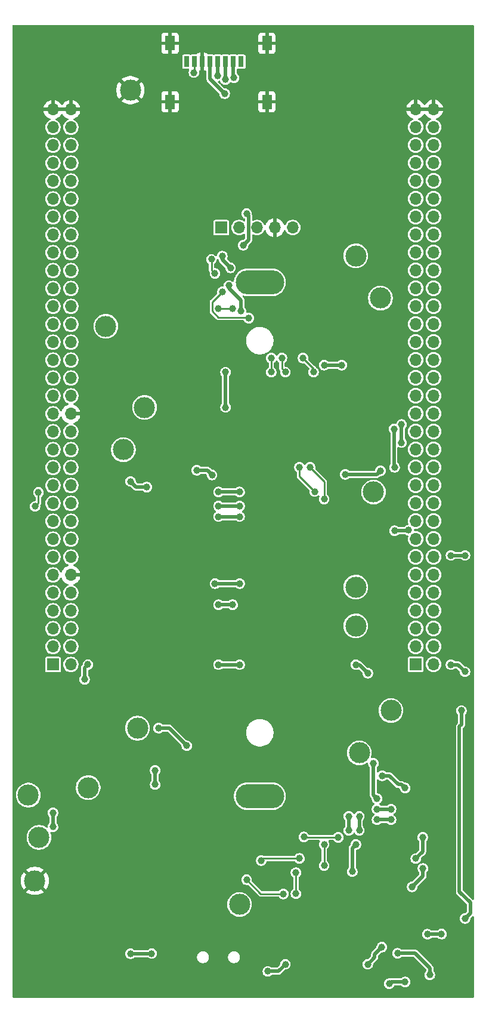
<source format=gbr>
%TF.GenerationSoftware,KiCad,Pcbnew,9.0.0*%
%TF.CreationDate,2025-03-31T13:57:26+02:00*%
%TF.ProjectId,HW_roggeluc_linortho,48575f72-6f67-4676-956c-75635f6c696e,rev?*%
%TF.SameCoordinates,Original*%
%TF.FileFunction,Copper,L2,Bot*%
%TF.FilePolarity,Positive*%
%FSLAX46Y46*%
G04 Gerber Fmt 4.6, Leading zero omitted, Abs format (unit mm)*
G04 Created by KiCad (PCBNEW 9.0.0) date 2025-03-31 13:57:26*
%MOMM*%
%LPD*%
G01*
G04 APERTURE LIST*
%TA.AperFunction,ComponentPad*%
%ADD10C,3.000000*%
%TD*%
%TA.AperFunction,SMDPad,CuDef*%
%ADD11R,0.800000X1.500000*%
%TD*%
%TA.AperFunction,SMDPad,CuDef*%
%ADD12R,1.450000X2.000000*%
%TD*%
%TA.AperFunction,ComponentPad*%
%ADD13R,1.700000X1.700000*%
%TD*%
%TA.AperFunction,ComponentPad*%
%ADD14O,1.700000X1.700000*%
%TD*%
%TA.AperFunction,ComponentPad*%
%ADD15O,6.880000X3.440000*%
%TD*%
%TA.AperFunction,ViaPad*%
%ADD16C,1.000000*%
%TD*%
%TA.AperFunction,Conductor*%
%ADD17C,0.250000*%
%TD*%
%TA.AperFunction,Conductor*%
%ADD18C,0.500000*%
%TD*%
G04 APERTURE END LIST*
D10*
%TO.P,TP20,1,1*%
%TO.N,Net-(Q6-D)*%
X90000000Y-132500000D03*
%TD*%
D11*
%TO.P,J1,1,DAT2*%
%TO.N,unconnected-(J1-DAT2-Pad1)*%
X73200000Y-34450000D03*
%TO.P,J1,2,DAT3/CD*%
%TO.N,PE4*%
X72100000Y-34450000D03*
%TO.P,J1,3,CMD*%
%TO.N,PE5*%
X71000000Y-34450000D03*
%TO.P,J1,4,VDD*%
%TO.N,+3.3V*%
X69900000Y-34450000D03*
%TO.P,J1,5,CLK*%
%TO.N,PE2*%
X68800000Y-34450000D03*
%TO.P,J1,6,VSS*%
%TO.N,GND*%
X67700000Y-34450000D03*
%TO.P,J1,7,DAT0*%
%TO.N,PE6*%
X66600000Y-34450000D03*
%TO.P,J1,8,DAT1*%
%TO.N,unconnected-(J1-DAT1-Pad8)*%
X65500000Y-34450000D03*
D12*
%TO.P,J1,9,SHIELD*%
%TO.N,GND*%
X76875000Y-31850000D03*
X76875000Y-40150000D03*
X63125000Y-31850000D03*
X63125000Y-40150000D03*
%TD*%
D10*
%TO.P,TP19,1,1*%
%TO.N,+3.3V*%
X43000000Y-138500000D03*
%TD*%
%TO.P,TP18,1,1*%
%TO.N,Net-(Q10-S)*%
X94500000Y-126500000D03*
%TD*%
%TO.P,TP17,1,1*%
%TO.N,5V*%
X73000000Y-154000000D03*
%TD*%
%TO.P,TP16,1,1*%
%TO.N,Net-(U1-VIN)*%
X58500000Y-129000000D03*
%TD*%
%TO.P,TP14,1,1*%
%TO.N,+5V*%
X44500000Y-144500000D03*
%TD*%
%TO.P,TP7,1,1*%
%TO.N,PC5*%
X92000000Y-95500000D03*
%TD*%
%TO.P,TP13,1,1*%
%TO.N,PA5*%
X89500000Y-114500000D03*
%TD*%
%TO.P,TP12,1,1*%
%TO.N,fmcw_sig*%
X89500000Y-109000000D03*
%TD*%
%TO.P,TP1,1,1*%
%TO.N,GND*%
X57500000Y-38500000D03*
%TD*%
%TO.P,TP6,1,1*%
%TO.N,PC4*%
X56500000Y-89500000D03*
%TD*%
%TO.P,TP9,1,1*%
%TO.N,Net-(U7B-+)*%
X59500000Y-83500000D03*
%TD*%
%TO.P,TP10,1,1*%
%TO.N,Net-(U7A-+)*%
X54000000Y-72000000D03*
%TD*%
%TO.P,TP2,1,1*%
%TO.N,GND*%
X43922370Y-150667723D03*
%TD*%
D13*
%TO.P,P3,1,Pin_a1*%
%TO.N,+5V*%
X98000000Y-119943750D03*
D14*
%TO.P,P3,2,Pin_b1*%
X100540000Y-119943750D03*
%TO.P,P3,3,Pin_a2*%
%TO.N,PF5*%
X98000000Y-117403750D03*
%TO.P,P3,4,Pin_b2*%
%TO.N,PF4*%
X100540000Y-117403750D03*
%TO.P,P3,5,Pin_a3*%
%TO.N,PF3*%
X98000000Y-114863750D03*
%TO.P,P3,6,Pin_b3*%
%TO.N,PF2*%
X100540000Y-114863750D03*
%TO.P,P3,7,Pin_a4*%
%TO.N,PF1*%
X98000000Y-112323750D03*
%TO.P,P3,8,Pin_b4*%
%TO.N,PF0*%
X100540000Y-112323750D03*
%TO.P,P3,9,Pin_a5*%
%TO.N,PC15*%
X98000000Y-109783750D03*
%TO.P,P3,10,Pin_b5*%
%TO.N,PC14*%
X100540000Y-109783750D03*
%TO.P,P3,11,Pin_a6*%
%TO.N,PC13*%
X98000000Y-107243750D03*
%TO.P,P3,12,Pin_b6*%
%TO.N,PE6*%
X100540000Y-107243750D03*
%TO.P,P3,13,Pin_a7*%
%TO.N,PE5*%
X98000000Y-104703750D03*
%TO.P,P3,14,Pin_b7*%
%TO.N,PE4*%
X100540000Y-104703750D03*
%TO.P,P3,15,Pin_a8*%
%TO.N,PE3*%
X98000000Y-102163750D03*
%TO.P,P3,16,Pin_b8*%
%TO.N,PE2*%
X100540000Y-102163750D03*
%TO.P,P3,17,Pin_a9*%
%TO.N,PE1*%
X98000000Y-99623750D03*
%TO.P,P3,18,Pin_b9*%
%TO.N,PE0*%
X100540000Y-99623750D03*
%TO.P,P3,19,Pin_a10*%
%TO.N,PB9*%
X98000000Y-97083750D03*
%TO.P,P3,20,Pin_b10*%
%TO.N,PB8*%
X100540000Y-97083750D03*
%TO.P,P3,21,Pin_a11*%
%TO.N,VDD*%
X98000000Y-94543750D03*
%TO.P,P3,22,Pin_b11*%
%TO.N,BOOT0*%
X100540000Y-94543750D03*
%TO.P,P3,23,Pin_a12*%
%TO.N,PB7*%
X98000000Y-92003750D03*
%TO.P,P3,24,Pin_b12*%
%TO.N,PB6*%
X100540000Y-92003750D03*
%TO.P,P3,25,Pin_a13*%
%TO.N,PB5*%
X98000000Y-89463750D03*
%TO.P,P3,26,Pin_b13*%
%TO.N,PB4*%
X100540000Y-89463750D03*
%TO.P,P3,27,Pin_a14*%
%TO.N,Enable*%
X98000000Y-86923750D03*
%TO.P,P3,28,Pin_b14*%
%TO.N,PG15*%
X100540000Y-86923750D03*
%TO.P,P3,29,Pin_a15*%
%TO.N,PG14*%
X98000000Y-84383750D03*
%TO.P,P3,30,Pin_b15*%
%TO.N,PG13*%
X100540000Y-84383750D03*
%TO.P,P3,31,Pin_a16*%
%TO.N,PG12*%
X98000000Y-81843750D03*
%TO.P,P3,32,Pin_b16*%
%TO.N,PG11*%
X100540000Y-81843750D03*
%TO.P,P3,33,Pin_a17*%
%TO.N,PG10*%
X98000000Y-79303750D03*
%TO.P,P3,34,Pin_b17*%
%TO.N,PG9*%
X100540000Y-79303750D03*
%TO.P,P3,35,Pin_a18*%
%TO.N,PD6*%
X98000000Y-76763750D03*
%TO.P,P3,36,Pin_b18*%
%TO.N,PD7*%
X100540000Y-76763750D03*
%TO.P,P3,37,Pin_a19*%
%TO.N,PD4*%
X98000000Y-74223750D03*
%TO.P,P3,38,Pin_b19*%
%TO.N,PD5*%
X100540000Y-74223750D03*
%TO.P,P3,39,Pin_a20*%
%TO.N,PD2*%
X98000000Y-71683750D03*
%TO.P,P3,40,Pin_b20*%
%TO.N,PD3*%
X100540000Y-71683750D03*
%TO.P,P3,41,Pin_a21*%
%TO.N,PD0*%
X98000000Y-69143750D03*
%TO.P,P3,42,Pin_b21*%
%TO.N,PD1*%
X100540000Y-69143750D03*
%TO.P,P3,43,Pin_a22*%
%TO.N,PC11*%
X98000000Y-66603750D03*
%TO.P,P3,44,Pin_b22*%
%TO.N,PC12*%
X100540000Y-66603750D03*
%TO.P,P3,45,Pin_a23*%
%TO.N,PA15*%
X98000000Y-64063750D03*
%TO.P,P3,46,Pin_b23*%
%TO.N,PC10*%
X100540000Y-64063750D03*
%TO.P,P3,47,Pin_a24*%
%TO.N,PA13*%
X98000000Y-61523750D03*
%TO.P,P3,48,Pin_b24*%
%TO.N,PA14*%
X100540000Y-61523750D03*
%TO.P,P3,49,Pin_a25*%
%TO.N,PA11*%
X98000000Y-58983750D03*
%TO.P,P3,50,Pin_b25*%
%TO.N,PA12*%
X100540000Y-58983750D03*
%TO.P,P3,51,Pin_a26*%
%TO.N,LED_ON*%
X98000000Y-56443750D03*
%TO.P,P3,52,Pin_b26*%
%TO.N,PA10*%
X100540000Y-56443750D03*
%TO.P,P3,53,Pin_a27*%
%TO.N,PC9*%
X98000000Y-53903750D03*
%TO.P,P3,54,Pin_b27*%
%TO.N,PA8*%
X100540000Y-53903750D03*
%TO.P,P3,55,Pin_a28*%
%TO.N,PC7*%
X98000000Y-51363750D03*
%TO.P,P3,56,Pin_b28*%
%TO.N,PC8*%
X100540000Y-51363750D03*
%TO.P,P3,57,Pin_a29*%
%TO.N,PG8*%
X98000000Y-48823750D03*
%TO.P,P3,58,Pin_b29*%
%TO.N,PC6*%
X100540000Y-48823750D03*
%TO.P,P3,59,Pin_a30*%
%TO.N,PG6*%
X98000000Y-46283750D03*
%TO.P,P3,60,Pin_b30*%
%TO.N,PG7*%
X100540000Y-46283750D03*
%TO.P,P3,61,Pin_a31*%
%TO.N,PG4*%
X98000000Y-43743750D03*
%TO.P,P3,62,Pin_b31*%
%TO.N,PG5*%
X100540000Y-43743750D03*
%TO.P,P3,63,Pin_a32*%
%TO.N,GND*%
X98000000Y-41203750D03*
%TO.P,P3,64,Pin_b32*%
X100540000Y-41203750D03*
%TD*%
D10*
%TO.P,TP11,1,1*%
%TO.N,Net-(U8A-+)*%
X89500000Y-62000000D03*
%TD*%
%TO.P,TP4,1,1*%
%TO.N,+1V65*%
X51500000Y-137443750D03*
%TD*%
%TO.P,TP8,1,1*%
%TO.N,Net-(U8B-+)*%
X93000000Y-68000000D03*
%TD*%
D13*
%TO.P,P4,1,Pin_a1*%
%TO.N,+3.3V*%
X46500000Y-119983750D03*
D14*
%TO.P,P4,2,Pin_b1*%
X49040000Y-119983750D03*
%TO.P,P4,3,Pin_a2*%
%TO.N,NC*%
X46500000Y-117443750D03*
%TO.P,P4,4,Pin_b2*%
%TO.N,PF6*%
X49040000Y-117443750D03*
%TO.P,P4,5,Pin_a3*%
%TO.N,PF7*%
X46500000Y-114903750D03*
%TO.P,P4,6,Pin_b3*%
%TO.N,PF8*%
X49040000Y-114903750D03*
%TO.P,P4,7,Pin_a4*%
%TO.N,PF9*%
X46500000Y-112363750D03*
%TO.P,P4,8,Pin_b4*%
%TO.N,PF10*%
X49040000Y-112363750D03*
%TO.P,P4,9,Pin_a5*%
%TO.N,PH0*%
X46500000Y-109823750D03*
%TO.P,P4,10,Pin_b5*%
%TO.N,PH1*%
X49040000Y-109823750D03*
%TO.P,P4,11,Pin_a6*%
%TO.N,NRST*%
X46500000Y-107283750D03*
%TO.P,P4,12,Pin_b6*%
%TO.N,GND*%
X49040000Y-107283750D03*
%TO.P,P4,13,Pin_a7*%
%TO.N,PC0*%
X46500000Y-104743750D03*
%TO.P,P4,14,Pin_b7*%
%TO.N,PC1*%
X49040000Y-104743750D03*
%TO.P,P4,15,Pin_a8*%
%TO.N,PC2*%
X46500000Y-102203750D03*
%TO.P,P4,16,Pin_b8*%
%TO.N,PC3*%
X49040000Y-102203750D03*
%TO.P,P4,17,Pin_a9*%
%TO.N,PA0*%
X46500000Y-99663750D03*
%TO.P,P4,18,Pin_b9*%
%TO.N,PA1*%
X49040000Y-99663750D03*
%TO.P,P4,19,Pin_a10*%
%TO.N,PA2*%
X46500000Y-97123750D03*
%TO.P,P4,20,Pin_b10*%
%TO.N,PA3*%
X49040000Y-97123750D03*
%TO.P,P4,21,Pin_a11*%
%TO.N,PA4*%
X46500000Y-94583750D03*
%TO.P,P4,22,Pin_b11*%
%TO.N,PA5*%
X49040000Y-94583750D03*
%TO.P,P4,23,Pin_a12*%
%TO.N,PA6*%
X46500000Y-92043750D03*
%TO.P,P4,24,Pin_b12*%
%TO.N,PA7*%
X49040000Y-92043750D03*
%TO.P,P4,25,Pin_a13*%
%TO.N,PC4*%
X46500000Y-89503750D03*
%TO.P,P4,26,Pin_b13*%
%TO.N,PC5*%
X49040000Y-89503750D03*
%TO.P,P4,27,Pin_a14*%
%TO.N,PB0*%
X46500000Y-86963750D03*
%TO.P,P4,28,Pin_b14*%
%TO.N,PB1*%
X49040000Y-86963750D03*
%TO.P,P4,29,Pin_a15*%
%TO.N,PB2*%
X46500000Y-84423750D03*
%TO.P,P4,30,Pin_b15*%
%TO.N,GND*%
X49040000Y-84423750D03*
%TO.P,P4,31,Pin_a16*%
%TO.N,PF11*%
X46500000Y-81883750D03*
%TO.P,P4,32,Pin_b16*%
%TO.N,PF12*%
X49040000Y-81883750D03*
%TO.P,P4,33,Pin_a17*%
%TO.N,PF13*%
X46500000Y-79343750D03*
%TO.P,P4,34,Pin_b17*%
%TO.N,PF14*%
X49040000Y-79343750D03*
%TO.P,P4,35,Pin_a18*%
%TO.N,PF15*%
X46500000Y-76803750D03*
%TO.P,P4,36,Pin_b18*%
%TO.N,PG0*%
X49040000Y-76803750D03*
%TO.P,P4,37,Pin_a19*%
%TO.N,PG1*%
X46500000Y-74263750D03*
%TO.P,P4,38,Pin_b19*%
%TO.N,PE7*%
X49040000Y-74263750D03*
%TO.P,P4,39,Pin_a20*%
%TO.N,PE8*%
X46500000Y-71723750D03*
%TO.P,P4,40,Pin_b20*%
%TO.N,PE9*%
X49040000Y-71723750D03*
%TO.P,P4,41,Pin_a21*%
%TO.N,PE10*%
X46500000Y-69183750D03*
%TO.P,P4,42,Pin_b21*%
%TO.N,PE11*%
X49040000Y-69183750D03*
%TO.P,P4,43,Pin_a22*%
%TO.N,PE12*%
X46500000Y-66643750D03*
%TO.P,P4,44,Pin_b22*%
%TO.N,PE13*%
X49040000Y-66643750D03*
%TO.P,P4,45,Pin_a23*%
%TO.N,PE14*%
X46500000Y-64103750D03*
%TO.P,P4,46,Pin_b23*%
%TO.N,PE15*%
X49040000Y-64103750D03*
%TO.P,P4,47,Pin_a24*%
%TO.N,PB10*%
X46500000Y-61563750D03*
%TO.P,P4,48,Pin_b24*%
%TO.N,PB11*%
X49040000Y-61563750D03*
%TO.P,P4,49,Pin_a25*%
%TO.N,PB12*%
X46500000Y-59023750D03*
%TO.P,P4,50,Pin_b25*%
%TO.N,PB13*%
X49040000Y-59023750D03*
%TO.P,P4,51,Pin_a26*%
%TO.N,PB14*%
X46500000Y-56483750D03*
%TO.P,P4,52,Pin_b26*%
%TO.N,PB15*%
X49040000Y-56483750D03*
%TO.P,P4,53,Pin_a27*%
%TO.N,PD8*%
X46500000Y-53943750D03*
%TO.P,P4,54,Pin_b27*%
%TO.N,PD9*%
X49040000Y-53943750D03*
%TO.P,P4,55,Pin_a28*%
%TO.N,PD10*%
X46500000Y-51403750D03*
%TO.P,P4,56,Pin_b28*%
%TO.N,PD11*%
X49040000Y-51403750D03*
%TO.P,P4,57,Pin_a29*%
%TO.N,PD12*%
X46500000Y-48863750D03*
%TO.P,P4,58,Pin_b29*%
%TO.N,PD13*%
X49040000Y-48863750D03*
%TO.P,P4,59,Pin_a30*%
%TO.N,PD14*%
X46500000Y-46323750D03*
%TO.P,P4,60,Pin_b30*%
%TO.N,PD15*%
X49040000Y-46323750D03*
%TO.P,P4,61,Pin_a31*%
%TO.N,PG2*%
X46500000Y-43783750D03*
%TO.P,P4,62,Pin_b31*%
%TO.N,PG3*%
X49040000Y-43783750D03*
%TO.P,P4,63,Pin_a32*%
%TO.N,GND*%
X46500000Y-41243750D03*
%TO.P,P4,64,Pin_b32*%
X49040000Y-41243750D03*
%TD*%
D15*
%TO.P,BT1,N*%
%TO.N,Net-(Q5-S)*%
X75875416Y-65758210D03*
%TO.P,BT1,P*%
%TO.N,Net-(U1-VIN)*%
X75875416Y-138658210D03*
%TD*%
D13*
%TO.P,Y4,1,IF_Q*%
%TO.N,IF_Q*%
X70380000Y-58000000D03*
D14*
%TO.P,Y4,2,VCC*%
%TO.N,+3.3V*%
X72920000Y-58000000D03*
%TO.P,Y4,3,IF_I*%
%TO.N,IF_I*%
X75460000Y-58000000D03*
%TO.P,Y4,4,GND*%
%TO.N,GND*%
X78000000Y-58000000D03*
%TO.P,Y4,5,VCO_in*%
%TO.N,fmcw_sig*%
X80540000Y-58000000D03*
%TD*%
D16*
%TO.N,fmcw_sig*%
X83000000Y-92000000D03*
X85000000Y-96500000D03*
X79500000Y-78500000D03*
X79000000Y-76500000D03*
%TO.N,+5V*%
X105000288Y-155999712D03*
X104500000Y-126500000D03*
X105000000Y-121000000D03*
X103000000Y-120000000D03*
%TO.N,Net-(Q10-S)*%
X101671158Y-158210931D03*
X99671158Y-158232579D03*
%TO.N,5V*%
X97500000Y-151500000D03*
%TO.N,+3.3V*%
X51460000Y-119983750D03*
X51000000Y-122084750D03*
%TO.N,Net-(SW1A-C)*%
X57500000Y-161000000D03*
X60522606Y-160977394D03*
%TO.N,+3.3V*%
X73195437Y-69865290D03*
X71478335Y-66217451D03*
X71707107Y-63707107D03*
X70542893Y-62042893D03*
%TO.N,Net-(Q5-S)*%
X71000000Y-83500000D03*
X71000000Y-78500000D03*
%TO.N,Net-(Q10-S)*%
X98000000Y-147500000D03*
X99000000Y-144500000D03*
%TO.N,Net-(U1-VIN)*%
X65500000Y-131500000D03*
X61500000Y-129000000D03*
%TO.N,GND*%
X102501862Y-150975129D03*
%TO.N,5V*%
X94500000Y-142000000D03*
X92500000Y-142000000D03*
%TO.N,Net-(Q6-D)*%
X92000000Y-134000000D03*
X92500000Y-139000000D03*
%TO.N,+3.3V*%
X72000000Y-111500000D03*
X70000000Y-111500000D03*
%TO.N,PA6*%
X43952493Y-97547507D03*
X44439931Y-95560069D03*
%TO.N,+1V65*%
X72000000Y-69500000D03*
X70000000Y-69500000D03*
%TO.N,Net-(U8B-+)*%
X82000000Y-76500000D03*
X83500000Y-78500000D03*
%TO.N,PA2*%
X73000000Y-99000000D03*
X70000000Y-99000000D03*
%TO.N,GND*%
X70500000Y-161000000D03*
X64500000Y-161000000D03*
X67500000Y-164500000D03*
X72500000Y-164500000D03*
X76500000Y-159000000D03*
X91130565Y-164500000D03*
%TO.N,PE6*%
X83645645Y-95437500D03*
X81500000Y-92000000D03*
X77500000Y-78500000D03*
X77500000Y-76500000D03*
X74299000Y-70840752D03*
X70581670Y-67114116D03*
X69000000Y-62500000D03*
X69500000Y-64500000D03*
X66500000Y-36000000D03*
%TO.N,PE2*%
X97000000Y-100914751D03*
X95000000Y-101000000D03*
X95000000Y-92000000D03*
X94910972Y-86551309D03*
X70871407Y-39000000D03*
%TO.N,+3.3V*%
X69871407Y-36434287D03*
%TO.N,PE5*%
X95993986Y-85927139D03*
X96000000Y-88500000D03*
X70984495Y-37003095D03*
%TO.N,PE4*%
X103000000Y-104500000D03*
X105000000Y-104500000D03*
X72210314Y-36758406D03*
%TO.N,PA8*%
X91207107Y-121207107D03*
X89500000Y-120000000D03*
X73000000Y-120000000D03*
X70000000Y-120000000D03*
X46500000Y-142999000D03*
X46500000Y-140999000D03*
%TO.N,PC5*%
X57500000Y-94000000D03*
X59815232Y-94815232D03*
X70000000Y-97500000D03*
X73000000Y-97500000D03*
%TO.N,PA5*%
X69500000Y-108500000D03*
X73000000Y-108500000D03*
%TO.N,GND*%
X83500000Y-106000000D03*
%TO.N,Enable*%
X93000000Y-92500000D03*
X88000000Y-93000000D03*
X73000000Y-95500000D03*
X70000000Y-95500000D03*
X66919768Y-92419768D03*
X69083982Y-93083982D03*
%TO.N,GND*%
X53000000Y-76500000D03*
%TO.N,Net-(SD2-A)*%
X94500000Y-140500000D03*
X92500000Y-140500000D03*
X90000000Y-141500000D03*
X90000000Y-143500000D03*
X89000000Y-149362500D03*
X89500000Y-145500000D03*
%TO.N,+3.3V*%
X93250000Y-135750000D03*
X96500000Y-137500000D03*
%TO.N,IF_I*%
X73500000Y-60500000D03*
X74000000Y-56000000D03*
%TO.N,GND*%
X78000000Y-55000000D03*
%TO.N,+3.3V*%
X87500000Y-77500000D03*
X85000000Y-77500000D03*
%TO.N,GND*%
X86500000Y-40500000D03*
X102181915Y-147093908D03*
X94500000Y-147000000D03*
%TO.N,5V*%
X99021574Y-148905622D03*
%TO.N,+5V*%
X96500000Y-165000000D03*
X94251000Y-165251000D03*
%TO.N,Net-(SW1A-C)*%
X100000000Y-164000000D03*
X95432289Y-160932289D03*
X91191397Y-162495416D03*
X79500000Y-162500000D03*
X77000000Y-163500000D03*
X93198116Y-160064054D03*
%TO.N,GND*%
X55500000Y-41000000D03*
X46493795Y-151500000D03*
%TO.N,Net-(Q5-S)*%
X61000000Y-137000000D03*
X61000000Y-135000000D03*
%TO.N,Net-(U1-VIN)*%
X88500000Y-141500000D03*
X88500000Y-143500000D03*
%TO.N,GND*%
X104000000Y-123500000D03*
X92500000Y-152500000D03*
X62000000Y-147000000D03*
X53000000Y-143500000D03*
X47500000Y-149500000D03*
X90000000Y-147000000D03*
X105000000Y-163000000D03*
X98000000Y-134000000D03*
X73500000Y-142000000D03*
%TO.N,5V*%
X82125000Y-144435214D03*
X87000000Y-144500000D03*
%TO.N,GND*%
X80221045Y-148522383D03*
%TO.N,Net-(U2-~{PG})*%
X74000000Y-150500000D03*
X79219178Y-152516978D03*
%TO.N,Net-(U2-STAT2)*%
X85000000Y-145500000D03*
X85000000Y-148500000D03*
%TO.N,Net-(U2-STAT1)*%
X81000000Y-149500000D03*
X81000000Y-152500000D03*
%TO.N,GND*%
X75718393Y-145889587D03*
X76000000Y-144500000D03*
X62780079Y-150047622D03*
X67500000Y-143500000D03*
X81000000Y-74937500D03*
X93000000Y-82000000D03*
X57500000Y-125443750D03*
X61000000Y-112443750D03*
X75500000Y-103437500D03*
X89000000Y-86437500D03*
X43500000Y-130943750D03*
X60797500Y-95956250D03*
X54797500Y-103456250D03*
X59297500Y-74956250D03*
X82500000Y-95937500D03*
X88500000Y-103437500D03*
X67797500Y-103456250D03*
X46500000Y-130943750D03*
X57500000Y-155500000D03*
X88000000Y-71437500D03*
X67802741Y-86961491D03*
X74096500Y-77956250D03*
X61000000Y-125443750D03*
X66797500Y-71456250D03*
%TO.N,Net-(U1-VIN)*%
X81491117Y-147478839D03*
X76076544Y-147773510D03*
%TD*%
D17*
%TO.N,fmcw_sig*%
X85000000Y-94000000D02*
X85000000Y-96500000D01*
X83000000Y-92000000D02*
X85000000Y-94000000D01*
X79000000Y-78000000D02*
X79500000Y-78500000D01*
X79000000Y-76500000D02*
X79000000Y-78000000D01*
D18*
%TO.N,+5V*%
X105750000Y-155250000D02*
X105000288Y-155999712D01*
X105750000Y-153752367D02*
X105750000Y-155250000D01*
X104212230Y-152214597D02*
X105750000Y-153752367D01*
X104212230Y-128787770D02*
X104212230Y-152214597D01*
X104500000Y-128500000D02*
X104212230Y-128787770D01*
X104500000Y-126500000D02*
X104500000Y-128500000D01*
X103000000Y-120000000D02*
X104000000Y-120000000D01*
X104000000Y-120000000D02*
X105000000Y-121000000D01*
%TO.N,Net-(Q10-S)*%
X101649510Y-158232579D02*
X101671158Y-158210931D01*
X99671158Y-158232579D02*
X101649510Y-158232579D01*
%TO.N,5V*%
X99021574Y-149978426D02*
X99021574Y-148905622D01*
X97500000Y-151500000D02*
X99021574Y-149978426D01*
%TO.N,+3.3V*%
X51000000Y-120443750D02*
X51460000Y-119983750D01*
X51000000Y-122084750D02*
X51000000Y-120443750D01*
%TO.N,Net-(SW1A-C)*%
X57500000Y-161000000D02*
X60500000Y-161000000D01*
X60500000Y-161000000D02*
X60522606Y-160977394D01*
D17*
%TO.N,PE6*%
X70002438Y-70741290D02*
X69124000Y-69862852D01*
X69124000Y-68571786D02*
X70581670Y-67114116D01*
X74199538Y-70741290D02*
X70002438Y-70741290D01*
X74299000Y-70840752D02*
X74199538Y-70741290D01*
X69124000Y-69862852D02*
X69124000Y-68571786D01*
D18*
%TO.N,+3.3V*%
X71478335Y-66595153D02*
X71478335Y-66217451D01*
X73195437Y-69865290D02*
X73195437Y-68312255D01*
X73195437Y-68312255D02*
X71478335Y-66595153D01*
D17*
%TO.N,+1V65*%
X70000000Y-69500000D02*
X72000000Y-69500000D01*
D18*
%TO.N,+3.3V*%
X70542893Y-62542893D02*
X71707107Y-63707107D01*
X70542893Y-62042893D02*
X70542893Y-62542893D01*
%TO.N,Net-(SW1A-C)*%
X97932289Y-160932289D02*
X95432289Y-160932289D01*
X100000000Y-163000000D02*
X97932289Y-160932289D01*
X100000000Y-164000000D02*
X100000000Y-163000000D01*
%TO.N,Net-(Q5-S)*%
X71000000Y-78500000D02*
X71000000Y-83500000D01*
%TO.N,Net-(Q10-S)*%
X99000000Y-146500000D02*
X98000000Y-147500000D01*
X99000000Y-144500000D02*
X99000000Y-146500000D01*
%TO.N,Net-(U1-VIN)*%
X61500000Y-129000000D02*
X63000000Y-129000000D01*
X63000000Y-129000000D02*
X65500000Y-131500000D01*
%TO.N,5V*%
X94500000Y-142000000D02*
X92500000Y-142000000D01*
%TO.N,Net-(Q6-D)*%
X92500000Y-139000000D02*
X92000000Y-138500000D01*
X92000000Y-138500000D02*
X92000000Y-134000000D01*
%TO.N,+3.3V*%
X70000000Y-111500000D02*
X72000000Y-111500000D01*
D17*
%TO.N,PA6*%
X44439931Y-95560069D02*
X44439931Y-97060069D01*
X44439931Y-97060069D02*
X43952493Y-97547507D01*
%TO.N,Net-(U8B-+)*%
X83500000Y-78000000D02*
X82000000Y-76500000D01*
X83500000Y-78500000D02*
X83500000Y-78000000D01*
D18*
%TO.N,Net-(SW1A-C)*%
X92164986Y-161097184D02*
X93198116Y-160064054D01*
X92164986Y-161521827D02*
X92164986Y-161097184D01*
X91191397Y-162495416D02*
X92164986Y-161521827D01*
%TO.N,PA2*%
X70000000Y-99000000D02*
X73000000Y-99000000D01*
D17*
%TO.N,PE6*%
X81500000Y-93291855D02*
X83645645Y-95437500D01*
X81500000Y-92000000D02*
X81500000Y-93291855D01*
X77500000Y-76500000D02*
X77500000Y-78500000D01*
X69000000Y-64000000D02*
X69500000Y-64500000D01*
X69000000Y-62500000D02*
X69000000Y-64000000D01*
X66600000Y-35900000D02*
X66500000Y-36000000D01*
X66600000Y-34450000D02*
X66600000Y-35900000D01*
D18*
%TO.N,PE2*%
X96914751Y-101000000D02*
X97000000Y-100914751D01*
X95000000Y-101000000D02*
X96914751Y-101000000D01*
X94910972Y-91910972D02*
X95000000Y-92000000D01*
X94910972Y-86551309D02*
X94910972Y-91910972D01*
X68800000Y-36928593D02*
X70871407Y-39000000D01*
X68800000Y-34450000D02*
X68800000Y-36928593D01*
%TO.N,+3.3V*%
X69900000Y-36405694D02*
X69871407Y-36434287D01*
X69900000Y-34450000D02*
X69900000Y-36405694D01*
%TO.N,PE5*%
X95993986Y-88493986D02*
X96000000Y-88500000D01*
X95993986Y-85927139D02*
X95993986Y-88493986D01*
X71000000Y-36987590D02*
X70984495Y-37003095D01*
X71000000Y-34450000D02*
X71000000Y-36987590D01*
%TO.N,PE4*%
X105000000Y-104500000D02*
X103000000Y-104500000D01*
X72100000Y-36648092D02*
X72210314Y-36758406D01*
X72100000Y-34450000D02*
X72100000Y-36648092D01*
%TO.N,PA8*%
X89500000Y-120000000D02*
X90000000Y-120000000D01*
X90000000Y-120000000D02*
X91207107Y-121207107D01*
X70000000Y-120000000D02*
X73000000Y-120000000D01*
%TO.N,PA5*%
X73000000Y-108500000D02*
X69500000Y-108500000D01*
%TO.N,PA8*%
X46500000Y-142999000D02*
X46500000Y-140999000D01*
%TO.N,PC5*%
X59815232Y-94815232D02*
X58315232Y-94815232D01*
X73000000Y-97500000D02*
X70000000Y-97500000D01*
X58315232Y-94815232D02*
X57500000Y-94000000D01*
%TO.N,Enable*%
X92500000Y-93000000D02*
X93000000Y-92500000D01*
X88000000Y-93000000D02*
X92500000Y-93000000D01*
X70000000Y-95500000D02*
X73000000Y-95500000D01*
X68419768Y-92419768D02*
X69083982Y-93083982D01*
X66919768Y-92419768D02*
X68419768Y-92419768D01*
%TO.N,+3.3V*%
X96000000Y-137000000D02*
X96500000Y-137500000D01*
X94250000Y-135750000D02*
X95500000Y-137000000D01*
X95500000Y-137000000D02*
X96000000Y-137000000D01*
X93250000Y-135750000D02*
X94250000Y-135750000D01*
%TO.N,Net-(SD2-A)*%
X92500000Y-140500000D02*
X94500000Y-140500000D01*
X90000000Y-143500000D02*
X90000000Y-141500000D01*
X89000000Y-149362500D02*
X89000000Y-146000000D01*
X89000000Y-146000000D02*
X89500000Y-145500000D01*
%TO.N,IF_I*%
X74000000Y-56000000D02*
X74271000Y-56271000D01*
X74271000Y-56271000D02*
X74271000Y-59729000D01*
X74271000Y-59729000D02*
X73500000Y-60500000D01*
%TO.N,+3.3V*%
X87500000Y-77500000D02*
X85000000Y-77500000D01*
%TO.N,+5V*%
X96500000Y-165000000D02*
X94502000Y-165000000D01*
X94502000Y-165000000D02*
X94251000Y-165251000D01*
%TO.N,Net-(SW1A-C)*%
X78500000Y-163500000D02*
X79500000Y-162500000D01*
X77000000Y-163500000D02*
X78500000Y-163500000D01*
%TO.N,Net-(Q5-S)*%
X61000000Y-135000000D02*
X61000000Y-137000000D01*
%TO.N,Net-(U1-VIN)*%
X88500000Y-141500000D02*
X88500000Y-143500000D01*
D17*
%TO.N,5V*%
X82125000Y-144435214D02*
X82189786Y-144500000D01*
X82189786Y-144500000D02*
X87000000Y-144500000D01*
%TO.N,Net-(U2-~{PG})*%
X76016978Y-152516978D02*
X74000000Y-150500000D01*
X79219178Y-152516978D02*
X76016978Y-152516978D01*
%TO.N,Net-(U2-STAT2)*%
X85000000Y-148500000D02*
X85000000Y-145500000D01*
%TO.N,Net-(U2-STAT1)*%
X81000000Y-152500000D02*
X81000000Y-149500000D01*
%TO.N,Net-(U1-VIN)*%
X81491117Y-147478839D02*
X76371215Y-147478839D01*
X76371215Y-147478839D02*
X76076544Y-147773510D01*
%TD*%
%TA.AperFunction,Conductor*%
%TO.N,GND*%
G36*
X48574075Y-41050757D02*
G01*
X48540000Y-41177924D01*
X48540000Y-41309576D01*
X48574075Y-41436743D01*
X48606988Y-41493750D01*
X46933012Y-41493750D01*
X46965925Y-41436743D01*
X47000000Y-41309576D01*
X47000000Y-41177924D01*
X46965925Y-41050757D01*
X46933012Y-40993750D01*
X48606988Y-40993750D01*
X48574075Y-41050757D01*
G37*
%TD.AperFunction*%
%TA.AperFunction,Conductor*%
G36*
X100074075Y-41010757D02*
G01*
X100040000Y-41137924D01*
X100040000Y-41269576D01*
X100074075Y-41396743D01*
X100106988Y-41453750D01*
X98433012Y-41453750D01*
X98465925Y-41396743D01*
X98500000Y-41269576D01*
X98500000Y-41137924D01*
X98465925Y-41010757D01*
X98433012Y-40953750D01*
X100106988Y-40953750D01*
X100074075Y-41010757D01*
G37*
%TD.AperFunction*%
%TA.AperFunction,Conductor*%
G36*
X106192539Y-29270185D02*
G01*
X106238294Y-29322989D01*
X106249500Y-29374500D01*
X106249500Y-153244691D01*
X106229815Y-153311730D01*
X106177011Y-153357485D01*
X106107853Y-153367429D01*
X106044297Y-153338404D01*
X106037819Y-153332372D01*
X104749049Y-152043602D01*
X104715564Y-151982279D01*
X104712730Y-151955921D01*
X104712730Y-129046445D01*
X104721373Y-129017008D01*
X104727897Y-128987019D01*
X104731652Y-128982002D01*
X104732415Y-128979406D01*
X104749048Y-128958765D01*
X104807312Y-128900501D01*
X104807314Y-128900500D01*
X104900500Y-128807314D01*
X104966392Y-128693186D01*
X104979436Y-128644505D01*
X105000500Y-128565893D01*
X105000500Y-128434108D01*
X105000500Y-127112229D01*
X105020185Y-127045190D01*
X105036820Y-127024547D01*
X105082948Y-126978419D01*
X105082951Y-126978416D01*
X105165084Y-126855495D01*
X105221658Y-126718913D01*
X105242381Y-126614734D01*
X105250500Y-126573920D01*
X105250500Y-126426079D01*
X105221659Y-126281092D01*
X105221658Y-126281091D01*
X105221658Y-126281087D01*
X105170579Y-126157770D01*
X105165087Y-126144511D01*
X105165080Y-126144498D01*
X105082951Y-126021584D01*
X105082948Y-126021580D01*
X104978419Y-125917051D01*
X104978415Y-125917048D01*
X104855501Y-125834919D01*
X104855488Y-125834912D01*
X104718917Y-125778343D01*
X104718907Y-125778340D01*
X104573920Y-125749500D01*
X104573918Y-125749500D01*
X104426082Y-125749500D01*
X104426080Y-125749500D01*
X104281092Y-125778340D01*
X104281082Y-125778343D01*
X104144511Y-125834912D01*
X104144498Y-125834919D01*
X104021584Y-125917048D01*
X104021580Y-125917051D01*
X103917051Y-126021580D01*
X103917048Y-126021584D01*
X103834919Y-126144498D01*
X103834912Y-126144511D01*
X103778343Y-126281082D01*
X103778340Y-126281092D01*
X103749500Y-126426079D01*
X103749500Y-126426082D01*
X103749500Y-126573918D01*
X103749500Y-126573920D01*
X103749499Y-126573920D01*
X103778340Y-126718907D01*
X103778343Y-126718917D01*
X103834912Y-126855488D01*
X103834919Y-126855501D01*
X103917048Y-126978415D01*
X103917051Y-126978419D01*
X103963180Y-127024547D01*
X103996666Y-127085870D01*
X103999500Y-127112229D01*
X103999500Y-128241322D01*
X103990856Y-128270758D01*
X103984333Y-128300748D01*
X103980577Y-128305764D01*
X103979815Y-128308361D01*
X103963182Y-128329003D01*
X103937278Y-128354907D01*
X103904916Y-128387269D01*
X103887474Y-128404712D01*
X103811730Y-128480456D01*
X103745838Y-128594582D01*
X103719418Y-128693186D01*
X103711730Y-128721878D01*
X103711730Y-152148705D01*
X103711730Y-152280489D01*
X103728784Y-152344136D01*
X103745838Y-152407784D01*
X103766205Y-152443060D01*
X103811730Y-152521911D01*
X104528456Y-153238637D01*
X105213181Y-153923361D01*
X105246666Y-153984684D01*
X105249500Y-154011042D01*
X105249500Y-154991324D01*
X105240855Y-155020764D01*
X105234332Y-155050751D01*
X105230577Y-155055766D01*
X105229815Y-155058363D01*
X105213181Y-155079005D01*
X105079293Y-155212893D01*
X105017970Y-155246378D01*
X104991612Y-155249212D01*
X104926368Y-155249212D01*
X104781380Y-155278052D01*
X104781370Y-155278055D01*
X104644799Y-155334624D01*
X104644786Y-155334631D01*
X104521872Y-155416760D01*
X104521868Y-155416763D01*
X104417339Y-155521292D01*
X104417336Y-155521296D01*
X104335207Y-155644210D01*
X104335200Y-155644223D01*
X104278631Y-155780794D01*
X104278628Y-155780804D01*
X104249788Y-155925791D01*
X104249788Y-155925794D01*
X104249788Y-156073630D01*
X104249788Y-156073632D01*
X104249787Y-156073632D01*
X104278628Y-156218619D01*
X104278631Y-156218629D01*
X104335200Y-156355200D01*
X104335207Y-156355213D01*
X104417336Y-156478127D01*
X104417339Y-156478131D01*
X104521868Y-156582660D01*
X104521872Y-156582663D01*
X104644786Y-156664792D01*
X104644799Y-156664799D01*
X104781370Y-156721368D01*
X104781375Y-156721370D01*
X104781379Y-156721370D01*
X104781380Y-156721371D01*
X104926367Y-156750212D01*
X104926370Y-156750212D01*
X105074208Y-156750212D01*
X105171750Y-156730808D01*
X105219201Y-156721370D01*
X105355783Y-156664796D01*
X105478704Y-156582663D01*
X105583239Y-156478128D01*
X105665372Y-156355207D01*
X105721946Y-156218625D01*
X105750788Y-156073630D01*
X105750788Y-156008388D01*
X105770473Y-155941349D01*
X105787107Y-155920707D01*
X106037819Y-155669995D01*
X106099142Y-155636510D01*
X106168834Y-155641494D01*
X106224767Y-155683366D01*
X106249184Y-155748830D01*
X106249500Y-155757676D01*
X106249500Y-167125500D01*
X106229815Y-167192539D01*
X106177011Y-167238294D01*
X106125500Y-167249500D01*
X40874500Y-167249500D01*
X40807461Y-167229815D01*
X40761706Y-167177011D01*
X40750500Y-167125500D01*
X40750500Y-165324920D01*
X93500499Y-165324920D01*
X93529340Y-165469907D01*
X93529343Y-165469917D01*
X93585912Y-165606488D01*
X93585919Y-165606501D01*
X93668048Y-165729415D01*
X93668051Y-165729419D01*
X93772580Y-165833948D01*
X93772584Y-165833951D01*
X93895498Y-165916080D01*
X93895511Y-165916087D01*
X94032082Y-165972656D01*
X94032087Y-165972658D01*
X94032091Y-165972658D01*
X94032092Y-165972659D01*
X94177079Y-166001500D01*
X94177082Y-166001500D01*
X94324920Y-166001500D01*
X94422462Y-165982096D01*
X94469913Y-165972658D01*
X94606495Y-165916084D01*
X94729416Y-165833951D01*
X94833951Y-165729416D01*
X94916084Y-165606495D01*
X94928281Y-165577047D01*
X94972121Y-165522645D01*
X95038415Y-165500579D01*
X95042842Y-165500500D01*
X95887771Y-165500500D01*
X95954810Y-165520185D01*
X95975453Y-165536820D01*
X96021580Y-165582948D01*
X96021584Y-165582951D01*
X96144498Y-165665080D01*
X96144511Y-165665087D01*
X96281082Y-165721656D01*
X96281087Y-165721658D01*
X96281091Y-165721658D01*
X96281092Y-165721659D01*
X96426079Y-165750500D01*
X96426082Y-165750500D01*
X96573920Y-165750500D01*
X96679937Y-165729411D01*
X96718913Y-165721658D01*
X96855495Y-165665084D01*
X96978416Y-165582951D01*
X97082951Y-165478416D01*
X97165084Y-165355495D01*
X97221658Y-165218913D01*
X97250500Y-165073918D01*
X97250500Y-164926082D01*
X97250500Y-164926079D01*
X97221659Y-164781092D01*
X97221658Y-164781091D01*
X97221658Y-164781087D01*
X97218134Y-164772580D01*
X97165087Y-164644511D01*
X97165080Y-164644498D01*
X97082951Y-164521584D01*
X97082948Y-164521580D01*
X96978419Y-164417051D01*
X96978415Y-164417048D01*
X96855501Y-164334919D01*
X96855488Y-164334912D01*
X96718917Y-164278343D01*
X96718907Y-164278340D01*
X96573920Y-164249500D01*
X96573918Y-164249500D01*
X96426082Y-164249500D01*
X96426080Y-164249500D01*
X96281092Y-164278340D01*
X96281082Y-164278343D01*
X96144511Y-164334912D01*
X96144498Y-164334919D01*
X96021584Y-164417048D01*
X96021580Y-164417051D01*
X95975453Y-164463180D01*
X95914130Y-164496666D01*
X95887771Y-164499500D01*
X94436107Y-164499500D01*
X94422668Y-164503100D01*
X94414516Y-164505285D01*
X94358237Y-164507127D01*
X94324918Y-164500500D01*
X94177082Y-164500500D01*
X94177080Y-164500500D01*
X94032092Y-164529340D01*
X94032082Y-164529343D01*
X93895511Y-164585912D01*
X93895498Y-164585919D01*
X93772584Y-164668048D01*
X93772580Y-164668051D01*
X93668051Y-164772580D01*
X93668048Y-164772584D01*
X93585919Y-164895498D01*
X93585912Y-164895511D01*
X93529343Y-165032082D01*
X93529340Y-165032092D01*
X93500500Y-165177079D01*
X93500500Y-165177082D01*
X93500500Y-165324918D01*
X93500500Y-165324920D01*
X93500499Y-165324920D01*
X40750500Y-165324920D01*
X40750500Y-163573920D01*
X76249499Y-163573920D01*
X76278340Y-163718907D01*
X76278343Y-163718917D01*
X76334912Y-163855488D01*
X76334919Y-163855501D01*
X76417048Y-163978415D01*
X76417051Y-163978419D01*
X76521580Y-164082948D01*
X76521584Y-164082951D01*
X76644498Y-164165080D01*
X76644511Y-164165087D01*
X76781082Y-164221656D01*
X76781087Y-164221658D01*
X76781091Y-164221658D01*
X76781092Y-164221659D01*
X76926079Y-164250500D01*
X76926082Y-164250500D01*
X77073920Y-164250500D01*
X77171462Y-164231096D01*
X77218913Y-164221658D01*
X77355495Y-164165084D01*
X77478416Y-164082951D01*
X77524547Y-164036820D01*
X77585870Y-164003334D01*
X77612229Y-164000500D01*
X78565890Y-164000500D01*
X78565892Y-164000500D01*
X78693186Y-163966392D01*
X78807314Y-163900500D01*
X79420995Y-163286819D01*
X79482318Y-163253334D01*
X79508676Y-163250500D01*
X79573920Y-163250500D01*
X79671462Y-163231096D01*
X79718913Y-163221658D01*
X79855495Y-163165084D01*
X79978416Y-163082951D01*
X80082951Y-162978416D01*
X80165084Y-162855495D01*
X80221658Y-162718913D01*
X80231096Y-162671462D01*
X80250500Y-162573920D01*
X80250500Y-162569336D01*
X90440896Y-162569336D01*
X90469737Y-162714323D01*
X90469740Y-162714333D01*
X90526309Y-162850904D01*
X90526316Y-162850917D01*
X90608445Y-162973831D01*
X90608448Y-162973835D01*
X90712977Y-163078364D01*
X90712981Y-163078367D01*
X90835895Y-163160496D01*
X90835908Y-163160503D01*
X90948921Y-163207314D01*
X90972484Y-163217074D01*
X90972488Y-163217074D01*
X90972489Y-163217075D01*
X91117476Y-163245916D01*
X91117479Y-163245916D01*
X91265317Y-163245916D01*
X91362859Y-163226512D01*
X91410310Y-163217074D01*
X91546892Y-163160500D01*
X91669813Y-163078367D01*
X91774348Y-162973832D01*
X91856481Y-162850911D01*
X91913055Y-162714329D01*
X91922493Y-162666878D01*
X91941897Y-162569336D01*
X91941897Y-162504092D01*
X91961582Y-162437053D01*
X91978216Y-162416411D01*
X92254713Y-162139914D01*
X92565486Y-161829141D01*
X92631378Y-161715013D01*
X92665486Y-161587719D01*
X92665486Y-161455934D01*
X92665486Y-161355860D01*
X92685171Y-161288821D01*
X92701805Y-161268179D01*
X92963775Y-161006209D01*
X94681788Y-161006209D01*
X94710629Y-161151196D01*
X94710632Y-161151206D01*
X94767201Y-161287777D01*
X94767208Y-161287790D01*
X94849337Y-161410704D01*
X94849340Y-161410708D01*
X94953869Y-161515237D01*
X94953873Y-161515240D01*
X95076787Y-161597369D01*
X95076800Y-161597376D01*
X95213371Y-161653945D01*
X95213376Y-161653947D01*
X95213380Y-161653947D01*
X95213381Y-161653948D01*
X95358368Y-161682789D01*
X95358371Y-161682789D01*
X95506209Y-161682789D01*
X95603751Y-161663385D01*
X95651202Y-161653947D01*
X95787784Y-161597373D01*
X95910705Y-161515240D01*
X95956836Y-161469109D01*
X96018159Y-161435623D01*
X96044518Y-161432789D01*
X97673613Y-161432789D01*
X97740652Y-161452474D01*
X97761294Y-161469108D01*
X99463181Y-163170995D01*
X99477884Y-163197922D01*
X99494477Y-163223741D01*
X99495368Y-163229941D01*
X99496666Y-163232318D01*
X99499500Y-163258676D01*
X99499500Y-163387770D01*
X99479815Y-163454809D01*
X99463181Y-163475451D01*
X99417051Y-163521580D01*
X99417048Y-163521584D01*
X99334919Y-163644498D01*
X99334912Y-163644511D01*
X99278343Y-163781082D01*
X99278340Y-163781092D01*
X99249500Y-163926079D01*
X99249500Y-163926082D01*
X99249500Y-164073918D01*
X99249500Y-164073920D01*
X99249499Y-164073920D01*
X99278340Y-164218907D01*
X99278343Y-164218917D01*
X99334912Y-164355488D01*
X99334919Y-164355501D01*
X99417048Y-164478415D01*
X99417051Y-164478419D01*
X99521580Y-164582948D01*
X99521584Y-164582951D01*
X99644498Y-164665080D01*
X99644511Y-164665087D01*
X99781082Y-164721656D01*
X99781087Y-164721658D01*
X99781091Y-164721658D01*
X99781092Y-164721659D01*
X99926079Y-164750500D01*
X99926082Y-164750500D01*
X100073920Y-164750500D01*
X100171462Y-164731096D01*
X100218913Y-164721658D01*
X100355495Y-164665084D01*
X100478416Y-164582951D01*
X100582951Y-164478416D01*
X100665084Y-164355495D01*
X100721658Y-164218913D01*
X100732366Y-164165080D01*
X100750500Y-164073920D01*
X100750500Y-163926079D01*
X100721659Y-163781092D01*
X100721658Y-163781091D01*
X100721658Y-163781087D01*
X100721656Y-163781082D01*
X100665087Y-163644511D01*
X100665080Y-163644498D01*
X100582951Y-163521584D01*
X100582948Y-163521580D01*
X100536819Y-163475451D01*
X100503334Y-163414128D01*
X100500500Y-163387770D01*
X100500500Y-162934110D01*
X100500500Y-162934108D01*
X100466392Y-162806814D01*
X100400500Y-162692686D01*
X100307314Y-162599500D01*
X98239603Y-160531789D01*
X98149582Y-160479815D01*
X98125476Y-160465897D01*
X98061828Y-160448843D01*
X97998181Y-160431789D01*
X97998180Y-160431789D01*
X96044518Y-160431789D01*
X95977479Y-160412104D01*
X95956836Y-160395469D01*
X95910708Y-160349340D01*
X95910704Y-160349337D01*
X95787790Y-160267208D01*
X95787777Y-160267201D01*
X95651206Y-160210632D01*
X95651196Y-160210629D01*
X95506209Y-160181789D01*
X95506207Y-160181789D01*
X95358371Y-160181789D01*
X95358369Y-160181789D01*
X95213381Y-160210629D01*
X95213371Y-160210632D01*
X95076800Y-160267201D01*
X95076787Y-160267208D01*
X94953873Y-160349337D01*
X94953869Y-160349340D01*
X94849340Y-160453869D01*
X94849337Y-160453873D01*
X94767208Y-160576787D01*
X94767201Y-160576800D01*
X94710632Y-160713371D01*
X94710629Y-160713381D01*
X94681789Y-160858368D01*
X94681789Y-160858371D01*
X94681789Y-161006207D01*
X94681789Y-161006209D01*
X94681788Y-161006209D01*
X92963775Y-161006209D01*
X93119111Y-160850873D01*
X93180434Y-160817388D01*
X93206792Y-160814554D01*
X93272036Y-160814554D01*
X93369578Y-160795150D01*
X93417029Y-160785712D01*
X93553611Y-160729138D01*
X93676532Y-160647005D01*
X93781067Y-160542470D01*
X93863200Y-160419549D01*
X93919774Y-160282967D01*
X93948616Y-160137972D01*
X93948616Y-159990136D01*
X93948616Y-159990133D01*
X93919775Y-159845146D01*
X93919774Y-159845145D01*
X93919774Y-159845141D01*
X93919772Y-159845136D01*
X93863203Y-159708565D01*
X93863196Y-159708552D01*
X93781067Y-159585638D01*
X93781064Y-159585634D01*
X93676535Y-159481105D01*
X93676531Y-159481102D01*
X93553617Y-159398973D01*
X93553604Y-159398966D01*
X93417033Y-159342397D01*
X93417023Y-159342394D01*
X93272036Y-159313554D01*
X93272034Y-159313554D01*
X93124198Y-159313554D01*
X93124196Y-159313554D01*
X92979208Y-159342394D01*
X92979198Y-159342397D01*
X92842627Y-159398966D01*
X92842614Y-159398973D01*
X92719700Y-159481102D01*
X92719696Y-159481105D01*
X92615167Y-159585634D01*
X92615164Y-159585638D01*
X92533035Y-159708552D01*
X92533028Y-159708565D01*
X92476459Y-159845136D01*
X92476456Y-159845146D01*
X92447616Y-159990133D01*
X92447616Y-160055378D01*
X92427931Y-160122417D01*
X92411297Y-160143059D01*
X91764488Y-160789867D01*
X91764486Y-160789870D01*
X91698594Y-160903996D01*
X91664486Y-161031292D01*
X91664486Y-161263151D01*
X91644801Y-161330190D01*
X91628167Y-161350832D01*
X91270402Y-161708597D01*
X91209079Y-161742082D01*
X91182721Y-161744916D01*
X91117477Y-161744916D01*
X90972489Y-161773756D01*
X90972479Y-161773759D01*
X90835908Y-161830328D01*
X90835895Y-161830335D01*
X90712981Y-161912464D01*
X90712977Y-161912467D01*
X90608448Y-162016996D01*
X90608445Y-162017000D01*
X90526316Y-162139914D01*
X90526309Y-162139927D01*
X90469740Y-162276498D01*
X90469737Y-162276508D01*
X90440897Y-162421495D01*
X90440897Y-162421498D01*
X90440897Y-162569334D01*
X90440897Y-162569336D01*
X90440896Y-162569336D01*
X80250500Y-162569336D01*
X80250500Y-162426079D01*
X80221659Y-162281092D01*
X80221658Y-162281091D01*
X80221658Y-162281087D01*
X80171762Y-162160626D01*
X80165087Y-162144511D01*
X80165080Y-162144498D01*
X80082951Y-162021584D01*
X80082948Y-162021580D01*
X79978419Y-161917051D01*
X79978415Y-161917048D01*
X79855501Y-161834919D01*
X79855488Y-161834912D01*
X79718917Y-161778343D01*
X79718907Y-161778340D01*
X79573920Y-161749500D01*
X79573918Y-161749500D01*
X79426082Y-161749500D01*
X79426080Y-161749500D01*
X79281092Y-161778340D01*
X79281082Y-161778343D01*
X79144511Y-161834912D01*
X79144498Y-161834919D01*
X79021584Y-161917048D01*
X79021580Y-161917051D01*
X78917051Y-162021580D01*
X78917048Y-162021584D01*
X78834919Y-162144498D01*
X78834912Y-162144511D01*
X78778343Y-162281082D01*
X78778340Y-162281092D01*
X78749500Y-162426079D01*
X78749500Y-162491324D01*
X78729815Y-162558363D01*
X78713181Y-162579005D01*
X78329005Y-162963181D01*
X78267682Y-162996666D01*
X78241324Y-162999500D01*
X77612229Y-162999500D01*
X77545190Y-162979815D01*
X77524547Y-162963180D01*
X77478419Y-162917051D01*
X77478415Y-162917048D01*
X77355501Y-162834919D01*
X77355488Y-162834912D01*
X77218917Y-162778343D01*
X77218907Y-162778340D01*
X77073920Y-162749500D01*
X77073918Y-162749500D01*
X76926082Y-162749500D01*
X76926080Y-162749500D01*
X76781092Y-162778340D01*
X76781082Y-162778343D01*
X76644511Y-162834912D01*
X76644498Y-162834919D01*
X76521584Y-162917048D01*
X76521580Y-162917051D01*
X76417051Y-163021580D01*
X76417048Y-163021584D01*
X76334919Y-163144498D01*
X76334912Y-163144511D01*
X76278343Y-163281082D01*
X76278340Y-163281092D01*
X76249500Y-163426079D01*
X76249500Y-163426082D01*
X76249500Y-163573918D01*
X76249500Y-163573920D01*
X76249499Y-163573920D01*
X40750500Y-163573920D01*
X40750500Y-161073920D01*
X56749499Y-161073920D01*
X56778340Y-161218907D01*
X56778343Y-161218917D01*
X56834912Y-161355488D01*
X56834919Y-161355501D01*
X56917048Y-161478415D01*
X56917051Y-161478419D01*
X57021580Y-161582948D01*
X57021584Y-161582951D01*
X57144498Y-161665080D01*
X57144511Y-161665087D01*
X57265047Y-161715014D01*
X57281087Y-161721658D01*
X57281091Y-161721658D01*
X57281092Y-161721659D01*
X57426079Y-161750500D01*
X57426082Y-161750500D01*
X57573920Y-161750500D01*
X57687563Y-161727894D01*
X57718913Y-161721658D01*
X57855495Y-161665084D01*
X57978416Y-161582951D01*
X58024547Y-161536820D01*
X58085870Y-161503334D01*
X58112229Y-161500500D01*
X59932982Y-161500500D01*
X60000021Y-161520185D01*
X60020663Y-161536819D01*
X60044186Y-161560342D01*
X60044190Y-161560345D01*
X60167104Y-161642474D01*
X60167117Y-161642481D01*
X60303688Y-161699050D01*
X60303693Y-161699052D01*
X60303697Y-161699052D01*
X60303698Y-161699053D01*
X60448685Y-161727894D01*
X60448688Y-161727894D01*
X60596526Y-161727894D01*
X60694068Y-161708490D01*
X60741519Y-161699052D01*
X60878101Y-161642478D01*
X61001022Y-161560345D01*
X61105557Y-161455810D01*
X61132004Y-161416228D01*
X66949500Y-161416228D01*
X66949500Y-161583771D01*
X66982182Y-161748074D01*
X66982184Y-161748082D01*
X67046295Y-161902860D01*
X67139373Y-162042162D01*
X67257837Y-162160626D01*
X67350494Y-162222537D01*
X67397137Y-162253703D01*
X67551918Y-162317816D01*
X67716228Y-162350499D01*
X67716232Y-162350500D01*
X67716233Y-162350500D01*
X67883768Y-162350500D01*
X67883769Y-162350499D01*
X68048082Y-162317816D01*
X68202863Y-162253703D01*
X68342162Y-162160626D01*
X68460626Y-162042162D01*
X68553703Y-161902863D01*
X68617816Y-161748082D01*
X68650500Y-161583767D01*
X68650500Y-161416233D01*
X68650499Y-161416228D01*
X71349500Y-161416228D01*
X71349500Y-161583771D01*
X71382182Y-161748074D01*
X71382184Y-161748082D01*
X71446295Y-161902860D01*
X71539373Y-162042162D01*
X71657837Y-162160626D01*
X71750494Y-162222537D01*
X71797137Y-162253703D01*
X71951918Y-162317816D01*
X72116228Y-162350499D01*
X72116232Y-162350500D01*
X72116233Y-162350500D01*
X72283768Y-162350500D01*
X72283769Y-162350499D01*
X72448082Y-162317816D01*
X72602863Y-162253703D01*
X72742162Y-162160626D01*
X72860626Y-162042162D01*
X72953703Y-161902863D01*
X73017816Y-161748082D01*
X73050500Y-161583767D01*
X73050500Y-161416233D01*
X73017816Y-161251918D01*
X72953703Y-161097137D01*
X72892947Y-161006209D01*
X72860626Y-160957837D01*
X72742162Y-160839373D01*
X72602860Y-160746295D01*
X72448082Y-160682184D01*
X72448074Y-160682182D01*
X72283771Y-160649500D01*
X72283767Y-160649500D01*
X72116233Y-160649500D01*
X72116228Y-160649500D01*
X71951925Y-160682182D01*
X71951917Y-160682184D01*
X71797139Y-160746295D01*
X71657837Y-160839373D01*
X71539373Y-160957837D01*
X71446295Y-161097139D01*
X71382184Y-161251917D01*
X71382182Y-161251925D01*
X71349500Y-161416228D01*
X68650499Y-161416228D01*
X68617816Y-161251918D01*
X68553703Y-161097137D01*
X68492947Y-161006209D01*
X68460626Y-160957837D01*
X68342162Y-160839373D01*
X68202860Y-160746295D01*
X68048082Y-160682184D01*
X68048074Y-160682182D01*
X67883771Y-160649500D01*
X67883767Y-160649500D01*
X67716233Y-160649500D01*
X67716228Y-160649500D01*
X67551925Y-160682182D01*
X67551917Y-160682184D01*
X67397139Y-160746295D01*
X67257837Y-160839373D01*
X67139373Y-160957837D01*
X67046295Y-161097139D01*
X66982184Y-161251917D01*
X66982182Y-161251925D01*
X66949500Y-161416228D01*
X61132004Y-161416228D01*
X61144988Y-161396795D01*
X61182104Y-161341250D01*
X61187686Y-161332895D01*
X61187686Y-161332894D01*
X61187690Y-161332889D01*
X61244264Y-161196307D01*
X61268609Y-161073920D01*
X61273106Y-161051314D01*
X61273106Y-160903473D01*
X61244265Y-160758486D01*
X61244264Y-160758485D01*
X61244264Y-160758481D01*
X61239217Y-160746297D01*
X61187693Y-160621905D01*
X61187686Y-160621892D01*
X61105557Y-160498978D01*
X61105554Y-160498974D01*
X61001025Y-160394445D01*
X61001021Y-160394442D01*
X60878107Y-160312313D01*
X60878094Y-160312306D01*
X60741523Y-160255737D01*
X60741513Y-160255734D01*
X60596526Y-160226894D01*
X60596524Y-160226894D01*
X60448688Y-160226894D01*
X60448686Y-160226894D01*
X60303698Y-160255734D01*
X60303688Y-160255737D01*
X60167117Y-160312306D01*
X60167104Y-160312313D01*
X60044190Y-160394442D01*
X60044186Y-160394445D01*
X59975451Y-160463181D01*
X59914128Y-160496666D01*
X59887770Y-160499500D01*
X58112229Y-160499500D01*
X58045190Y-160479815D01*
X58024547Y-160463180D01*
X57978419Y-160417051D01*
X57978415Y-160417048D01*
X57855501Y-160334919D01*
X57855488Y-160334912D01*
X57718917Y-160278343D01*
X57718907Y-160278340D01*
X57573920Y-160249500D01*
X57573918Y-160249500D01*
X57426082Y-160249500D01*
X57426080Y-160249500D01*
X57281092Y-160278340D01*
X57281082Y-160278343D01*
X57144511Y-160334912D01*
X57144498Y-160334919D01*
X57021584Y-160417048D01*
X57021580Y-160417051D01*
X56917051Y-160521580D01*
X56917048Y-160521584D01*
X56834919Y-160644498D01*
X56834912Y-160644511D01*
X56778343Y-160781082D01*
X56778340Y-160781092D01*
X56749500Y-160926079D01*
X56749500Y-160926082D01*
X56749500Y-161073918D01*
X56749500Y-161073920D01*
X56749499Y-161073920D01*
X40750500Y-161073920D01*
X40750500Y-158306499D01*
X98920657Y-158306499D01*
X98949498Y-158451486D01*
X98949501Y-158451496D01*
X99006070Y-158588067D01*
X99006077Y-158588080D01*
X99088206Y-158710994D01*
X99088209Y-158710998D01*
X99192738Y-158815527D01*
X99192742Y-158815530D01*
X99315656Y-158897659D01*
X99315669Y-158897666D01*
X99399984Y-158932590D01*
X99452245Y-158954237D01*
X99452249Y-158954237D01*
X99452250Y-158954238D01*
X99597237Y-158983079D01*
X99597240Y-158983079D01*
X99745078Y-158983079D01*
X99853905Y-158961431D01*
X99890071Y-158954237D01*
X100026653Y-158897663D01*
X100149574Y-158815530D01*
X100195705Y-158769399D01*
X100257028Y-158735913D01*
X100283387Y-158733079D01*
X101080576Y-158733079D01*
X101147615Y-158752764D01*
X101168257Y-158769398D01*
X101192738Y-158793879D01*
X101192742Y-158793882D01*
X101315656Y-158876011D01*
X101315669Y-158876018D01*
X101452240Y-158932587D01*
X101452245Y-158932589D01*
X101452249Y-158932589D01*
X101452250Y-158932590D01*
X101597237Y-158961431D01*
X101597240Y-158961431D01*
X101745078Y-158961431D01*
X101842620Y-158942027D01*
X101890071Y-158932589D01*
X102026653Y-158876015D01*
X102149574Y-158793882D01*
X102254109Y-158689347D01*
X102336242Y-158566426D01*
X102392816Y-158429844D01*
X102402254Y-158382393D01*
X102421658Y-158284851D01*
X102421658Y-158137010D01*
X102392817Y-157992023D01*
X102392816Y-157992022D01*
X102392816Y-157992018D01*
X102392814Y-157992013D01*
X102336245Y-157855442D01*
X102336238Y-157855429D01*
X102254109Y-157732515D01*
X102254106Y-157732511D01*
X102149577Y-157627982D01*
X102149573Y-157627979D01*
X102026659Y-157545850D01*
X102026646Y-157545843D01*
X101890075Y-157489274D01*
X101890065Y-157489271D01*
X101745078Y-157460431D01*
X101745076Y-157460431D01*
X101597240Y-157460431D01*
X101597238Y-157460431D01*
X101452250Y-157489271D01*
X101452240Y-157489274D01*
X101315669Y-157545843D01*
X101315656Y-157545850D01*
X101192743Y-157627978D01*
X101171095Y-157649627D01*
X101124960Y-157695761D01*
X101063640Y-157729245D01*
X101037281Y-157732079D01*
X100283387Y-157732079D01*
X100216348Y-157712394D01*
X100195705Y-157695759D01*
X100149577Y-157649630D01*
X100149573Y-157649627D01*
X100026659Y-157567498D01*
X100026646Y-157567491D01*
X99890075Y-157510922D01*
X99890065Y-157510919D01*
X99745078Y-157482079D01*
X99745076Y-157482079D01*
X99597240Y-157482079D01*
X99597238Y-157482079D01*
X99452250Y-157510919D01*
X99452240Y-157510922D01*
X99315669Y-157567491D01*
X99315656Y-157567498D01*
X99192742Y-157649627D01*
X99192738Y-157649630D01*
X99088209Y-157754159D01*
X99088206Y-157754163D01*
X99006077Y-157877077D01*
X99006070Y-157877090D01*
X98949501Y-158013661D01*
X98949498Y-158013671D01*
X98920658Y-158158658D01*
X98920658Y-158158661D01*
X98920658Y-158306497D01*
X98920658Y-158306499D01*
X98920657Y-158306499D01*
X40750500Y-158306499D01*
X40750500Y-153885258D01*
X71249500Y-153885258D01*
X71249500Y-154114741D01*
X71274446Y-154304215D01*
X71279452Y-154342238D01*
X71279453Y-154342240D01*
X71338842Y-154563887D01*
X71426650Y-154775876D01*
X71426657Y-154775890D01*
X71541392Y-154974617D01*
X71681081Y-155156661D01*
X71681089Y-155156670D01*
X71843330Y-155318911D01*
X71843338Y-155318918D01*
X72025382Y-155458607D01*
X72025385Y-155458608D01*
X72025388Y-155458611D01*
X72224112Y-155573344D01*
X72224117Y-155573346D01*
X72224123Y-155573349D01*
X72315480Y-155611190D01*
X72436113Y-155661158D01*
X72657762Y-155720548D01*
X72885266Y-155750500D01*
X72885273Y-155750500D01*
X73114727Y-155750500D01*
X73114734Y-155750500D01*
X73342238Y-155720548D01*
X73563887Y-155661158D01*
X73775888Y-155573344D01*
X73974612Y-155458611D01*
X74156661Y-155318919D01*
X74156665Y-155318914D01*
X74156670Y-155318911D01*
X74318911Y-155156670D01*
X74318914Y-155156665D01*
X74318919Y-155156661D01*
X74458611Y-154974612D01*
X74573344Y-154775888D01*
X74661158Y-154563887D01*
X74720548Y-154342238D01*
X74750500Y-154114734D01*
X74750500Y-153885266D01*
X74720548Y-153657762D01*
X74661158Y-153436113D01*
X74591307Y-153267478D01*
X74573349Y-153224123D01*
X74573346Y-153224117D01*
X74573344Y-153224112D01*
X74458611Y-153025388D01*
X74458608Y-153025385D01*
X74458607Y-153025382D01*
X74318918Y-152843338D01*
X74318911Y-152843330D01*
X74156670Y-152681089D01*
X74156661Y-152681081D01*
X73974617Y-152541392D01*
X73775890Y-152426657D01*
X73775876Y-152426650D01*
X73563887Y-152338842D01*
X73342238Y-152279452D01*
X73304215Y-152274446D01*
X73114741Y-152249500D01*
X73114734Y-152249500D01*
X72885266Y-152249500D01*
X72885258Y-152249500D01*
X72668715Y-152278009D01*
X72657762Y-152279452D01*
X72588315Y-152298060D01*
X72436112Y-152338842D01*
X72224123Y-152426650D01*
X72224109Y-152426657D01*
X72025382Y-152541392D01*
X71843338Y-152681081D01*
X71681081Y-152843338D01*
X71541392Y-153025382D01*
X71426657Y-153224109D01*
X71426650Y-153224123D01*
X71338842Y-153436112D01*
X71279453Y-153657759D01*
X71279451Y-153657770D01*
X71249500Y-153885258D01*
X40750500Y-153885258D01*
X40750500Y-150536628D01*
X41922370Y-150536628D01*
X41922370Y-150798817D01*
X41956590Y-151058732D01*
X41956592Y-151058743D01*
X42024445Y-151311978D01*
X42124774Y-151554194D01*
X42124779Y-151554205D01*
X42255858Y-151781239D01*
X42255864Y-151781247D01*
X42342450Y-151894088D01*
X43206522Y-151030015D01*
X43213419Y-151046665D01*
X43300969Y-151177693D01*
X43412400Y-151289124D01*
X43543428Y-151376674D01*
X43560075Y-151383569D01*
X42696003Y-152247640D01*
X42696003Y-152247641D01*
X42808845Y-152334228D01*
X42808853Y-152334234D01*
X43035887Y-152465313D01*
X43035898Y-152465318D01*
X43278114Y-152565647D01*
X43531349Y-152633500D01*
X43531360Y-152633502D01*
X43791275Y-152667722D01*
X43791290Y-152667723D01*
X44053450Y-152667723D01*
X44053464Y-152667722D01*
X44313379Y-152633502D01*
X44313390Y-152633500D01*
X44566625Y-152565647D01*
X44808841Y-152465318D01*
X44808852Y-152465313D01*
X45035886Y-152334234D01*
X45035904Y-152334222D01*
X45148735Y-152247642D01*
X45148735Y-152247640D01*
X44284664Y-151383569D01*
X44301312Y-151376674D01*
X44432340Y-151289124D01*
X44543771Y-151177693D01*
X44631321Y-151046665D01*
X44638216Y-151030017D01*
X45502287Y-151894088D01*
X45502289Y-151894088D01*
X45588869Y-151781257D01*
X45588881Y-151781239D01*
X45719960Y-151554205D01*
X45719965Y-151554194D01*
X45820294Y-151311978D01*
X45888147Y-151058743D01*
X45888149Y-151058732D01*
X45922369Y-150798817D01*
X45922370Y-150798803D01*
X45922370Y-150573920D01*
X73249499Y-150573920D01*
X73278340Y-150718907D01*
X73278343Y-150718917D01*
X73334912Y-150855488D01*
X73334919Y-150855501D01*
X73417048Y-150978415D01*
X73417051Y-150978419D01*
X73521580Y-151082948D01*
X73521584Y-151082951D01*
X73644498Y-151165080D01*
X73644511Y-151165087D01*
X73781082Y-151221656D01*
X73781087Y-151221658D01*
X73781091Y-151221658D01*
X73781092Y-151221659D01*
X73926079Y-151250500D01*
X73926082Y-151250500D01*
X74073919Y-151250500D01*
X74106723Y-151243974D01*
X74130307Y-151239283D01*
X74199899Y-151245510D01*
X74242181Y-151273219D01*
X75786415Y-152817453D01*
X75872041Y-152866889D01*
X75967542Y-152892478D01*
X75967543Y-152892478D01*
X78501181Y-152892478D01*
X78568220Y-152912163D01*
X78604283Y-152947587D01*
X78636226Y-152995393D01*
X78636229Y-152995397D01*
X78740758Y-153099926D01*
X78740762Y-153099929D01*
X78863676Y-153182058D01*
X78863689Y-153182065D01*
X78965227Y-153224123D01*
X79000265Y-153238636D01*
X79000269Y-153238636D01*
X79000270Y-153238637D01*
X79145257Y-153267478D01*
X79145260Y-153267478D01*
X79293098Y-153267478D01*
X79407651Y-153244691D01*
X79438091Y-153238636D01*
X79574673Y-153182062D01*
X79697594Y-153099929D01*
X79802129Y-152995394D01*
X79884262Y-152872473D01*
X79940836Y-152735891D01*
X79961203Y-152633502D01*
X79969678Y-152590898D01*
X79969678Y-152443057D01*
X79940837Y-152298070D01*
X79940836Y-152298069D01*
X79940836Y-152298065D01*
X79933806Y-152281092D01*
X79884265Y-152161489D01*
X79884258Y-152161476D01*
X79802129Y-152038562D01*
X79802126Y-152038558D01*
X79697597Y-151934029D01*
X79697593Y-151934026D01*
X79574679Y-151851897D01*
X79574666Y-151851890D01*
X79438095Y-151795321D01*
X79438085Y-151795318D01*
X79293098Y-151766478D01*
X79293096Y-151766478D01*
X79145260Y-151766478D01*
X79145258Y-151766478D01*
X79000270Y-151795318D01*
X79000260Y-151795321D01*
X78863689Y-151851890D01*
X78863676Y-151851897D01*
X78740762Y-151934026D01*
X78740758Y-151934029D01*
X78636229Y-152038558D01*
X78636226Y-152038562D01*
X78604283Y-152086369D01*
X78550671Y-152131174D01*
X78501181Y-152141478D01*
X76223878Y-152141478D01*
X76156839Y-152121793D01*
X76136197Y-152105159D01*
X74773219Y-150742181D01*
X74739734Y-150680858D01*
X74739283Y-150630307D01*
X74750500Y-150573919D01*
X74750500Y-150426079D01*
X74721659Y-150281092D01*
X74721658Y-150281091D01*
X74721658Y-150281087D01*
X74695525Y-150217996D01*
X74665087Y-150144511D01*
X74665080Y-150144498D01*
X74582951Y-150021584D01*
X74582948Y-150021580D01*
X74478419Y-149917051D01*
X74478415Y-149917048D01*
X74355501Y-149834919D01*
X74355488Y-149834912D01*
X74218917Y-149778343D01*
X74218907Y-149778340D01*
X74073920Y-149749500D01*
X74073918Y-149749500D01*
X73926082Y-149749500D01*
X73926080Y-149749500D01*
X73781092Y-149778340D01*
X73781082Y-149778343D01*
X73644511Y-149834912D01*
X73644498Y-149834919D01*
X73521584Y-149917048D01*
X73521580Y-149917051D01*
X73417051Y-150021580D01*
X73417048Y-150021584D01*
X73334919Y-150144498D01*
X73334912Y-150144511D01*
X73278343Y-150281082D01*
X73278340Y-150281092D01*
X73249500Y-150426079D01*
X73249500Y-150426082D01*
X73249500Y-150573918D01*
X73249500Y-150573920D01*
X73249499Y-150573920D01*
X45922370Y-150573920D01*
X45922370Y-150536642D01*
X45922369Y-150536628D01*
X45909144Y-150436176D01*
X45888149Y-150276713D01*
X45888147Y-150276702D01*
X45820294Y-150023467D01*
X45719965Y-149781251D01*
X45719960Y-149781240D01*
X45600263Y-149573920D01*
X80249499Y-149573920D01*
X80278340Y-149718907D01*
X80278343Y-149718917D01*
X80334912Y-149855488D01*
X80334919Y-149855501D01*
X80417048Y-149978415D01*
X80417051Y-149978419D01*
X80521580Y-150082948D01*
X80521585Y-150082952D01*
X80569389Y-150114893D01*
X80614195Y-150168505D01*
X80624500Y-150217996D01*
X80624500Y-151782002D01*
X80604815Y-151849041D01*
X80569392Y-151885103D01*
X80521586Y-151917046D01*
X80521580Y-151917051D01*
X80417051Y-152021580D01*
X80417048Y-152021584D01*
X80334919Y-152144498D01*
X80334912Y-152144511D01*
X80278343Y-152281082D01*
X80278340Y-152281092D01*
X80249500Y-152426079D01*
X80249500Y-152426082D01*
X80249500Y-152573918D01*
X80249500Y-152573920D01*
X80249499Y-152573920D01*
X80278340Y-152718907D01*
X80278343Y-152718917D01*
X80334912Y-152855488D01*
X80334919Y-152855501D01*
X80417048Y-152978415D01*
X80417051Y-152978419D01*
X80521580Y-153082948D01*
X80521584Y-153082951D01*
X80644498Y-153165080D01*
X80644511Y-153165087D01*
X80781082Y-153221656D01*
X80781087Y-153221658D01*
X80781091Y-153221658D01*
X80781092Y-153221659D01*
X80926079Y-153250500D01*
X80926082Y-153250500D01*
X81073920Y-153250500D01*
X81171462Y-153231096D01*
X81218913Y-153221658D01*
X81355495Y-153165084D01*
X81478416Y-153082951D01*
X81582951Y-152978416D01*
X81665084Y-152855495D01*
X81721658Y-152718913D01*
X81738648Y-152633500D01*
X81750500Y-152573920D01*
X81750500Y-152426079D01*
X81721659Y-152281092D01*
X81721658Y-152281091D01*
X81721658Y-152281087D01*
X81720980Y-152279451D01*
X81665087Y-152144511D01*
X81665080Y-152144498D01*
X81582951Y-152021584D01*
X81582948Y-152021580D01*
X81478419Y-151917051D01*
X81478413Y-151917046D01*
X81430608Y-151885103D01*
X81385803Y-151831490D01*
X81375500Y-151782002D01*
X81375500Y-151573920D01*
X96749499Y-151573920D01*
X96778340Y-151718907D01*
X96778343Y-151718917D01*
X96834912Y-151855488D01*
X96834919Y-151855501D01*
X96917048Y-151978415D01*
X96917051Y-151978419D01*
X97021580Y-152082948D01*
X97021584Y-152082951D01*
X97144498Y-152165080D01*
X97144511Y-152165087D01*
X97281082Y-152221656D01*
X97281087Y-152221658D01*
X97281091Y-152221658D01*
X97281092Y-152221659D01*
X97426079Y-152250500D01*
X97426082Y-152250500D01*
X97573920Y-152250500D01*
X97671462Y-152231096D01*
X97718913Y-152221658D01*
X97855495Y-152165084D01*
X97978416Y-152082951D01*
X98082951Y-151978416D01*
X98165084Y-151855495D01*
X98221658Y-151718913D01*
X98250500Y-151573918D01*
X98250500Y-151508676D01*
X98270185Y-151441637D01*
X98286819Y-151420995D01*
X98852326Y-150855488D01*
X99422074Y-150285740D01*
X99487966Y-150171612D01*
X99522074Y-150044318D01*
X99522074Y-149912533D01*
X99522074Y-149517851D01*
X99541759Y-149450812D01*
X99558394Y-149430169D01*
X99604522Y-149384041D01*
X99604525Y-149384038D01*
X99686658Y-149261117D01*
X99743232Y-149124535D01*
X99767762Y-149001217D01*
X99772074Y-148979542D01*
X99772074Y-148831701D01*
X99743233Y-148686714D01*
X99743232Y-148686713D01*
X99743232Y-148686709D01*
X99735368Y-148667723D01*
X99686661Y-148550133D01*
X99686654Y-148550120D01*
X99604525Y-148427206D01*
X99604522Y-148427202D01*
X99499993Y-148322673D01*
X99499989Y-148322670D01*
X99377075Y-148240541D01*
X99377062Y-148240534D01*
X99240491Y-148183965D01*
X99240481Y-148183962D01*
X99095494Y-148155122D01*
X99095492Y-148155122D01*
X98947656Y-148155122D01*
X98947654Y-148155122D01*
X98802666Y-148183962D01*
X98802656Y-148183965D01*
X98668571Y-148239504D01*
X98668565Y-148239507D01*
X98666079Y-148240538D01*
X98543158Y-148322671D01*
X98499852Y-148365976D01*
X98499845Y-148365982D01*
X98438622Y-148427206D01*
X98356493Y-148550120D01*
X98356486Y-148550133D01*
X98299917Y-148686704D01*
X98299914Y-148686714D01*
X98271074Y-148831701D01*
X98271074Y-148831704D01*
X98271074Y-148979540D01*
X98271074Y-148979542D01*
X98271073Y-148979542D01*
X98299914Y-149124529D01*
X98299917Y-149124539D01*
X98356486Y-149261110D01*
X98356493Y-149261123D01*
X98438622Y-149384037D01*
X98438625Y-149384041D01*
X98484754Y-149430169D01*
X98499458Y-149457097D01*
X98516051Y-149482916D01*
X98516942Y-149489115D01*
X98518240Y-149491492D01*
X98521074Y-149517851D01*
X98521074Y-149719750D01*
X98501389Y-149786789D01*
X98484755Y-149807431D01*
X97579005Y-150713181D01*
X97517682Y-150746666D01*
X97491324Y-150749500D01*
X97426080Y-150749500D01*
X97281092Y-150778340D01*
X97281082Y-150778343D01*
X97144511Y-150834912D01*
X97144498Y-150834919D01*
X97021584Y-150917048D01*
X97021580Y-150917051D01*
X96917051Y-151021580D01*
X96917048Y-151021584D01*
X96834919Y-151144498D01*
X96834912Y-151144511D01*
X96778343Y-151281082D01*
X96778340Y-151281092D01*
X96749500Y-151426079D01*
X96749500Y-151426082D01*
X96749500Y-151573918D01*
X96749500Y-151573920D01*
X96749499Y-151573920D01*
X81375500Y-151573920D01*
X81375500Y-150217996D01*
X81395185Y-150150957D01*
X81430611Y-150114893D01*
X81476608Y-150084159D01*
X81478416Y-150082951D01*
X81582951Y-149978416D01*
X81665084Y-149855495D01*
X81721658Y-149718913D01*
X81731096Y-149671462D01*
X81750500Y-149573920D01*
X81750500Y-149436420D01*
X88249499Y-149436420D01*
X88278340Y-149581407D01*
X88278343Y-149581417D01*
X88334912Y-149717988D01*
X88334919Y-149718001D01*
X88417048Y-149840915D01*
X88417051Y-149840919D01*
X88521580Y-149945448D01*
X88521584Y-149945451D01*
X88644498Y-150027580D01*
X88644511Y-150027587D01*
X88778166Y-150082948D01*
X88781087Y-150084158D01*
X88781091Y-150084158D01*
X88781092Y-150084159D01*
X88926079Y-150113000D01*
X88926082Y-150113000D01*
X89073920Y-150113000D01*
X89171462Y-150093596D01*
X89218913Y-150084158D01*
X89355495Y-150027584D01*
X89478416Y-149945451D01*
X89582951Y-149840916D01*
X89665084Y-149717995D01*
X89721658Y-149581413D01*
X89741251Y-149482916D01*
X89750500Y-149436420D01*
X89750500Y-149288579D01*
X89721659Y-149143592D01*
X89721658Y-149143591D01*
X89721658Y-149143587D01*
X89713768Y-149124539D01*
X89665087Y-149007011D01*
X89665080Y-149006998D01*
X89582951Y-148884084D01*
X89582948Y-148884080D01*
X89536819Y-148837951D01*
X89503334Y-148776628D01*
X89500500Y-148750270D01*
X89500500Y-147573920D01*
X97249499Y-147573920D01*
X97278340Y-147718907D01*
X97278343Y-147718917D01*
X97334912Y-147855488D01*
X97334919Y-147855501D01*
X97417048Y-147978415D01*
X97417051Y-147978419D01*
X97521580Y-148082948D01*
X97521584Y-148082951D01*
X97644498Y-148165080D01*
X97644511Y-148165087D01*
X97730002Y-148200498D01*
X97781087Y-148221658D01*
X97781091Y-148221658D01*
X97781092Y-148221659D01*
X97926079Y-148250500D01*
X97926082Y-148250500D01*
X98073920Y-148250500D01*
X98180299Y-148229339D01*
X98218913Y-148221658D01*
X98309915Y-148183964D01*
X98352997Y-148166119D01*
X98352997Y-148166118D01*
X98355495Y-148165084D01*
X98478416Y-148082951D01*
X98582951Y-147978416D01*
X98665084Y-147855495D01*
X98668426Y-147847428D01*
X98721656Y-147718917D01*
X98721658Y-147718913D01*
X98750500Y-147573918D01*
X98750500Y-147508676D01*
X98770185Y-147441637D01*
X98786819Y-147420995D01*
X99084477Y-147123337D01*
X99400500Y-146807314D01*
X99466392Y-146693186D01*
X99500500Y-146565892D01*
X99500500Y-146434107D01*
X99500500Y-145112229D01*
X99520185Y-145045190D01*
X99536820Y-145024547D01*
X99582948Y-144978419D01*
X99582951Y-144978416D01*
X99665084Y-144855495D01*
X99721658Y-144718913D01*
X99742381Y-144614734D01*
X99750500Y-144573920D01*
X99750500Y-144426079D01*
X99721659Y-144281092D01*
X99721658Y-144281091D01*
X99721658Y-144281087D01*
X99721656Y-144281082D01*
X99665087Y-144144511D01*
X99665080Y-144144498D01*
X99582951Y-144021584D01*
X99582948Y-144021580D01*
X99478419Y-143917051D01*
X99478415Y-143917048D01*
X99355501Y-143834919D01*
X99355488Y-143834912D01*
X99218917Y-143778343D01*
X99218907Y-143778340D01*
X99073920Y-143749500D01*
X99073918Y-143749500D01*
X98926082Y-143749500D01*
X98926080Y-143749500D01*
X98781092Y-143778340D01*
X98781082Y-143778343D01*
X98644511Y-143834912D01*
X98644498Y-143834919D01*
X98521584Y-143917048D01*
X98521580Y-143917051D01*
X98417051Y-144021580D01*
X98417048Y-144021584D01*
X98334919Y-144144498D01*
X98334912Y-144144511D01*
X98278343Y-144281082D01*
X98278340Y-144281092D01*
X98249500Y-144426079D01*
X98249500Y-144426082D01*
X98249500Y-144573918D01*
X98249500Y-144573920D01*
X98249499Y-144573920D01*
X98278340Y-144718907D01*
X98278343Y-144718917D01*
X98334912Y-144855488D01*
X98334919Y-144855501D01*
X98417048Y-144978415D01*
X98417051Y-144978419D01*
X98463180Y-145024547D01*
X98496666Y-145085870D01*
X98499500Y-145112229D01*
X98499500Y-146241324D01*
X98479815Y-146308363D01*
X98463181Y-146329005D01*
X98079005Y-146713181D01*
X98017682Y-146746666D01*
X97991324Y-146749500D01*
X97926080Y-146749500D01*
X97781092Y-146778340D01*
X97781082Y-146778343D01*
X97644511Y-146834912D01*
X97644498Y-146834919D01*
X97521584Y-146917048D01*
X97521580Y-146917051D01*
X97417051Y-147021580D01*
X97417048Y-147021584D01*
X97334919Y-147144498D01*
X97334912Y-147144511D01*
X97278343Y-147281082D01*
X97278340Y-147281092D01*
X97249500Y-147426079D01*
X97249500Y-147426082D01*
X97249500Y-147573918D01*
X97249500Y-147573920D01*
X97249499Y-147573920D01*
X89500500Y-147573920D01*
X89500500Y-146366868D01*
X89520185Y-146299829D01*
X89572989Y-146254074D01*
X89600308Y-146245251D01*
X89681803Y-146229039D01*
X89718913Y-146221658D01*
X89855495Y-146165084D01*
X89978416Y-146082951D01*
X90082951Y-145978416D01*
X90165084Y-145855495D01*
X90221658Y-145718913D01*
X90234041Y-145656661D01*
X90250500Y-145573920D01*
X90250500Y-145426079D01*
X90221659Y-145281092D01*
X90221658Y-145281091D01*
X90221658Y-145281087D01*
X90219500Y-145275876D01*
X90165087Y-145144511D01*
X90165080Y-145144498D01*
X90082951Y-145021584D01*
X90082948Y-145021580D01*
X89978419Y-144917051D01*
X89978415Y-144917048D01*
X89855501Y-144834919D01*
X89855488Y-144834912D01*
X89718917Y-144778343D01*
X89718907Y-144778340D01*
X89573920Y-144749500D01*
X89573918Y-144749500D01*
X89426082Y-144749500D01*
X89426080Y-144749500D01*
X89281092Y-144778340D01*
X89281082Y-144778343D01*
X89144511Y-144834912D01*
X89144498Y-144834919D01*
X89021584Y-144917048D01*
X89021580Y-144917051D01*
X88917051Y-145021580D01*
X88917048Y-145021584D01*
X88834919Y-145144498D01*
X88834912Y-145144511D01*
X88778343Y-145281082D01*
X88778340Y-145281092D01*
X88749500Y-145426079D01*
X88749500Y-145491324D01*
X88729815Y-145558363D01*
X88713181Y-145579005D01*
X88599502Y-145692683D01*
X88599500Y-145692686D01*
X88533608Y-145806812D01*
X88499500Y-145934108D01*
X88499500Y-148750270D01*
X88479815Y-148817309D01*
X88463181Y-148837951D01*
X88417051Y-148884080D01*
X88417048Y-148884084D01*
X88334919Y-149006998D01*
X88334912Y-149007011D01*
X88278343Y-149143582D01*
X88278340Y-149143592D01*
X88249500Y-149288579D01*
X88249500Y-149288582D01*
X88249500Y-149436418D01*
X88249500Y-149436420D01*
X88249499Y-149436420D01*
X81750500Y-149436420D01*
X81750500Y-149426079D01*
X81721659Y-149281092D01*
X81721658Y-149281091D01*
X81721658Y-149281087D01*
X81713383Y-149261110D01*
X81665087Y-149144511D01*
X81665080Y-149144498D01*
X81582951Y-149021584D01*
X81582948Y-149021580D01*
X81478419Y-148917051D01*
X81478415Y-148917048D01*
X81355501Y-148834919D01*
X81355488Y-148834912D01*
X81218917Y-148778343D01*
X81218907Y-148778340D01*
X81073920Y-148749500D01*
X81073918Y-148749500D01*
X80926082Y-148749500D01*
X80926080Y-148749500D01*
X80781092Y-148778340D01*
X80781082Y-148778343D01*
X80644511Y-148834912D01*
X80644498Y-148834919D01*
X80521584Y-148917048D01*
X80521580Y-148917051D01*
X80417051Y-149021580D01*
X80417048Y-149021584D01*
X80334919Y-149144498D01*
X80334912Y-149144511D01*
X80278343Y-149281082D01*
X80278340Y-149281092D01*
X80249500Y-149426079D01*
X80249500Y-149426082D01*
X80249500Y-149573918D01*
X80249500Y-149573920D01*
X80249499Y-149573920D01*
X45600263Y-149573920D01*
X45588881Y-149554206D01*
X45588869Y-149554188D01*
X45543820Y-149495480D01*
X45543817Y-149495477D01*
X45502288Y-149441356D01*
X45502287Y-149441356D01*
X44638216Y-150305427D01*
X44631321Y-150288781D01*
X44543771Y-150157753D01*
X44432340Y-150046322D01*
X44301312Y-149958772D01*
X44284662Y-149951875D01*
X45148735Y-149087803D01*
X45035894Y-149001217D01*
X45035886Y-149001211D01*
X44808852Y-148870132D01*
X44808841Y-148870127D01*
X44566625Y-148769798D01*
X44313390Y-148701945D01*
X44313379Y-148701943D01*
X44053464Y-148667723D01*
X43791275Y-148667723D01*
X43531360Y-148701943D01*
X43531349Y-148701945D01*
X43278114Y-148769798D01*
X43035898Y-148870127D01*
X43035887Y-148870132D01*
X42808841Y-149001219D01*
X42696003Y-149087802D01*
X42696003Y-149087803D01*
X43560076Y-149951876D01*
X43543428Y-149958772D01*
X43412400Y-150046322D01*
X43300969Y-150157753D01*
X43213419Y-150288781D01*
X43206523Y-150305429D01*
X42342450Y-149441356D01*
X42342449Y-149441356D01*
X42255866Y-149554194D01*
X42124779Y-149781240D01*
X42124774Y-149781251D01*
X42024445Y-150023467D01*
X41956592Y-150276702D01*
X41956590Y-150276713D01*
X41922370Y-150536628D01*
X40750500Y-150536628D01*
X40750500Y-147847430D01*
X75326043Y-147847430D01*
X75354884Y-147992417D01*
X75354887Y-147992427D01*
X75411456Y-148128998D01*
X75411463Y-148129011D01*
X75493592Y-148251925D01*
X75493595Y-148251929D01*
X75598124Y-148356458D01*
X75598128Y-148356461D01*
X75721042Y-148438590D01*
X75721055Y-148438597D01*
X75857626Y-148495166D01*
X75857631Y-148495168D01*
X75857635Y-148495168D01*
X75857636Y-148495169D01*
X76002623Y-148524010D01*
X76002626Y-148524010D01*
X76150464Y-148524010D01*
X76248006Y-148504606D01*
X76295457Y-148495168D01*
X76432039Y-148438594D01*
X76554960Y-148356461D01*
X76659495Y-148251926D01*
X76741628Y-148129005D01*
X76798202Y-147992423D01*
X76805197Y-147957258D01*
X76805816Y-147954147D01*
X76838201Y-147892237D01*
X76898917Y-147857662D01*
X76927433Y-147854339D01*
X80773120Y-147854339D01*
X80840159Y-147874024D01*
X80876222Y-147909448D01*
X80908165Y-147957254D01*
X80908168Y-147957258D01*
X81012697Y-148061787D01*
X81012701Y-148061790D01*
X81135615Y-148143919D01*
X81135628Y-148143926D01*
X81232292Y-148183965D01*
X81272204Y-148200497D01*
X81272208Y-148200497D01*
X81272209Y-148200498D01*
X81417196Y-148229339D01*
X81417199Y-148229339D01*
X81565037Y-148229339D01*
X81662579Y-148209935D01*
X81710030Y-148200497D01*
X81819575Y-148155122D01*
X81846605Y-148143926D01*
X81846605Y-148143925D01*
X81846612Y-148143923D01*
X81969533Y-148061790D01*
X82074068Y-147957255D01*
X82156201Y-147834334D01*
X82212775Y-147697752D01*
X82222213Y-147650301D01*
X82241617Y-147552759D01*
X82241617Y-147404918D01*
X82212776Y-147259931D01*
X82212775Y-147259930D01*
X82212775Y-147259926D01*
X82184043Y-147190561D01*
X82156204Y-147123350D01*
X82156197Y-147123337D01*
X82074068Y-147000423D01*
X82074065Y-147000419D01*
X81969536Y-146895890D01*
X81969532Y-146895887D01*
X81846618Y-146813758D01*
X81846605Y-146813751D01*
X81710034Y-146757182D01*
X81710024Y-146757179D01*
X81565037Y-146728339D01*
X81565035Y-146728339D01*
X81417199Y-146728339D01*
X81417197Y-146728339D01*
X81272209Y-146757179D01*
X81272199Y-146757182D01*
X81135628Y-146813751D01*
X81135615Y-146813758D01*
X81012701Y-146895887D01*
X81012697Y-146895890D01*
X80908168Y-147000419D01*
X80908165Y-147000423D01*
X80876222Y-147048230D01*
X80822610Y-147093035D01*
X80773120Y-147103339D01*
X76444423Y-147103339D01*
X76396970Y-147093900D01*
X76295457Y-147051852D01*
X76295451Y-147051850D01*
X76150464Y-147023010D01*
X76150462Y-147023010D01*
X76002626Y-147023010D01*
X76002624Y-147023010D01*
X75857636Y-147051850D01*
X75857626Y-147051853D01*
X75721055Y-147108422D01*
X75721042Y-147108429D01*
X75598128Y-147190558D01*
X75598124Y-147190561D01*
X75493595Y-147295090D01*
X75493592Y-147295094D01*
X75411463Y-147418008D01*
X75411456Y-147418021D01*
X75354887Y-147554592D01*
X75354884Y-147554602D01*
X75326044Y-147699589D01*
X75326044Y-147699592D01*
X75326044Y-147847428D01*
X75326044Y-147847430D01*
X75326043Y-147847430D01*
X40750500Y-147847430D01*
X40750500Y-144385258D01*
X42749500Y-144385258D01*
X42749500Y-144614741D01*
X42771040Y-144778342D01*
X42779452Y-144842238D01*
X42815941Y-144978419D01*
X42838842Y-145063887D01*
X42926650Y-145275876D01*
X42926657Y-145275890D01*
X43041392Y-145474617D01*
X43181081Y-145656661D01*
X43181089Y-145656670D01*
X43343330Y-145818911D01*
X43343338Y-145818918D01*
X43525382Y-145958607D01*
X43525385Y-145958608D01*
X43525388Y-145958611D01*
X43724112Y-146073344D01*
X43724117Y-146073346D01*
X43724123Y-146073349D01*
X43815480Y-146111190D01*
X43936113Y-146161158D01*
X44157762Y-146220548D01*
X44385266Y-146250500D01*
X44385273Y-146250500D01*
X44614727Y-146250500D01*
X44614734Y-146250500D01*
X44842238Y-146220548D01*
X45063887Y-146161158D01*
X45275888Y-146073344D01*
X45474612Y-145958611D01*
X45656661Y-145818919D01*
X45656665Y-145818914D01*
X45656670Y-145818911D01*
X45818911Y-145656670D01*
X45818914Y-145656665D01*
X45818919Y-145656661D01*
X45958611Y-145474612D01*
X46073344Y-145275888D01*
X46161158Y-145063887D01*
X46220548Y-144842238D01*
X46250500Y-144614734D01*
X46250500Y-144509134D01*
X81374499Y-144509134D01*
X81403340Y-144654121D01*
X81403343Y-144654131D01*
X81459912Y-144790702D01*
X81459919Y-144790715D01*
X81542048Y-144913629D01*
X81542051Y-144913633D01*
X81646580Y-145018162D01*
X81646584Y-145018165D01*
X81769498Y-145100294D01*
X81769511Y-145100301D01*
X81906082Y-145156870D01*
X81906087Y-145156872D01*
X81906091Y-145156872D01*
X81906092Y-145156873D01*
X82051079Y-145185714D01*
X82051082Y-145185714D01*
X82198920Y-145185714D01*
X82302629Y-145165084D01*
X82343913Y-145156872D01*
X82480495Y-145100298D01*
X82603416Y-145018165D01*
X82643166Y-144978415D01*
X82709763Y-144911819D01*
X82771086Y-144878334D01*
X82797444Y-144875500D01*
X84282671Y-144875500D01*
X84349710Y-144895185D01*
X84395465Y-144947989D01*
X84405409Y-145017147D01*
X84385773Y-145068391D01*
X84334919Y-145144498D01*
X84334912Y-145144511D01*
X84278343Y-145281082D01*
X84278340Y-145281092D01*
X84249500Y-145426079D01*
X84249500Y-145426082D01*
X84249500Y-145573918D01*
X84249500Y-145573920D01*
X84249499Y-145573920D01*
X84278340Y-145718907D01*
X84278343Y-145718917D01*
X84334912Y-145855488D01*
X84334919Y-145855501D01*
X84417048Y-145978415D01*
X84417051Y-145978419D01*
X84521580Y-146082948D01*
X84521585Y-146082952D01*
X84569389Y-146114893D01*
X84614195Y-146168505D01*
X84624500Y-146217996D01*
X84624500Y-147782002D01*
X84604815Y-147849041D01*
X84569392Y-147885103D01*
X84521586Y-147917046D01*
X84521580Y-147917051D01*
X84417051Y-148021580D01*
X84417048Y-148021584D01*
X84334919Y-148144498D01*
X84334912Y-148144511D01*
X84278343Y-148281082D01*
X84278340Y-148281092D01*
X84249500Y-148426079D01*
X84249500Y-148426082D01*
X84249500Y-148573918D01*
X84249500Y-148573920D01*
X84249499Y-148573920D01*
X84278340Y-148718907D01*
X84278343Y-148718917D01*
X84334912Y-148855488D01*
X84334919Y-148855501D01*
X84417048Y-148978415D01*
X84417051Y-148978419D01*
X84521580Y-149082948D01*
X84521584Y-149082951D01*
X84644498Y-149165080D01*
X84644511Y-149165087D01*
X84781082Y-149221656D01*
X84781087Y-149221658D01*
X84781091Y-149221658D01*
X84781092Y-149221659D01*
X84926079Y-149250500D01*
X84926082Y-149250500D01*
X85073920Y-149250500D01*
X85171462Y-149231096D01*
X85218913Y-149221658D01*
X85355495Y-149165084D01*
X85478416Y-149082951D01*
X85582951Y-148978416D01*
X85665084Y-148855495D01*
X85721658Y-148718913D01*
X85750500Y-148573918D01*
X85750500Y-148426082D01*
X85750500Y-148426079D01*
X85721659Y-148281092D01*
X85721658Y-148281091D01*
X85721658Y-148281087D01*
X85721656Y-148281082D01*
X85665087Y-148144511D01*
X85665080Y-148144498D01*
X85582951Y-148021584D01*
X85582948Y-148021580D01*
X85478419Y-147917051D01*
X85478413Y-147917046D01*
X85430608Y-147885103D01*
X85385803Y-147831490D01*
X85375500Y-147782002D01*
X85375500Y-146217996D01*
X85395185Y-146150957D01*
X85430611Y-146114893D01*
X85478416Y-146082951D01*
X85582951Y-145978416D01*
X85665084Y-145855495D01*
X85721658Y-145718913D01*
X85734041Y-145656661D01*
X85750500Y-145573920D01*
X85750500Y-145426079D01*
X85721659Y-145281092D01*
X85721658Y-145281091D01*
X85721658Y-145281087D01*
X85719500Y-145275876D01*
X85665087Y-145144511D01*
X85665080Y-145144498D01*
X85614227Y-145068391D01*
X85593349Y-145001713D01*
X85611834Y-144934333D01*
X85663813Y-144887643D01*
X85717329Y-144875500D01*
X86282003Y-144875500D01*
X86349042Y-144895185D01*
X86385105Y-144930609D01*
X86417048Y-144978415D01*
X86417051Y-144978419D01*
X86521580Y-145082948D01*
X86521584Y-145082951D01*
X86644498Y-145165080D01*
X86644511Y-145165087D01*
X86781082Y-145221656D01*
X86781087Y-145221658D01*
X86781091Y-145221658D01*
X86781092Y-145221659D01*
X86926079Y-145250500D01*
X86926082Y-145250500D01*
X87073920Y-145250500D01*
X87171462Y-145231096D01*
X87218913Y-145221658D01*
X87355495Y-145165084D01*
X87478416Y-145082951D01*
X87582951Y-144978416D01*
X87665084Y-144855495D01*
X87721658Y-144718913D01*
X87742381Y-144614734D01*
X87750500Y-144573920D01*
X87750500Y-144426079D01*
X87721659Y-144281092D01*
X87721658Y-144281091D01*
X87721658Y-144281087D01*
X87721656Y-144281082D01*
X87665087Y-144144511D01*
X87665080Y-144144498D01*
X87582951Y-144021584D01*
X87582948Y-144021580D01*
X87478419Y-143917051D01*
X87478415Y-143917048D01*
X87355501Y-143834919D01*
X87355488Y-143834912D01*
X87218917Y-143778343D01*
X87218907Y-143778340D01*
X87073920Y-143749500D01*
X87073918Y-143749500D01*
X86926082Y-143749500D01*
X86926080Y-143749500D01*
X86781092Y-143778340D01*
X86781082Y-143778343D01*
X86644511Y-143834912D01*
X86644498Y-143834919D01*
X86521584Y-143917048D01*
X86521580Y-143917051D01*
X86417051Y-144021580D01*
X86417048Y-144021584D01*
X86385105Y-144069391D01*
X86331493Y-144114196D01*
X86282003Y-144124500D01*
X82886286Y-144124500D01*
X82819247Y-144104815D01*
X82783184Y-144069391D01*
X82707951Y-143956798D01*
X82707948Y-143956794D01*
X82603419Y-143852265D01*
X82603415Y-143852262D01*
X82480501Y-143770133D01*
X82480488Y-143770126D01*
X82343917Y-143713557D01*
X82343907Y-143713554D01*
X82198920Y-143684714D01*
X82198918Y-143684714D01*
X82051082Y-143684714D01*
X82051080Y-143684714D01*
X81906092Y-143713554D01*
X81906082Y-143713557D01*
X81769511Y-143770126D01*
X81769498Y-143770133D01*
X81646584Y-143852262D01*
X81646580Y-143852265D01*
X81542051Y-143956794D01*
X81542048Y-143956798D01*
X81459919Y-144079712D01*
X81459912Y-144079725D01*
X81403343Y-144216296D01*
X81403340Y-144216306D01*
X81374500Y-144361293D01*
X81374500Y-144361296D01*
X81374500Y-144509132D01*
X81374500Y-144509134D01*
X81374499Y-144509134D01*
X46250500Y-144509134D01*
X46250500Y-144385266D01*
X46220548Y-144157762D01*
X46161158Y-143936113D01*
X46141908Y-143889641D01*
X46134440Y-143820173D01*
X46165715Y-143757694D01*
X46225804Y-143722042D01*
X46280662Y-143720573D01*
X46281084Y-143720657D01*
X46281087Y-143720658D01*
X46358654Y-143736087D01*
X46426080Y-143749500D01*
X46426082Y-143749500D01*
X46573920Y-143749500D01*
X46671462Y-143730096D01*
X46718913Y-143720658D01*
X46855495Y-143664084D01*
X46978416Y-143581951D01*
X47082951Y-143477416D01*
X47165084Y-143354495D01*
X47221658Y-143217913D01*
X47240417Y-143123609D01*
X47250500Y-143072920D01*
X47250500Y-142925079D01*
X47221659Y-142780092D01*
X47221658Y-142780091D01*
X47221658Y-142780087D01*
X47209403Y-142750500D01*
X47165087Y-142643511D01*
X47165080Y-142643498D01*
X47082951Y-142520584D01*
X47082948Y-142520580D01*
X47036819Y-142474451D01*
X47003334Y-142413128D01*
X47000500Y-142386770D01*
X47000500Y-141611229D01*
X47006895Y-141589447D01*
X47008151Y-141573920D01*
X87749499Y-141573920D01*
X87778340Y-141718907D01*
X87778343Y-141718917D01*
X87834912Y-141855488D01*
X87834919Y-141855501D01*
X87917048Y-141978415D01*
X87917051Y-141978419D01*
X87963180Y-142024547D01*
X87996666Y-142085870D01*
X87999500Y-142112229D01*
X87999500Y-142887770D01*
X87979815Y-142954809D01*
X87963181Y-142975451D01*
X87917051Y-143021580D01*
X87917048Y-143021584D01*
X87834919Y-143144498D01*
X87834912Y-143144511D01*
X87778343Y-143281082D01*
X87778340Y-143281092D01*
X87749500Y-143426079D01*
X87749500Y-143426082D01*
X87749500Y-143573918D01*
X87749500Y-143573920D01*
X87749499Y-143573920D01*
X87778340Y-143718907D01*
X87778343Y-143718917D01*
X87834912Y-143855488D01*
X87834919Y-143855501D01*
X87917048Y-143978415D01*
X87917051Y-143978419D01*
X88021580Y-144082948D01*
X88021584Y-144082951D01*
X88144498Y-144165080D01*
X88144511Y-144165087D01*
X88268142Y-144216296D01*
X88281087Y-144221658D01*
X88281091Y-144221658D01*
X88281092Y-144221659D01*
X88426079Y-144250500D01*
X88426082Y-144250500D01*
X88573920Y-144250500D01*
X88671462Y-144231096D01*
X88718913Y-144221658D01*
X88855495Y-144165084D01*
X88978416Y-144082951D01*
X89082951Y-143978416D01*
X89146898Y-143882713D01*
X89200510Y-143837908D01*
X89269835Y-143829201D01*
X89332862Y-143859355D01*
X89353102Y-143882713D01*
X89417048Y-143978415D01*
X89417051Y-143978419D01*
X89521580Y-144082948D01*
X89521584Y-144082951D01*
X89644498Y-144165080D01*
X89644511Y-144165087D01*
X89768142Y-144216296D01*
X89781087Y-144221658D01*
X89781091Y-144221658D01*
X89781092Y-144221659D01*
X89926079Y-144250500D01*
X89926082Y-144250500D01*
X90073920Y-144250500D01*
X90171462Y-144231096D01*
X90218913Y-144221658D01*
X90355495Y-144165084D01*
X90478416Y-144082951D01*
X90582951Y-143978416D01*
X90665084Y-143855495D01*
X90721658Y-143718913D01*
X90748903Y-143581948D01*
X90750500Y-143573920D01*
X90750500Y-143426079D01*
X90721659Y-143281092D01*
X90721658Y-143281091D01*
X90721658Y-143281087D01*
X90695488Y-143217907D01*
X90665087Y-143144511D01*
X90665080Y-143144498D01*
X90582951Y-143021584D01*
X90582948Y-143021580D01*
X90536819Y-142975451D01*
X90503334Y-142914128D01*
X90500500Y-142887770D01*
X90500500Y-142112229D01*
X90520185Y-142045190D01*
X90536820Y-142024547D01*
X90582948Y-141978419D01*
X90582951Y-141978416D01*
X90665084Y-141855495D01*
X90721658Y-141718913D01*
X90736459Y-141644505D01*
X90750500Y-141573920D01*
X90750500Y-141426079D01*
X90721659Y-141281092D01*
X90721658Y-141281091D01*
X90721658Y-141281087D01*
X90711387Y-141256290D01*
X90665087Y-141144511D01*
X90665080Y-141144498D01*
X90582951Y-141021584D01*
X90582948Y-141021580D01*
X90478419Y-140917051D01*
X90478415Y-140917048D01*
X90355501Y-140834919D01*
X90355488Y-140834912D01*
X90218917Y-140778343D01*
X90218907Y-140778340D01*
X90073920Y-140749500D01*
X90073918Y-140749500D01*
X89926082Y-140749500D01*
X89926080Y-140749500D01*
X89781092Y-140778340D01*
X89781082Y-140778343D01*
X89644511Y-140834912D01*
X89644498Y-140834919D01*
X89521584Y-140917048D01*
X89521580Y-140917051D01*
X89417051Y-141021580D01*
X89417048Y-141021584D01*
X89353102Y-141117286D01*
X89299489Y-141162091D01*
X89230164Y-141170798D01*
X89167137Y-141140643D01*
X89146898Y-141117286D01*
X89082951Y-141021584D01*
X89082948Y-141021580D01*
X88978419Y-140917051D01*
X88978415Y-140917048D01*
X88855501Y-140834919D01*
X88855488Y-140834912D01*
X88718917Y-140778343D01*
X88718907Y-140778340D01*
X88573920Y-140749500D01*
X88573918Y-140749500D01*
X88426082Y-140749500D01*
X88426080Y-140749500D01*
X88281092Y-140778340D01*
X88281082Y-140778343D01*
X88144511Y-140834912D01*
X88144498Y-140834919D01*
X88021584Y-140917048D01*
X88021580Y-140917051D01*
X87917051Y-141021580D01*
X87917048Y-141021584D01*
X87834919Y-141144498D01*
X87834912Y-141144511D01*
X87778343Y-141281082D01*
X87778340Y-141281092D01*
X87749500Y-141426079D01*
X87749500Y-141426082D01*
X87749500Y-141573918D01*
X87749500Y-141573920D01*
X87749499Y-141573920D01*
X47008151Y-141573920D01*
X47008726Y-141566816D01*
X47017516Y-141553276D01*
X47020185Y-141544190D01*
X47025929Y-141535998D01*
X47030957Y-141529409D01*
X47082951Y-141477416D01*
X47165084Y-141354495D01*
X47221658Y-141217913D01*
X47237028Y-141140643D01*
X47250500Y-141072920D01*
X47250500Y-140925079D01*
X47221659Y-140780092D01*
X47221658Y-140780091D01*
X47221658Y-140780087D01*
X47220934Y-140778340D01*
X47165087Y-140643511D01*
X47165080Y-140643498D01*
X47082951Y-140520584D01*
X47082948Y-140520580D01*
X46978419Y-140416051D01*
X46978415Y-140416048D01*
X46855501Y-140333919D01*
X46855488Y-140333912D01*
X46718917Y-140277343D01*
X46718907Y-140277340D01*
X46573920Y-140248500D01*
X46573918Y-140248500D01*
X46426082Y-140248500D01*
X46426080Y-140248500D01*
X46281092Y-140277340D01*
X46281082Y-140277343D01*
X46144511Y-140333912D01*
X46144498Y-140333919D01*
X46021584Y-140416048D01*
X46021580Y-140416051D01*
X45917051Y-140520580D01*
X45917048Y-140520584D01*
X45834919Y-140643498D01*
X45834912Y-140643511D01*
X45778343Y-140780082D01*
X45778340Y-140780092D01*
X45749500Y-140925079D01*
X45749500Y-140925082D01*
X45749500Y-141072918D01*
X45749500Y-141072920D01*
X45749499Y-141072920D01*
X45778340Y-141217907D01*
X45778343Y-141217917D01*
X45834912Y-141354488D01*
X45834919Y-141354501D01*
X45917048Y-141477415D01*
X45917051Y-141477419D01*
X45963180Y-141523547D01*
X45996666Y-141584870D01*
X45999500Y-141611229D01*
X45999500Y-142386770D01*
X45979815Y-142453809D01*
X45963181Y-142474451D01*
X45917051Y-142520580D01*
X45917048Y-142520584D01*
X45834919Y-142643498D01*
X45834912Y-142643511D01*
X45778343Y-142780082D01*
X45778340Y-142780092D01*
X45749500Y-142925079D01*
X45749500Y-143000871D01*
X45729815Y-143067910D01*
X45677011Y-143113665D01*
X45607853Y-143123609D01*
X45550014Y-143099247D01*
X45474612Y-143041389D01*
X45275888Y-142926656D01*
X45275876Y-142926650D01*
X45063887Y-142838842D01*
X44842238Y-142779452D01*
X44804215Y-142774446D01*
X44614741Y-142749500D01*
X44614734Y-142749500D01*
X44385266Y-142749500D01*
X44385258Y-142749500D01*
X44168715Y-142778009D01*
X44157762Y-142779452D01*
X44064076Y-142804554D01*
X43936112Y-142838842D01*
X43724123Y-142926650D01*
X43724109Y-142926657D01*
X43525382Y-143041392D01*
X43343338Y-143181081D01*
X43181081Y-143343338D01*
X43041392Y-143525382D01*
X42926657Y-143724109D01*
X42926650Y-143724123D01*
X42838842Y-143936112D01*
X42827507Y-143978415D01*
X42788365Y-144124500D01*
X42779453Y-144157759D01*
X42779451Y-144157770D01*
X42749500Y-144385258D01*
X40750500Y-144385258D01*
X40750500Y-138385258D01*
X41249500Y-138385258D01*
X41249500Y-138614741D01*
X41272227Y-138787363D01*
X41279452Y-138842238D01*
X41326304Y-139017094D01*
X41338842Y-139063887D01*
X41426650Y-139275876D01*
X41426657Y-139275890D01*
X41541392Y-139474617D01*
X41681081Y-139656661D01*
X41681089Y-139656670D01*
X41843330Y-139818911D01*
X41843338Y-139818918D01*
X41843339Y-139818919D01*
X41880863Y-139847712D01*
X42025382Y-139958607D01*
X42025385Y-139958608D01*
X42025388Y-139958611D01*
X42224112Y-140073344D01*
X42224117Y-140073346D01*
X42224123Y-140073349D01*
X42315480Y-140111190D01*
X42436113Y-140161158D01*
X42657762Y-140220548D01*
X42885266Y-140250500D01*
X42885273Y-140250500D01*
X43114727Y-140250500D01*
X43114734Y-140250500D01*
X43342238Y-140220548D01*
X43563887Y-140161158D01*
X43775888Y-140073344D01*
X43974612Y-139958611D01*
X44156661Y-139818919D01*
X44156665Y-139818914D01*
X44156670Y-139818911D01*
X44318911Y-139656670D01*
X44318914Y-139656665D01*
X44318919Y-139656661D01*
X44458611Y-139474612D01*
X44573344Y-139275888D01*
X44661158Y-139063887D01*
X44720548Y-138842238D01*
X44750500Y-138614734D01*
X44750500Y-138385266D01*
X44720548Y-138157762D01*
X44661158Y-137936113D01*
X44598483Y-137784802D01*
X44573349Y-137724123D01*
X44573346Y-137724117D01*
X44573344Y-137724112D01*
X44458611Y-137525388D01*
X44458608Y-137525385D01*
X44458607Y-137525382D01*
X44362780Y-137400500D01*
X44318919Y-137343339D01*
X44318918Y-137343338D01*
X44318916Y-137343335D01*
X44304589Y-137329008D01*
X49749500Y-137329008D01*
X49749500Y-137558491D01*
X49770620Y-137718907D01*
X49779452Y-137785988D01*
X49831012Y-137978415D01*
X49838842Y-138007637D01*
X49926650Y-138219626D01*
X49926657Y-138219640D01*
X49960549Y-138278342D01*
X50022276Y-138385258D01*
X50041392Y-138418367D01*
X50181081Y-138600411D01*
X50181089Y-138600420D01*
X50343330Y-138762661D01*
X50343338Y-138762668D01*
X50525382Y-138902357D01*
X50525385Y-138902358D01*
X50525388Y-138902361D01*
X50724112Y-139017094D01*
X50724117Y-139017096D01*
X50724123Y-139017099D01*
X50787760Y-139043458D01*
X50936113Y-139104908D01*
X51157762Y-139164298D01*
X51385266Y-139194250D01*
X51385273Y-139194250D01*
X51614727Y-139194250D01*
X51614734Y-139194250D01*
X51842238Y-139164298D01*
X52063887Y-139104908D01*
X52275888Y-139017094D01*
X52474612Y-138902361D01*
X52656661Y-138762669D01*
X52656665Y-138762664D01*
X52656670Y-138762661D01*
X52818911Y-138600420D01*
X52818914Y-138600415D01*
X52818919Y-138600411D01*
X52873666Y-138529063D01*
X72184916Y-138529063D01*
X72184916Y-138787356D01*
X72184917Y-138787372D01*
X72218631Y-139043458D01*
X72285487Y-139292968D01*
X72384334Y-139531606D01*
X72384339Y-139531617D01*
X72513485Y-139755302D01*
X72513496Y-139755318D01*
X72670735Y-139960237D01*
X72670741Y-139960244D01*
X72853381Y-140142884D01*
X72853388Y-140142890D01*
X72991022Y-140248500D01*
X73058316Y-140300136D01*
X73058323Y-140300140D01*
X73282008Y-140429286D01*
X73282013Y-140429288D01*
X73282016Y-140429290D01*
X73401338Y-140478714D01*
X73520657Y-140528138D01*
X73520658Y-140528138D01*
X73520660Y-140528139D01*
X73770166Y-140594994D01*
X74026263Y-140628710D01*
X74026270Y-140628710D01*
X77724562Y-140628710D01*
X77724569Y-140628710D01*
X77980666Y-140594994D01*
X78230172Y-140528139D01*
X78468816Y-140429290D01*
X78692516Y-140300136D01*
X78897445Y-140142889D01*
X79080095Y-139960239D01*
X79237342Y-139755310D01*
X79366496Y-139531610D01*
X79465345Y-139292966D01*
X79532200Y-139043460D01*
X79565916Y-138787363D01*
X79565916Y-138529057D01*
X79532200Y-138272960D01*
X79465345Y-138023454D01*
X79458793Y-138007637D01*
X79395777Y-137855501D01*
X79366496Y-137784810D01*
X79366494Y-137784807D01*
X79366492Y-137784802D01*
X79237346Y-137561117D01*
X79237342Y-137561110D01*
X79133732Y-137426082D01*
X79080096Y-137356182D01*
X79080090Y-137356175D01*
X78897450Y-137173535D01*
X78897443Y-137173529D01*
X78692524Y-137016290D01*
X78692522Y-137016288D01*
X78692516Y-137016284D01*
X78692511Y-137016281D01*
X78692508Y-137016279D01*
X78468823Y-136887133D01*
X78468812Y-136887128D01*
X78230174Y-136788281D01*
X77980664Y-136721425D01*
X77724578Y-136687711D01*
X77724575Y-136687710D01*
X77724569Y-136687710D01*
X74026263Y-136687710D01*
X74026257Y-136687710D01*
X74026253Y-136687711D01*
X73770167Y-136721425D01*
X73520657Y-136788281D01*
X73282019Y-136887128D01*
X73282008Y-136887133D01*
X73058323Y-137016279D01*
X73058307Y-137016290D01*
X72853388Y-137173529D01*
X72853381Y-137173535D01*
X72670741Y-137356175D01*
X72670735Y-137356182D01*
X72513496Y-137561101D01*
X72513485Y-137561117D01*
X72384339Y-137784802D01*
X72384334Y-137784813D01*
X72285487Y-138023451D01*
X72218631Y-138272961D01*
X72184917Y-138529047D01*
X72184916Y-138529063D01*
X52873666Y-138529063D01*
X52890373Y-138507290D01*
X52934710Y-138449511D01*
X52944269Y-138437052D01*
X52958611Y-138418362D01*
X53073344Y-138219638D01*
X53161158Y-138007637D01*
X53220548Y-137785988D01*
X53250500Y-137558484D01*
X53250500Y-137329016D01*
X53220548Y-137101512D01*
X53161158Y-136879863D01*
X53081566Y-136687711D01*
X53073349Y-136667873D01*
X53073346Y-136667867D01*
X53073344Y-136667862D01*
X52958611Y-136469138D01*
X52958608Y-136469135D01*
X52958607Y-136469132D01*
X52854108Y-136332948D01*
X52818919Y-136287089D01*
X52818918Y-136287088D01*
X52818911Y-136287080D01*
X52656670Y-136124839D01*
X52656661Y-136124831D01*
X52474617Y-135985142D01*
X52275890Y-135870407D01*
X52275876Y-135870400D01*
X52063887Y-135782592D01*
X51842238Y-135723202D01*
X51804215Y-135718196D01*
X51614741Y-135693250D01*
X51614734Y-135693250D01*
X51385266Y-135693250D01*
X51385258Y-135693250D01*
X51168715Y-135721759D01*
X51157762Y-135723202D01*
X51064076Y-135748304D01*
X50936112Y-135782592D01*
X50724123Y-135870400D01*
X50724109Y-135870407D01*
X50525382Y-135985142D01*
X50343338Y-136124831D01*
X50181081Y-136287088D01*
X50041392Y-136469132D01*
X49926657Y-136667859D01*
X49926650Y-136667873D01*
X49838842Y-136879862D01*
X49826304Y-136926656D01*
X49800870Y-137021580D01*
X49779453Y-137101509D01*
X49779451Y-137101520D01*
X49749500Y-137329008D01*
X44304589Y-137329008D01*
X44156670Y-137181089D01*
X44156661Y-137181081D01*
X43974617Y-137041392D01*
X43775890Y-136926657D01*
X43775876Y-136926650D01*
X43563887Y-136838842D01*
X43549220Y-136834912D01*
X43342238Y-136779452D01*
X43304215Y-136774446D01*
X43114741Y-136749500D01*
X43114734Y-136749500D01*
X42885266Y-136749500D01*
X42885258Y-136749500D01*
X42668715Y-136778009D01*
X42657762Y-136779452D01*
X42564076Y-136804554D01*
X42436112Y-136838842D01*
X42224123Y-136926650D01*
X42224109Y-136926657D01*
X42025382Y-137041392D01*
X41843338Y-137181081D01*
X41681081Y-137343338D01*
X41541392Y-137525382D01*
X41426657Y-137724109D01*
X41426650Y-137724123D01*
X41338842Y-137936112D01*
X41279453Y-138157759D01*
X41279451Y-138157770D01*
X41249500Y-138385258D01*
X40750500Y-138385258D01*
X40750500Y-135073920D01*
X60249499Y-135073920D01*
X60278340Y-135218907D01*
X60278343Y-135218917D01*
X60334912Y-135355488D01*
X60334919Y-135355501D01*
X60417048Y-135478415D01*
X60417051Y-135478419D01*
X60463180Y-135524547D01*
X60496666Y-135585870D01*
X60499500Y-135612229D01*
X60499500Y-136387770D01*
X60479815Y-136454809D01*
X60463181Y-136475451D01*
X60417051Y-136521580D01*
X60417048Y-136521584D01*
X60334919Y-136644498D01*
X60334912Y-136644511D01*
X60278343Y-136781082D01*
X60278340Y-136781092D01*
X60249500Y-136926079D01*
X60249500Y-136926082D01*
X60249500Y-137073918D01*
X60249500Y-137073920D01*
X60249499Y-137073920D01*
X60278340Y-137218907D01*
X60278343Y-137218917D01*
X60334912Y-137355488D01*
X60334919Y-137355501D01*
X60417048Y-137478415D01*
X60417051Y-137478419D01*
X60521580Y-137582948D01*
X60521584Y-137582951D01*
X60644498Y-137665080D01*
X60644511Y-137665087D01*
X60781082Y-137721656D01*
X60781087Y-137721658D01*
X60781091Y-137721658D01*
X60781092Y-137721659D01*
X60926079Y-137750500D01*
X60926082Y-137750500D01*
X61073920Y-137750500D01*
X61171462Y-137731096D01*
X61218913Y-137721658D01*
X61355495Y-137665084D01*
X61478416Y-137582951D01*
X61582951Y-137478416D01*
X61665084Y-137355495D01*
X61721658Y-137218913D01*
X61736459Y-137144505D01*
X61750500Y-137073920D01*
X61750500Y-136926079D01*
X61721659Y-136781092D01*
X61721658Y-136781091D01*
X61721658Y-136781087D01*
X61708574Y-136749500D01*
X61665087Y-136644511D01*
X61665080Y-136644498D01*
X61582951Y-136521584D01*
X61582948Y-136521580D01*
X61536819Y-136475451D01*
X61503334Y-136414128D01*
X61500500Y-136387770D01*
X61500500Y-135612229D01*
X61520185Y-135545190D01*
X61536820Y-135524547D01*
X61582948Y-135478419D01*
X61582951Y-135478416D01*
X61665084Y-135355495D01*
X61721658Y-135218913D01*
X61748312Y-135084919D01*
X61750500Y-135073920D01*
X61750500Y-134926079D01*
X61721659Y-134781092D01*
X61721658Y-134781091D01*
X61721658Y-134781087D01*
X61721656Y-134781082D01*
X61665087Y-134644511D01*
X61665080Y-134644498D01*
X61582951Y-134521584D01*
X61582948Y-134521580D01*
X61478419Y-134417051D01*
X61478415Y-134417048D01*
X61355501Y-134334919D01*
X61355488Y-134334912D01*
X61218917Y-134278343D01*
X61218907Y-134278340D01*
X61073920Y-134249500D01*
X61073918Y-134249500D01*
X60926082Y-134249500D01*
X60926080Y-134249500D01*
X60781092Y-134278340D01*
X60781082Y-134278343D01*
X60644511Y-134334912D01*
X60644498Y-134334919D01*
X60521584Y-134417048D01*
X60521580Y-134417051D01*
X60417051Y-134521580D01*
X60417048Y-134521584D01*
X60334919Y-134644498D01*
X60334912Y-134644511D01*
X60278343Y-134781082D01*
X60278340Y-134781092D01*
X60249500Y-134926079D01*
X60249500Y-134926082D01*
X60249500Y-135073918D01*
X60249500Y-135073920D01*
X60249499Y-135073920D01*
X40750500Y-135073920D01*
X40750500Y-132385258D01*
X88249500Y-132385258D01*
X88249500Y-132614741D01*
X88274446Y-132804215D01*
X88279452Y-132842238D01*
X88279453Y-132842240D01*
X88338842Y-133063887D01*
X88426650Y-133275876D01*
X88426657Y-133275890D01*
X88541392Y-133474617D01*
X88681081Y-133656661D01*
X88681089Y-133656670D01*
X88843330Y-133818911D01*
X88843338Y-133818918D01*
X89025382Y-133958607D01*
X89025385Y-133958608D01*
X89025388Y-133958611D01*
X89224112Y-134073344D01*
X89224117Y-134073346D01*
X89224123Y-134073349D01*
X89315480Y-134111190D01*
X89436113Y-134161158D01*
X89657762Y-134220548D01*
X89885266Y-134250500D01*
X89885273Y-134250500D01*
X90114727Y-134250500D01*
X90114734Y-134250500D01*
X90342238Y-134220548D01*
X90563887Y-134161158D01*
X90775888Y-134073344D01*
X90974612Y-133958611D01*
X91050014Y-133900752D01*
X91115182Y-133875558D01*
X91183627Y-133889596D01*
X91233617Y-133938409D01*
X91249500Y-133999128D01*
X91249500Y-134073918D01*
X91249500Y-134073920D01*
X91249499Y-134073920D01*
X91278340Y-134218907D01*
X91278343Y-134218917D01*
X91334912Y-134355488D01*
X91334919Y-134355501D01*
X91417048Y-134478415D01*
X91417051Y-134478419D01*
X91463180Y-134524547D01*
X91496666Y-134585870D01*
X91499500Y-134612229D01*
X91499500Y-138565891D01*
X91533608Y-138693187D01*
X91566554Y-138750250D01*
X91599500Y-138807314D01*
X91599502Y-138807316D01*
X91713181Y-138920995D01*
X91746666Y-138982318D01*
X91749500Y-139008676D01*
X91749500Y-139073918D01*
X91749500Y-139073920D01*
X91749499Y-139073920D01*
X91778340Y-139218907D01*
X91778343Y-139218917D01*
X91834912Y-139355488D01*
X91834919Y-139355501D01*
X91917048Y-139478415D01*
X91917051Y-139478419D01*
X92021580Y-139582948D01*
X92021584Y-139582951D01*
X92117286Y-139646898D01*
X92162091Y-139700511D01*
X92170798Y-139769836D01*
X92140643Y-139832863D01*
X92117286Y-139853102D01*
X92021584Y-139917048D01*
X92021580Y-139917051D01*
X91917051Y-140021580D01*
X91917048Y-140021584D01*
X91834919Y-140144498D01*
X91834912Y-140144511D01*
X91778343Y-140281082D01*
X91778340Y-140281092D01*
X91749500Y-140426079D01*
X91749500Y-140426082D01*
X91749500Y-140573918D01*
X91749500Y-140573920D01*
X91749499Y-140573920D01*
X91778340Y-140718907D01*
X91778343Y-140718917D01*
X91834912Y-140855488D01*
X91834919Y-140855501D01*
X91917048Y-140978415D01*
X91917051Y-140978419D01*
X92021580Y-141082948D01*
X92021584Y-141082951D01*
X92117286Y-141146898D01*
X92162091Y-141200511D01*
X92170798Y-141269836D01*
X92140643Y-141332863D01*
X92117286Y-141353102D01*
X92021584Y-141417048D01*
X92021580Y-141417051D01*
X91917051Y-141521580D01*
X91917048Y-141521584D01*
X91834919Y-141644498D01*
X91834912Y-141644511D01*
X91778343Y-141781082D01*
X91778340Y-141781092D01*
X91749500Y-141926079D01*
X91749500Y-141926082D01*
X91749500Y-142073918D01*
X91749500Y-142073920D01*
X91749499Y-142073920D01*
X91778340Y-142218907D01*
X91778343Y-142218917D01*
X91834912Y-142355488D01*
X91834919Y-142355501D01*
X91917048Y-142478415D01*
X91917051Y-142478419D01*
X92021580Y-142582948D01*
X92021584Y-142582951D01*
X92144498Y-142665080D01*
X92144511Y-142665087D01*
X92281082Y-142721656D01*
X92281087Y-142721658D01*
X92281091Y-142721658D01*
X92281092Y-142721659D01*
X92426079Y-142750500D01*
X92426082Y-142750500D01*
X92573920Y-142750500D01*
X92671462Y-142731096D01*
X92718913Y-142721658D01*
X92855495Y-142665084D01*
X92978416Y-142582951D01*
X93024547Y-142536820D01*
X93085870Y-142503334D01*
X93112229Y-142500500D01*
X93887771Y-142500500D01*
X93954810Y-142520185D01*
X93975453Y-142536820D01*
X94021580Y-142582948D01*
X94021584Y-142582951D01*
X94144498Y-142665080D01*
X94144511Y-142665087D01*
X94281082Y-142721656D01*
X94281087Y-142721658D01*
X94281091Y-142721658D01*
X94281092Y-142721659D01*
X94426079Y-142750500D01*
X94426082Y-142750500D01*
X94573920Y-142750500D01*
X94671462Y-142731096D01*
X94718913Y-142721658D01*
X94855495Y-142665084D01*
X94978416Y-142582951D01*
X95082951Y-142478416D01*
X95165084Y-142355495D01*
X95221658Y-142218913D01*
X95231096Y-142171462D01*
X95250500Y-142073920D01*
X95250500Y-141926079D01*
X95221659Y-141781092D01*
X95221658Y-141781091D01*
X95221658Y-141781087D01*
X95221656Y-141781082D01*
X95165087Y-141644511D01*
X95165080Y-141644498D01*
X95082951Y-141521584D01*
X95082948Y-141521580D01*
X94978419Y-141417051D01*
X94978415Y-141417048D01*
X94882713Y-141353102D01*
X94837908Y-141299490D01*
X94829201Y-141230165D01*
X94859355Y-141167138D01*
X94882713Y-141146898D01*
X94927030Y-141117286D01*
X94978416Y-141082951D01*
X95082951Y-140978416D01*
X95165084Y-140855495D01*
X95221658Y-140718913D01*
X95239601Y-140628710D01*
X95250500Y-140573920D01*
X95250500Y-140426079D01*
X95221659Y-140281092D01*
X95221658Y-140281091D01*
X95221658Y-140281087D01*
X95220106Y-140277340D01*
X95165087Y-140144511D01*
X95165080Y-140144498D01*
X95082951Y-140021584D01*
X95082948Y-140021580D01*
X94978419Y-139917051D01*
X94978415Y-139917048D01*
X94855501Y-139834919D01*
X94855488Y-139834912D01*
X94718917Y-139778343D01*
X94718907Y-139778340D01*
X94573920Y-139749500D01*
X94573918Y-139749500D01*
X94426082Y-139749500D01*
X94426080Y-139749500D01*
X94281092Y-139778340D01*
X94281082Y-139778343D01*
X94144511Y-139834912D01*
X94144498Y-139834919D01*
X94021584Y-139917048D01*
X94021580Y-139917051D01*
X93975453Y-139963180D01*
X93914130Y-139996666D01*
X93887771Y-139999500D01*
X93112229Y-139999500D01*
X93089792Y-139992911D01*
X93066506Y-139990762D01*
X93053617Y-139982289D01*
X93045190Y-139979815D01*
X93035885Y-139973212D01*
X93029912Y-139968545D01*
X92978416Y-139917049D01*
X92878888Y-139850546D01*
X92875260Y-139847712D01*
X92857479Y-139822908D01*
X92837908Y-139799490D01*
X92837316Y-139794781D01*
X92834552Y-139790925D01*
X92833003Y-139760443D01*
X92829201Y-139730165D01*
X92831248Y-139725884D01*
X92831008Y-139721146D01*
X92846183Y-139694669D01*
X92859355Y-139667138D01*
X92864535Y-139662648D01*
X92865752Y-139660527D01*
X92868829Y-139658927D01*
X92882713Y-139646898D01*
X92920965Y-139621338D01*
X92978416Y-139582951D01*
X93082951Y-139478416D01*
X93165084Y-139355495D01*
X93221658Y-139218913D01*
X93250500Y-139073918D01*
X93250500Y-138926082D01*
X93250500Y-138926079D01*
X93221659Y-138781092D01*
X93221658Y-138781091D01*
X93221658Y-138781087D01*
X93185249Y-138693187D01*
X93165087Y-138644511D01*
X93165080Y-138644498D01*
X93082951Y-138521584D01*
X93082948Y-138521580D01*
X92978419Y-138417051D01*
X92978415Y-138417048D01*
X92855501Y-138334919D01*
X92855488Y-138334912D01*
X92718917Y-138278343D01*
X92718908Y-138278340D01*
X92600307Y-138254748D01*
X92538397Y-138222362D01*
X92503823Y-138161646D01*
X92500500Y-138133131D01*
X92500500Y-136361230D01*
X92520185Y-136294191D01*
X92572989Y-136248436D01*
X92642147Y-136238492D01*
X92705703Y-136267517D01*
X92712181Y-136273549D01*
X92771580Y-136332948D01*
X92771584Y-136332951D01*
X92894498Y-136415080D01*
X92894511Y-136415087D01*
X93025003Y-136469138D01*
X93031087Y-136471658D01*
X93031091Y-136471658D01*
X93031092Y-136471659D01*
X93176079Y-136500500D01*
X93176082Y-136500500D01*
X93323920Y-136500500D01*
X93427906Y-136479815D01*
X93468913Y-136471658D01*
X93605495Y-136415084D01*
X93728416Y-136332951D01*
X93774547Y-136286820D01*
X93801475Y-136272115D01*
X93827294Y-136255523D01*
X93833493Y-136254631D01*
X93835870Y-136253334D01*
X93862229Y-136250500D01*
X93991324Y-136250500D01*
X94058363Y-136270185D01*
X94079005Y-136286819D01*
X95099500Y-137307314D01*
X95192686Y-137400500D01*
X95306814Y-137466392D01*
X95434108Y-137500500D01*
X95633132Y-137500500D01*
X95700171Y-137520185D01*
X95745926Y-137572989D01*
X95754749Y-137600308D01*
X95778340Y-137718907D01*
X95778343Y-137718917D01*
X95834912Y-137855488D01*
X95834919Y-137855501D01*
X95917048Y-137978415D01*
X95917051Y-137978419D01*
X96021580Y-138082948D01*
X96021584Y-138082951D01*
X96144498Y-138165080D01*
X96144511Y-138165087D01*
X96276181Y-138219626D01*
X96281087Y-138221658D01*
X96281091Y-138221658D01*
X96281092Y-138221659D01*
X96426079Y-138250500D01*
X96426082Y-138250500D01*
X96573920Y-138250500D01*
X96671462Y-138231096D01*
X96718913Y-138221658D01*
X96855495Y-138165084D01*
X96978416Y-138082951D01*
X97082951Y-137978416D01*
X97165084Y-137855495D01*
X97221658Y-137718913D01*
X97245251Y-137600308D01*
X97250500Y-137573920D01*
X97250500Y-137426079D01*
X97221659Y-137281092D01*
X97221658Y-137281091D01*
X97221658Y-137281087D01*
X97221656Y-137281082D01*
X97165087Y-137144511D01*
X97165080Y-137144498D01*
X97082951Y-137021584D01*
X97082948Y-137021580D01*
X96978419Y-136917051D01*
X96978415Y-136917048D01*
X96855501Y-136834919D01*
X96855488Y-136834912D01*
X96718917Y-136778343D01*
X96718907Y-136778340D01*
X96573920Y-136749500D01*
X96573918Y-136749500D01*
X96508676Y-136749500D01*
X96441637Y-136729815D01*
X96420995Y-136713181D01*
X96307316Y-136599502D01*
X96307314Y-136599500D01*
X96250250Y-136566554D01*
X96193187Y-136533608D01*
X96129539Y-136516554D01*
X96065892Y-136499500D01*
X96065891Y-136499500D01*
X95758676Y-136499500D01*
X95691637Y-136479815D01*
X95670995Y-136463181D01*
X94557316Y-135349502D01*
X94557314Y-135349500D01*
X94500250Y-135316554D01*
X94443187Y-135283608D01*
X94336239Y-135254952D01*
X94315892Y-135249500D01*
X94315891Y-135249500D01*
X93862229Y-135249500D01*
X93795190Y-135229815D01*
X93774547Y-135213180D01*
X93728419Y-135167051D01*
X93728415Y-135167048D01*
X93605501Y-135084919D01*
X93605488Y-135084912D01*
X93468917Y-135028343D01*
X93468907Y-135028340D01*
X93323920Y-134999500D01*
X93323918Y-134999500D01*
X93176082Y-134999500D01*
X93176080Y-134999500D01*
X93031092Y-135028340D01*
X93031082Y-135028343D01*
X92894511Y-135084912D01*
X92894498Y-135084919D01*
X92771584Y-135167048D01*
X92771580Y-135167051D01*
X92712181Y-135226451D01*
X92650858Y-135259936D01*
X92581166Y-135254952D01*
X92525233Y-135213080D01*
X92500816Y-135147616D01*
X92500500Y-135138770D01*
X92500500Y-134612229D01*
X92520185Y-134545190D01*
X92536820Y-134524547D01*
X92582948Y-134478419D01*
X92582951Y-134478416D01*
X92665084Y-134355495D01*
X92721658Y-134218913D01*
X92731096Y-134171462D01*
X92750500Y-134073920D01*
X92750500Y-133926079D01*
X92721659Y-133781092D01*
X92721658Y-133781091D01*
X92721658Y-133781087D01*
X92670123Y-133656670D01*
X92665087Y-133644511D01*
X92665080Y-133644498D01*
X92582951Y-133521584D01*
X92582948Y-133521580D01*
X92478419Y-133417051D01*
X92478415Y-133417048D01*
X92355501Y-133334919D01*
X92355488Y-133334912D01*
X92218917Y-133278343D01*
X92218907Y-133278340D01*
X92073920Y-133249500D01*
X92073918Y-133249500D01*
X91926082Y-133249500D01*
X91926079Y-133249500D01*
X91781112Y-133278336D01*
X91711521Y-133272109D01*
X91656344Y-133229246D01*
X91633099Y-133163356D01*
X91642360Y-133109268D01*
X91661158Y-133063887D01*
X91720548Y-132842238D01*
X91750500Y-132614734D01*
X91750500Y-132385266D01*
X91720548Y-132157762D01*
X91661158Y-131936113D01*
X91573344Y-131724112D01*
X91458611Y-131525388D01*
X91458608Y-131525385D01*
X91458607Y-131525382D01*
X91318918Y-131343338D01*
X91318911Y-131343330D01*
X91156670Y-131181089D01*
X91156661Y-131181081D01*
X90974617Y-131041392D01*
X90775890Y-130926657D01*
X90775876Y-130926650D01*
X90563887Y-130838842D01*
X90549220Y-130834912D01*
X90342238Y-130779452D01*
X90304215Y-130774446D01*
X90114741Y-130749500D01*
X90114734Y-130749500D01*
X89885266Y-130749500D01*
X89885258Y-130749500D01*
X89668715Y-130778009D01*
X89657762Y-130779452D01*
X89564076Y-130804554D01*
X89436112Y-130838842D01*
X89224123Y-130926650D01*
X89224109Y-130926657D01*
X89025382Y-131041392D01*
X88843338Y-131181081D01*
X88681081Y-131343338D01*
X88541392Y-131525382D01*
X88426657Y-131724109D01*
X88426650Y-131724123D01*
X88338842Y-131936112D01*
X88279453Y-132157759D01*
X88279451Y-132157770D01*
X88249500Y-132385258D01*
X40750500Y-132385258D01*
X40750500Y-128885258D01*
X56749500Y-128885258D01*
X56749500Y-129114741D01*
X56774446Y-129304215D01*
X56779452Y-129342238D01*
X56815941Y-129478419D01*
X56838842Y-129563887D01*
X56926650Y-129775876D01*
X56926657Y-129775890D01*
X57041392Y-129974617D01*
X57181081Y-130156661D01*
X57181089Y-130156670D01*
X57343330Y-130318911D01*
X57343338Y-130318918D01*
X57525382Y-130458607D01*
X57525385Y-130458608D01*
X57525388Y-130458611D01*
X57724112Y-130573344D01*
X57724117Y-130573346D01*
X57724123Y-130573349D01*
X57815480Y-130611190D01*
X57936113Y-130661158D01*
X58157762Y-130720548D01*
X58385266Y-130750500D01*
X58385273Y-130750500D01*
X58614727Y-130750500D01*
X58614734Y-130750500D01*
X58842238Y-130720548D01*
X59063887Y-130661158D01*
X59275888Y-130573344D01*
X59474612Y-130458611D01*
X59656661Y-130318919D01*
X59656665Y-130318914D01*
X59656670Y-130318911D01*
X59818911Y-130156670D01*
X59818914Y-130156665D01*
X59818919Y-130156661D01*
X59958611Y-129974612D01*
X60073344Y-129775888D01*
X60161158Y-129563887D01*
X60220548Y-129342238D01*
X60250500Y-129114734D01*
X60250500Y-129073920D01*
X60749499Y-129073920D01*
X60778340Y-129218907D01*
X60778343Y-129218917D01*
X60834912Y-129355488D01*
X60834919Y-129355501D01*
X60917048Y-129478415D01*
X60917051Y-129478419D01*
X61021580Y-129582948D01*
X61021584Y-129582951D01*
X61144498Y-129665080D01*
X61144511Y-129665087D01*
X61281082Y-129721656D01*
X61281087Y-129721658D01*
X61281091Y-129721658D01*
X61281092Y-129721659D01*
X61426079Y-129750500D01*
X61426082Y-129750500D01*
X61573920Y-129750500D01*
X61671462Y-129731096D01*
X61718913Y-129721658D01*
X61855495Y-129665084D01*
X61978416Y-129582951D01*
X62024547Y-129536820D01*
X62085870Y-129503334D01*
X62112229Y-129500500D01*
X62741324Y-129500500D01*
X62808363Y-129520185D01*
X62829005Y-129536819D01*
X64713181Y-131420995D01*
X64746666Y-131482318D01*
X64749500Y-131508676D01*
X64749500Y-131573918D01*
X64749500Y-131573920D01*
X64749499Y-131573920D01*
X64778340Y-131718907D01*
X64778343Y-131718917D01*
X64834912Y-131855488D01*
X64834919Y-131855501D01*
X64917048Y-131978415D01*
X64917051Y-131978419D01*
X65021580Y-132082948D01*
X65021584Y-132082951D01*
X65144498Y-132165080D01*
X65144511Y-132165087D01*
X65281082Y-132221656D01*
X65281087Y-132221658D01*
X65281091Y-132221658D01*
X65281092Y-132221659D01*
X65426079Y-132250500D01*
X65426082Y-132250500D01*
X65573920Y-132250500D01*
X65671462Y-132231096D01*
X65718913Y-132221658D01*
X65855495Y-132165084D01*
X65978416Y-132082951D01*
X66082951Y-131978416D01*
X66165084Y-131855495D01*
X66221658Y-131718913D01*
X66231096Y-131671462D01*
X66250500Y-131573920D01*
X66250500Y-131426079D01*
X66221659Y-131281092D01*
X66221658Y-131281091D01*
X66221658Y-131281087D01*
X66218503Y-131273471D01*
X66165087Y-131144511D01*
X66165080Y-131144498D01*
X66082951Y-131021584D01*
X66082948Y-131021580D01*
X65978419Y-130917051D01*
X65978415Y-130917048D01*
X65855501Y-130834919D01*
X65855488Y-130834912D01*
X65718917Y-130778343D01*
X65718907Y-130778340D01*
X65573920Y-130749500D01*
X65573918Y-130749500D01*
X65508676Y-130749500D01*
X65441637Y-130729815D01*
X65420995Y-130713181D01*
X64228173Y-129520359D01*
X73924916Y-129520359D01*
X73924916Y-129776060D01*
X73950873Y-129973217D01*
X73958290Y-130029550D01*
X73992352Y-130156670D01*
X74024466Y-130276522D01*
X74024469Y-130276532D01*
X74122310Y-130512741D01*
X74122315Y-130512752D01*
X74250150Y-130734167D01*
X74250161Y-130734183D01*
X74405804Y-130937021D01*
X74405810Y-130937028D01*
X74586597Y-131117815D01*
X74586604Y-131117821D01*
X74621387Y-131144511D01*
X74789451Y-131273471D01*
X74789458Y-131273475D01*
X75010873Y-131401310D01*
X75010878Y-131401312D01*
X75010881Y-131401314D01*
X75159842Y-131463015D01*
X75206442Y-131482318D01*
X75247103Y-131499160D01*
X75494076Y-131565336D01*
X75747573Y-131598710D01*
X75747580Y-131598710D01*
X76003252Y-131598710D01*
X76003259Y-131598710D01*
X76256756Y-131565336D01*
X76503729Y-131499160D01*
X76739951Y-131401314D01*
X76961381Y-131273471D01*
X77164229Y-131117820D01*
X77345026Y-130937023D01*
X77500677Y-130734175D01*
X77628520Y-130512745D01*
X77726366Y-130276523D01*
X77792542Y-130029550D01*
X77825916Y-129776053D01*
X77825916Y-129520367D01*
X77792542Y-129266870D01*
X77726366Y-129019897D01*
X77710669Y-128982002D01*
X77638312Y-128807316D01*
X77628520Y-128783675D01*
X77628518Y-128783672D01*
X77628516Y-128783667D01*
X77500681Y-128562252D01*
X77500677Y-128562245D01*
X77389263Y-128417048D01*
X77345027Y-128359398D01*
X77345021Y-128359391D01*
X77164234Y-128178604D01*
X77164227Y-128178598D01*
X76961389Y-128022955D01*
X76961387Y-128022953D01*
X76961381Y-128022949D01*
X76961376Y-128022946D01*
X76961373Y-128022944D01*
X76739958Y-127895109D01*
X76739947Y-127895104D01*
X76503738Y-127797263D01*
X76503731Y-127797261D01*
X76503729Y-127797260D01*
X76256756Y-127731084D01*
X76200423Y-127723667D01*
X76003266Y-127697710D01*
X76003259Y-127697710D01*
X75747573Y-127697710D01*
X75747565Y-127697710D01*
X75522242Y-127727375D01*
X75494076Y-127731084D01*
X75247103Y-127797260D01*
X75247093Y-127797263D01*
X75010884Y-127895104D01*
X75010873Y-127895109D01*
X74789458Y-128022944D01*
X74789442Y-128022955D01*
X74586604Y-128178598D01*
X74586597Y-128178604D01*
X74405810Y-128359391D01*
X74405804Y-128359398D01*
X74250161Y-128562236D01*
X74250150Y-128562252D01*
X74122315Y-128783667D01*
X74122310Y-128783678D01*
X74024469Y-129019887D01*
X74024466Y-129019897D01*
X73999057Y-129114727D01*
X73958290Y-129266871D01*
X73924916Y-129520359D01*
X64228173Y-129520359D01*
X63307316Y-128599502D01*
X63307314Y-128599500D01*
X63242771Y-128562236D01*
X63193187Y-128533608D01*
X63129539Y-128516554D01*
X63065892Y-128499500D01*
X63065891Y-128499500D01*
X62112229Y-128499500D01*
X62045190Y-128479815D01*
X62024547Y-128463180D01*
X61978419Y-128417051D01*
X61978415Y-128417048D01*
X61855501Y-128334919D01*
X61855488Y-128334912D01*
X61718917Y-128278343D01*
X61718907Y-128278340D01*
X61573920Y-128249500D01*
X61573918Y-128249500D01*
X61426082Y-128249500D01*
X61426080Y-128249500D01*
X61281092Y-128278340D01*
X61281082Y-128278343D01*
X61144511Y-128334912D01*
X61144498Y-128334919D01*
X61021584Y-128417048D01*
X61021580Y-128417051D01*
X60917051Y-128521580D01*
X60917048Y-128521584D01*
X60834919Y-128644498D01*
X60834912Y-128644511D01*
X60778343Y-128781082D01*
X60778340Y-128781092D01*
X60749500Y-128926079D01*
X60749500Y-128926082D01*
X60749500Y-129073918D01*
X60749500Y-129073920D01*
X60749499Y-129073920D01*
X60250500Y-129073920D01*
X60250500Y-128885266D01*
X60220548Y-128657762D01*
X60161158Y-128436113D01*
X60108241Y-128308361D01*
X60073349Y-128224123D01*
X60073346Y-128224117D01*
X60073344Y-128224112D01*
X59958611Y-128025388D01*
X59958608Y-128025385D01*
X59958607Y-128025382D01*
X59818918Y-127843338D01*
X59818911Y-127843330D01*
X59656670Y-127681089D01*
X59656661Y-127681081D01*
X59474617Y-127541392D01*
X59275890Y-127426657D01*
X59275876Y-127426650D01*
X59063887Y-127338842D01*
X58842238Y-127279452D01*
X58804215Y-127274446D01*
X58614741Y-127249500D01*
X58614734Y-127249500D01*
X58385266Y-127249500D01*
X58385258Y-127249500D01*
X58168715Y-127278009D01*
X58157762Y-127279452D01*
X58064076Y-127304554D01*
X57936112Y-127338842D01*
X57724123Y-127426650D01*
X57724109Y-127426657D01*
X57525382Y-127541392D01*
X57343338Y-127681081D01*
X57181081Y-127843338D01*
X57041392Y-128025382D01*
X56926657Y-128224109D01*
X56926650Y-128224123D01*
X56838842Y-128436112D01*
X56827132Y-128479815D01*
X56783005Y-128644504D01*
X56779453Y-128657759D01*
X56779451Y-128657770D01*
X56749500Y-128885258D01*
X40750500Y-128885258D01*
X40750500Y-126385258D01*
X92749500Y-126385258D01*
X92749500Y-126614741D01*
X92763216Y-126718917D01*
X92779452Y-126842238D01*
X92815941Y-126978419D01*
X92838842Y-127063887D01*
X92926650Y-127275876D01*
X92926657Y-127275890D01*
X93041392Y-127474617D01*
X93181081Y-127656661D01*
X93181089Y-127656670D01*
X93343330Y-127818911D01*
X93343338Y-127818918D01*
X93525382Y-127958607D01*
X93525385Y-127958608D01*
X93525388Y-127958611D01*
X93724112Y-128073344D01*
X93724117Y-128073346D01*
X93724123Y-128073349D01*
X93815480Y-128111190D01*
X93936113Y-128161158D01*
X94157762Y-128220548D01*
X94385266Y-128250500D01*
X94385273Y-128250500D01*
X94614727Y-128250500D01*
X94614734Y-128250500D01*
X94842238Y-128220548D01*
X95063887Y-128161158D01*
X95275888Y-128073344D01*
X95474612Y-127958611D01*
X95656661Y-127818919D01*
X95656665Y-127818914D01*
X95656670Y-127818911D01*
X95818911Y-127656670D01*
X95818914Y-127656665D01*
X95818919Y-127656661D01*
X95958611Y-127474612D01*
X96073344Y-127275888D01*
X96161158Y-127063887D01*
X96220548Y-126842238D01*
X96250500Y-126614734D01*
X96250500Y-126385266D01*
X96220548Y-126157762D01*
X96161158Y-125936113D01*
X96073344Y-125724112D01*
X95958611Y-125525388D01*
X95958608Y-125525385D01*
X95958607Y-125525382D01*
X95818918Y-125343338D01*
X95818911Y-125343330D01*
X95656670Y-125181089D01*
X95656661Y-125181081D01*
X95474617Y-125041392D01*
X95275890Y-124926657D01*
X95275876Y-124926650D01*
X95063887Y-124838842D01*
X94842238Y-124779452D01*
X94804215Y-124774446D01*
X94614741Y-124749500D01*
X94614734Y-124749500D01*
X94385266Y-124749500D01*
X94385258Y-124749500D01*
X94168715Y-124778009D01*
X94157762Y-124779452D01*
X94064076Y-124804554D01*
X93936112Y-124838842D01*
X93724123Y-124926650D01*
X93724109Y-124926657D01*
X93525382Y-125041392D01*
X93343338Y-125181081D01*
X93181081Y-125343338D01*
X93041392Y-125525382D01*
X92926657Y-125724109D01*
X92926650Y-125724123D01*
X92838842Y-125936112D01*
X92779453Y-126157759D01*
X92779451Y-126157770D01*
X92749500Y-126385258D01*
X40750500Y-126385258D01*
X40750500Y-122158670D01*
X50249499Y-122158670D01*
X50278340Y-122303657D01*
X50278343Y-122303667D01*
X50334912Y-122440238D01*
X50334919Y-122440251D01*
X50417048Y-122563165D01*
X50417051Y-122563169D01*
X50521580Y-122667698D01*
X50521584Y-122667701D01*
X50644498Y-122749830D01*
X50644511Y-122749837D01*
X50781082Y-122806406D01*
X50781087Y-122806408D01*
X50781091Y-122806408D01*
X50781092Y-122806409D01*
X50926079Y-122835250D01*
X50926082Y-122835250D01*
X51073920Y-122835250D01*
X51171462Y-122815846D01*
X51218913Y-122806408D01*
X51355495Y-122749834D01*
X51478416Y-122667701D01*
X51582951Y-122563166D01*
X51665084Y-122440245D01*
X51721658Y-122303663D01*
X51750500Y-122158668D01*
X51750500Y-122010832D01*
X51750500Y-122010829D01*
X51721659Y-121865842D01*
X51721658Y-121865841D01*
X51721658Y-121865837D01*
X51721656Y-121865832D01*
X51665087Y-121729261D01*
X51665080Y-121729248D01*
X51582951Y-121606334D01*
X51582948Y-121606330D01*
X51536819Y-121560201D01*
X51503334Y-121498878D01*
X51500500Y-121472520D01*
X51500500Y-120842661D01*
X51520185Y-120775622D01*
X51572989Y-120729867D01*
X51600309Y-120721044D01*
X51627460Y-120715642D01*
X51678913Y-120705408D01*
X51815495Y-120648834D01*
X51938416Y-120566701D01*
X52042951Y-120462166D01*
X52125084Y-120339245D01*
X52181658Y-120202663D01*
X52194832Y-120136433D01*
X52207267Y-120073920D01*
X69249499Y-120073920D01*
X69278340Y-120218907D01*
X69278343Y-120218917D01*
X69334912Y-120355488D01*
X69334919Y-120355501D01*
X69417048Y-120478415D01*
X69417051Y-120478419D01*
X69521580Y-120582948D01*
X69521584Y-120582951D01*
X69644498Y-120665080D01*
X69644511Y-120665087D01*
X69781082Y-120721656D01*
X69781087Y-120721658D01*
X69781091Y-120721658D01*
X69781092Y-120721659D01*
X69926079Y-120750500D01*
X69926082Y-120750500D01*
X70073920Y-120750500D01*
X70171462Y-120731096D01*
X70218913Y-120721658D01*
X70355495Y-120665084D01*
X70478416Y-120582951D01*
X70524547Y-120536820D01*
X70585870Y-120503334D01*
X70612229Y-120500500D01*
X72387771Y-120500500D01*
X72454810Y-120520185D01*
X72475453Y-120536820D01*
X72521580Y-120582948D01*
X72521584Y-120582951D01*
X72644498Y-120665080D01*
X72644511Y-120665087D01*
X72781082Y-120721656D01*
X72781087Y-120721658D01*
X72781091Y-120721658D01*
X72781092Y-120721659D01*
X72926079Y-120750500D01*
X72926082Y-120750500D01*
X73073920Y-120750500D01*
X73171462Y-120731096D01*
X73218913Y-120721658D01*
X73355495Y-120665084D01*
X73478416Y-120582951D01*
X73582951Y-120478416D01*
X73665084Y-120355495D01*
X73671813Y-120339251D01*
X73697042Y-120278342D01*
X73721658Y-120218913D01*
X73750500Y-120073920D01*
X88749499Y-120073920D01*
X88778340Y-120218907D01*
X88778343Y-120218917D01*
X88834912Y-120355488D01*
X88834919Y-120355501D01*
X88917048Y-120478415D01*
X88917051Y-120478419D01*
X89021580Y-120582948D01*
X89021584Y-120582951D01*
X89144498Y-120665080D01*
X89144511Y-120665087D01*
X89281082Y-120721656D01*
X89281087Y-120721658D01*
X89281091Y-120721658D01*
X89281092Y-120721659D01*
X89426079Y-120750500D01*
X89426082Y-120750500D01*
X89573920Y-120750500D01*
X89671462Y-120731096D01*
X89718913Y-120721658D01*
X89850916Y-120666980D01*
X89920382Y-120659512D01*
X89982861Y-120690787D01*
X89986047Y-120693861D01*
X90420288Y-121128102D01*
X90453773Y-121189425D01*
X90456607Y-121215783D01*
X90456607Y-121281025D01*
X90456607Y-121281027D01*
X90456606Y-121281027D01*
X90485447Y-121426014D01*
X90485450Y-121426024D01*
X90542019Y-121562595D01*
X90542026Y-121562608D01*
X90624155Y-121685522D01*
X90624158Y-121685526D01*
X90728687Y-121790055D01*
X90728691Y-121790058D01*
X90851605Y-121872187D01*
X90851618Y-121872194D01*
X90988189Y-121928763D01*
X90988194Y-121928765D01*
X90988198Y-121928765D01*
X90988199Y-121928766D01*
X91133186Y-121957607D01*
X91133189Y-121957607D01*
X91281027Y-121957607D01*
X91378569Y-121938203D01*
X91426020Y-121928765D01*
X91562602Y-121872191D01*
X91685523Y-121790058D01*
X91790058Y-121685523D01*
X91872191Y-121562602D01*
X91928765Y-121426020D01*
X91938203Y-121378569D01*
X91957607Y-121281027D01*
X91957607Y-121133186D01*
X91928766Y-120988199D01*
X91928765Y-120988198D01*
X91928765Y-120988194D01*
X91923031Y-120974350D01*
X91872194Y-120851618D01*
X91872187Y-120851605D01*
X91790058Y-120728691D01*
X91790055Y-120728687D01*
X91685526Y-120624158D01*
X91685522Y-120624155D01*
X91562608Y-120542026D01*
X91562595Y-120542019D01*
X91426024Y-120485450D01*
X91426014Y-120485447D01*
X91281027Y-120456607D01*
X91281025Y-120456607D01*
X91215783Y-120456607D01*
X91148744Y-120436922D01*
X91128102Y-120420288D01*
X90307316Y-119599502D01*
X90307314Y-119599500D01*
X90193186Y-119533608D01*
X90091119Y-119506259D01*
X90035534Y-119474167D01*
X89978416Y-119417049D01*
X89978415Y-119417048D01*
X89978414Y-119417047D01*
X89855501Y-119334919D01*
X89855488Y-119334912D01*
X89718917Y-119278343D01*
X89718907Y-119278340D01*
X89573920Y-119249500D01*
X89573918Y-119249500D01*
X89426082Y-119249500D01*
X89426080Y-119249500D01*
X89281092Y-119278340D01*
X89281082Y-119278343D01*
X89144511Y-119334912D01*
X89144498Y-119334919D01*
X89021584Y-119417048D01*
X89021580Y-119417051D01*
X88917051Y-119521580D01*
X88917048Y-119521584D01*
X88834919Y-119644498D01*
X88834912Y-119644511D01*
X88778343Y-119781082D01*
X88778340Y-119781092D01*
X88749500Y-119926079D01*
X88749500Y-119926082D01*
X88749500Y-120073918D01*
X88749500Y-120073920D01*
X88749499Y-120073920D01*
X73750500Y-120073920D01*
X73750500Y-120073918D01*
X73750500Y-119926082D01*
X73750500Y-119926079D01*
X73721659Y-119781092D01*
X73721658Y-119781091D01*
X73721658Y-119781087D01*
X73698861Y-119726049D01*
X73665087Y-119644511D01*
X73665080Y-119644498D01*
X73582951Y-119521584D01*
X73582948Y-119521580D01*
X73478419Y-119417051D01*
X73478415Y-119417048D01*
X73355501Y-119334919D01*
X73355488Y-119334912D01*
X73218917Y-119278343D01*
X73218907Y-119278340D01*
X73073920Y-119249500D01*
X73073918Y-119249500D01*
X72926082Y-119249500D01*
X72926080Y-119249500D01*
X72781092Y-119278340D01*
X72781082Y-119278343D01*
X72644511Y-119334912D01*
X72644498Y-119334919D01*
X72521584Y-119417048D01*
X72521580Y-119417051D01*
X72475453Y-119463180D01*
X72414130Y-119496666D01*
X72387771Y-119499500D01*
X70612229Y-119499500D01*
X70545190Y-119479815D01*
X70524547Y-119463180D01*
X70478419Y-119417051D01*
X70478415Y-119417048D01*
X70355501Y-119334919D01*
X70355488Y-119334912D01*
X70218917Y-119278343D01*
X70218907Y-119278340D01*
X70073920Y-119249500D01*
X70073918Y-119249500D01*
X69926082Y-119249500D01*
X69926080Y-119249500D01*
X69781092Y-119278340D01*
X69781082Y-119278343D01*
X69644511Y-119334912D01*
X69644498Y-119334919D01*
X69521584Y-119417048D01*
X69521580Y-119417051D01*
X69417051Y-119521580D01*
X69417048Y-119521584D01*
X69334919Y-119644498D01*
X69334912Y-119644511D01*
X69278343Y-119781082D01*
X69278340Y-119781092D01*
X69249500Y-119926079D01*
X69249500Y-119926082D01*
X69249500Y-120073918D01*
X69249500Y-120073920D01*
X69249499Y-120073920D01*
X52207267Y-120073920D01*
X52210500Y-120057670D01*
X52210500Y-119909829D01*
X52181659Y-119764842D01*
X52181658Y-119764841D01*
X52181658Y-119764837D01*
X52165592Y-119726049D01*
X52125087Y-119628261D01*
X52125080Y-119628248D01*
X52042951Y-119505334D01*
X52042948Y-119505330D01*
X51938419Y-119400801D01*
X51938415Y-119400798D01*
X51815501Y-119318669D01*
X51815488Y-119318662D01*
X51678917Y-119262093D01*
X51678907Y-119262090D01*
X51533920Y-119233250D01*
X51533918Y-119233250D01*
X51386082Y-119233250D01*
X51386080Y-119233250D01*
X51241092Y-119262090D01*
X51241082Y-119262093D01*
X51104511Y-119318662D01*
X51104498Y-119318669D01*
X50981584Y-119400798D01*
X50981580Y-119400801D01*
X50877051Y-119505330D01*
X50877048Y-119505334D01*
X50794919Y-119628248D01*
X50794912Y-119628261D01*
X50738343Y-119764832D01*
X50738340Y-119764842D01*
X50709500Y-119909829D01*
X50709500Y-119975074D01*
X50689815Y-120042113D01*
X50673181Y-120062755D01*
X50599502Y-120136433D01*
X50599500Y-120136436D01*
X50533608Y-120250562D01*
X50499500Y-120377858D01*
X50499500Y-121472520D01*
X50479815Y-121539559D01*
X50463181Y-121560201D01*
X50417051Y-121606330D01*
X50417048Y-121606334D01*
X50334919Y-121729248D01*
X50334912Y-121729261D01*
X50278343Y-121865832D01*
X50278340Y-121865842D01*
X50249500Y-122010829D01*
X50249500Y-122010832D01*
X50249500Y-122158668D01*
X50249500Y-122158670D01*
X50249499Y-122158670D01*
X40750500Y-122158670D01*
X40750500Y-119109071D01*
X45399500Y-119109071D01*
X45399500Y-120858428D01*
X45414032Y-120931485D01*
X45414033Y-120931489D01*
X45414034Y-120931490D01*
X45469399Y-121014351D01*
X45552260Y-121069716D01*
X45552264Y-121069717D01*
X45625321Y-121084249D01*
X45625324Y-121084250D01*
X45625326Y-121084250D01*
X47374676Y-121084250D01*
X47374677Y-121084249D01*
X47447740Y-121069716D01*
X47530601Y-121014351D01*
X47585966Y-120931490D01*
X47600500Y-120858424D01*
X47600500Y-119897139D01*
X47939500Y-119897139D01*
X47939500Y-120070361D01*
X47940064Y-120073920D01*
X47960454Y-120202663D01*
X47966598Y-120241451D01*
X48020127Y-120406195D01*
X48098768Y-120560538D01*
X48200586Y-120700678D01*
X48323072Y-120823164D01*
X48463212Y-120924982D01*
X48617555Y-121003623D01*
X48782299Y-121057152D01*
X48953389Y-121084250D01*
X48953390Y-121084250D01*
X49126610Y-121084250D01*
X49126611Y-121084250D01*
X49297701Y-121057152D01*
X49462445Y-121003623D01*
X49616788Y-120924982D01*
X49756928Y-120823164D01*
X49879414Y-120700678D01*
X49981232Y-120560538D01*
X50059873Y-120406195D01*
X50113402Y-120241451D01*
X50140500Y-120070361D01*
X50140500Y-119897139D01*
X50113402Y-119726049D01*
X50059873Y-119561305D01*
X49981232Y-119406962D01*
X49879414Y-119266822D01*
X49756928Y-119144336D01*
X49653335Y-119069071D01*
X96899500Y-119069071D01*
X96899500Y-120818428D01*
X96914032Y-120891485D01*
X96914033Y-120891489D01*
X96914034Y-120891490D01*
X96969399Y-120974351D01*
X97052260Y-121029716D01*
X97052264Y-121029717D01*
X97125321Y-121044249D01*
X97125324Y-121044250D01*
X97125326Y-121044250D01*
X98874676Y-121044250D01*
X98874677Y-121044249D01*
X98947740Y-121029716D01*
X99030601Y-120974351D01*
X99085966Y-120891490D01*
X99100500Y-120818424D01*
X99100500Y-119857139D01*
X99439500Y-119857139D01*
X99439500Y-120030361D01*
X99443825Y-120057668D01*
X99456300Y-120136436D01*
X99466598Y-120201451D01*
X99520127Y-120366195D01*
X99598768Y-120520538D01*
X99700586Y-120660678D01*
X99823072Y-120783164D01*
X99963212Y-120884982D01*
X100117555Y-120963623D01*
X100282299Y-121017152D01*
X100453389Y-121044250D01*
X100453390Y-121044250D01*
X100626610Y-121044250D01*
X100626611Y-121044250D01*
X100797701Y-121017152D01*
X100962445Y-120963623D01*
X101116788Y-120884982D01*
X101256928Y-120783164D01*
X101379414Y-120660678D01*
X101481232Y-120520538D01*
X101559873Y-120366195D01*
X101613402Y-120201451D01*
X101633601Y-120073920D01*
X102249499Y-120073920D01*
X102278340Y-120218907D01*
X102278343Y-120218917D01*
X102334912Y-120355488D01*
X102334919Y-120355501D01*
X102417048Y-120478415D01*
X102417051Y-120478419D01*
X102521580Y-120582948D01*
X102521584Y-120582951D01*
X102644498Y-120665080D01*
X102644511Y-120665087D01*
X102781082Y-120721656D01*
X102781087Y-120721658D01*
X102781091Y-120721658D01*
X102781092Y-120721659D01*
X102926079Y-120750500D01*
X102926082Y-120750500D01*
X103073920Y-120750500D01*
X103171462Y-120731096D01*
X103218913Y-120721658D01*
X103355495Y-120665084D01*
X103478416Y-120582951D01*
X103524547Y-120536820D01*
X103551475Y-120522115D01*
X103577294Y-120505523D01*
X103583493Y-120504631D01*
X103585870Y-120503334D01*
X103612229Y-120500500D01*
X103741324Y-120500500D01*
X103808363Y-120520185D01*
X103829005Y-120536819D01*
X104213181Y-120920995D01*
X104246666Y-120982318D01*
X104249500Y-121008676D01*
X104249500Y-121073918D01*
X104249500Y-121073920D01*
X104249499Y-121073920D01*
X104278340Y-121218907D01*
X104278343Y-121218917D01*
X104334912Y-121355488D01*
X104334919Y-121355501D01*
X104417048Y-121478415D01*
X104417051Y-121478419D01*
X104521580Y-121582948D01*
X104521584Y-121582951D01*
X104644498Y-121665080D01*
X104644511Y-121665087D01*
X104693856Y-121685526D01*
X104781087Y-121721658D01*
X104781091Y-121721658D01*
X104781092Y-121721659D01*
X104926079Y-121750500D01*
X104926082Y-121750500D01*
X105073920Y-121750500D01*
X105180756Y-121729248D01*
X105218913Y-121721658D01*
X105355495Y-121665084D01*
X105478416Y-121582951D01*
X105582951Y-121478416D01*
X105665084Y-121355495D01*
X105721658Y-121218913D01*
X105750500Y-121073918D01*
X105750500Y-120926082D01*
X105750500Y-120926079D01*
X105721659Y-120781092D01*
X105721658Y-120781091D01*
X105721658Y-120781087D01*
X105719394Y-120775622D01*
X105665087Y-120644511D01*
X105665080Y-120644498D01*
X105582951Y-120521584D01*
X105582948Y-120521580D01*
X105478419Y-120417051D01*
X105478415Y-120417048D01*
X105355501Y-120334919D01*
X105355488Y-120334912D01*
X105218917Y-120278343D01*
X105218907Y-120278340D01*
X105073920Y-120249500D01*
X105073918Y-120249500D01*
X105008676Y-120249500D01*
X104941637Y-120229815D01*
X104920995Y-120213181D01*
X104307316Y-119599502D01*
X104307314Y-119599500D01*
X104250250Y-119566554D01*
X104193187Y-119533608D01*
X104129539Y-119516554D01*
X104065892Y-119499500D01*
X104065891Y-119499500D01*
X103612229Y-119499500D01*
X103545190Y-119479815D01*
X103524547Y-119463180D01*
X103478419Y-119417051D01*
X103478415Y-119417048D01*
X103355501Y-119334919D01*
X103355488Y-119334912D01*
X103218917Y-119278343D01*
X103218907Y-119278340D01*
X103073920Y-119249500D01*
X103073918Y-119249500D01*
X102926082Y-119249500D01*
X102926080Y-119249500D01*
X102781092Y-119278340D01*
X102781082Y-119278343D01*
X102644511Y-119334912D01*
X102644498Y-119334919D01*
X102521584Y-119417048D01*
X102521580Y-119417051D01*
X102417051Y-119521580D01*
X102417048Y-119521584D01*
X102334919Y-119644498D01*
X102334912Y-119644511D01*
X102278343Y-119781082D01*
X102278340Y-119781092D01*
X102249500Y-119926079D01*
X102249500Y-119926082D01*
X102249500Y-120073918D01*
X102249500Y-120073920D01*
X102249499Y-120073920D01*
X101633601Y-120073920D01*
X101640500Y-120030361D01*
X101640500Y-119857139D01*
X101613402Y-119686049D01*
X101559873Y-119521305D01*
X101481232Y-119366962D01*
X101379414Y-119226822D01*
X101256928Y-119104336D01*
X101116788Y-119002518D01*
X100962445Y-118923877D01*
X100797701Y-118870348D01*
X100797699Y-118870347D01*
X100797698Y-118870347D01*
X100666271Y-118849531D01*
X100626611Y-118843250D01*
X100453389Y-118843250D01*
X100413728Y-118849531D01*
X100282302Y-118870347D01*
X100117552Y-118923878D01*
X99963211Y-119002518D01*
X99908157Y-119042518D01*
X99823072Y-119104336D01*
X99823070Y-119104338D01*
X99823069Y-119104338D01*
X99700588Y-119226819D01*
X99700588Y-119226820D01*
X99700586Y-119226822D01*
X99671526Y-119266820D01*
X99598768Y-119366961D01*
X99520128Y-119521302D01*
X99520127Y-119521304D01*
X99520127Y-119521305D01*
X99516129Y-119533609D01*
X99466597Y-119686052D01*
X99439500Y-119857139D01*
X99100500Y-119857139D01*
X99100500Y-119069076D01*
X99100500Y-119069073D01*
X99100499Y-119069071D01*
X99085967Y-118996014D01*
X99085966Y-118996010D01*
X99064496Y-118963878D01*
X99030601Y-118913149D01*
X98947740Y-118857784D01*
X98947739Y-118857783D01*
X98947735Y-118857782D01*
X98874677Y-118843250D01*
X98874674Y-118843250D01*
X97125326Y-118843250D01*
X97125323Y-118843250D01*
X97052264Y-118857782D01*
X97052260Y-118857783D01*
X96969399Y-118913149D01*
X96914033Y-118996010D01*
X96914032Y-118996014D01*
X96899500Y-119069071D01*
X49653335Y-119069071D01*
X49616788Y-119042518D01*
X49462445Y-118963877D01*
X49297701Y-118910348D01*
X49297699Y-118910347D01*
X49297698Y-118910347D01*
X49166271Y-118889531D01*
X49126611Y-118883250D01*
X48953389Y-118883250D01*
X48913728Y-118889531D01*
X48782302Y-118910347D01*
X48617552Y-118963878D01*
X48463211Y-119042518D01*
X48426665Y-119069071D01*
X48323072Y-119144336D01*
X48323070Y-119144338D01*
X48323069Y-119144338D01*
X48200588Y-119266819D01*
X48200588Y-119266820D01*
X48200586Y-119266822D01*
X48162922Y-119318662D01*
X48098768Y-119406961D01*
X48020128Y-119561302D01*
X47966597Y-119726052D01*
X47957880Y-119781092D01*
X47939500Y-119897139D01*
X47600500Y-119897139D01*
X47600500Y-119109076D01*
X47600500Y-119109073D01*
X47600499Y-119109071D01*
X47585967Y-119036014D01*
X47585966Y-119036010D01*
X47530601Y-118953149D01*
X47447740Y-118897784D01*
X47447739Y-118897783D01*
X47447735Y-118897782D01*
X47374677Y-118883250D01*
X47374674Y-118883250D01*
X45625326Y-118883250D01*
X45625323Y-118883250D01*
X45552264Y-118897782D01*
X45552260Y-118897783D01*
X45469399Y-118953149D01*
X45414033Y-119036010D01*
X45414032Y-119036014D01*
X45399500Y-119109071D01*
X40750500Y-119109071D01*
X40750500Y-117357139D01*
X45399500Y-117357139D01*
X45399500Y-117530360D01*
X45420262Y-117661451D01*
X45426598Y-117701451D01*
X45480127Y-117866195D01*
X45558768Y-118020538D01*
X45660586Y-118160678D01*
X45783072Y-118283164D01*
X45923212Y-118384982D01*
X46077555Y-118463623D01*
X46242299Y-118517152D01*
X46413389Y-118544250D01*
X46413390Y-118544250D01*
X46586610Y-118544250D01*
X46586611Y-118544250D01*
X46757701Y-118517152D01*
X46922445Y-118463623D01*
X47076788Y-118384982D01*
X47216928Y-118283164D01*
X47339414Y-118160678D01*
X47441232Y-118020538D01*
X47519873Y-117866195D01*
X47573402Y-117701451D01*
X47600500Y-117530361D01*
X47600500Y-117357139D01*
X47939500Y-117357139D01*
X47939500Y-117530360D01*
X47960262Y-117661451D01*
X47966598Y-117701451D01*
X48020127Y-117866195D01*
X48098768Y-118020538D01*
X48200586Y-118160678D01*
X48323072Y-118283164D01*
X48463212Y-118384982D01*
X48617555Y-118463623D01*
X48782299Y-118517152D01*
X48953389Y-118544250D01*
X48953390Y-118544250D01*
X49126610Y-118544250D01*
X49126611Y-118544250D01*
X49297701Y-118517152D01*
X49462445Y-118463623D01*
X49616788Y-118384982D01*
X49756928Y-118283164D01*
X49879414Y-118160678D01*
X49981232Y-118020538D01*
X50059873Y-117866195D01*
X50113402Y-117701451D01*
X50140500Y-117530361D01*
X50140500Y-117357139D01*
X50134165Y-117317139D01*
X96899500Y-117317139D01*
X96899500Y-117490361D01*
X96926598Y-117661451D01*
X96980127Y-117826195D01*
X97058768Y-117980538D01*
X97160586Y-118120678D01*
X97283072Y-118243164D01*
X97423212Y-118344982D01*
X97577555Y-118423623D01*
X97742299Y-118477152D01*
X97913389Y-118504250D01*
X97913390Y-118504250D01*
X98086610Y-118504250D01*
X98086611Y-118504250D01*
X98257701Y-118477152D01*
X98422445Y-118423623D01*
X98576788Y-118344982D01*
X98716928Y-118243164D01*
X98839414Y-118120678D01*
X98941232Y-117980538D01*
X99019873Y-117826195D01*
X99073402Y-117661451D01*
X99100500Y-117490361D01*
X99100500Y-117317139D01*
X99439500Y-117317139D01*
X99439500Y-117490361D01*
X99466598Y-117661451D01*
X99520127Y-117826195D01*
X99598768Y-117980538D01*
X99700586Y-118120678D01*
X99823072Y-118243164D01*
X99963212Y-118344982D01*
X100117555Y-118423623D01*
X100282299Y-118477152D01*
X100453389Y-118504250D01*
X100453390Y-118504250D01*
X100626610Y-118504250D01*
X100626611Y-118504250D01*
X100797701Y-118477152D01*
X100962445Y-118423623D01*
X101116788Y-118344982D01*
X101256928Y-118243164D01*
X101379414Y-118120678D01*
X101481232Y-117980538D01*
X101559873Y-117826195D01*
X101613402Y-117661451D01*
X101640500Y-117490361D01*
X101640500Y-117317139D01*
X101613402Y-117146049D01*
X101559873Y-116981305D01*
X101481232Y-116826962D01*
X101379414Y-116686822D01*
X101256928Y-116564336D01*
X101116788Y-116462518D01*
X100962445Y-116383877D01*
X100797701Y-116330348D01*
X100797699Y-116330347D01*
X100797698Y-116330347D01*
X100666271Y-116309531D01*
X100626611Y-116303250D01*
X100453389Y-116303250D01*
X100413728Y-116309531D01*
X100282302Y-116330347D01*
X100117552Y-116383878D01*
X99963211Y-116462518D01*
X99908157Y-116502518D01*
X99823072Y-116564336D01*
X99823070Y-116564338D01*
X99823069Y-116564338D01*
X99700588Y-116686819D01*
X99700588Y-116686820D01*
X99700586Y-116686822D01*
X99671526Y-116726820D01*
X99598768Y-116826961D01*
X99520128Y-116981302D01*
X99466597Y-117146052D01*
X99460262Y-117186051D01*
X99439500Y-117317139D01*
X99100500Y-117317139D01*
X99073402Y-117146049D01*
X99019873Y-116981305D01*
X98941232Y-116826962D01*
X98839414Y-116686822D01*
X98716928Y-116564336D01*
X98576788Y-116462518D01*
X98422445Y-116383877D01*
X98257701Y-116330348D01*
X98257699Y-116330347D01*
X98257698Y-116330347D01*
X98126271Y-116309531D01*
X98086611Y-116303250D01*
X97913389Y-116303250D01*
X97873728Y-116309531D01*
X97742302Y-116330347D01*
X97577552Y-116383878D01*
X97423211Y-116462518D01*
X97368157Y-116502518D01*
X97283072Y-116564336D01*
X97283070Y-116564338D01*
X97283069Y-116564338D01*
X97160588Y-116686819D01*
X97160588Y-116686820D01*
X97160586Y-116686822D01*
X97131526Y-116726820D01*
X97058768Y-116826961D01*
X96980128Y-116981302D01*
X96926597Y-117146052D01*
X96920262Y-117186051D01*
X96899500Y-117317139D01*
X50134165Y-117317139D01*
X50113402Y-117186049D01*
X50059873Y-117021305D01*
X49981232Y-116866962D01*
X49879414Y-116726822D01*
X49756928Y-116604336D01*
X49616788Y-116502518D01*
X49462445Y-116423877D01*
X49297701Y-116370348D01*
X49297699Y-116370347D01*
X49297698Y-116370347D01*
X49166271Y-116349531D01*
X49126611Y-116343250D01*
X48953389Y-116343250D01*
X48913728Y-116349531D01*
X48782302Y-116370347D01*
X48617552Y-116423878D01*
X48463211Y-116502518D01*
X48383256Y-116560609D01*
X48323072Y-116604336D01*
X48323070Y-116604338D01*
X48323069Y-116604338D01*
X48200588Y-116726819D01*
X48200588Y-116726820D01*
X48200586Y-116726822D01*
X48156859Y-116787006D01*
X48098768Y-116866961D01*
X48020128Y-117021302D01*
X47966597Y-117186052D01*
X47939500Y-117357139D01*
X47600500Y-117357139D01*
X47573402Y-117186049D01*
X47519873Y-117021305D01*
X47441232Y-116866962D01*
X47339414Y-116726822D01*
X47216928Y-116604336D01*
X47076788Y-116502518D01*
X46922445Y-116423877D01*
X46757701Y-116370348D01*
X46757699Y-116370347D01*
X46757698Y-116370347D01*
X46626271Y-116349531D01*
X46586611Y-116343250D01*
X46413389Y-116343250D01*
X46373728Y-116349531D01*
X46242302Y-116370347D01*
X46077552Y-116423878D01*
X45923211Y-116502518D01*
X45843256Y-116560609D01*
X45783072Y-116604336D01*
X45783070Y-116604338D01*
X45783069Y-116604338D01*
X45660588Y-116726819D01*
X45660588Y-116726820D01*
X45660586Y-116726822D01*
X45616859Y-116787006D01*
X45558768Y-116866961D01*
X45480128Y-117021302D01*
X45426597Y-117186052D01*
X45399500Y-117357139D01*
X40750500Y-117357139D01*
X40750500Y-114817139D01*
X45399500Y-114817139D01*
X45399500Y-114990360D01*
X45420262Y-115121451D01*
X45426598Y-115161451D01*
X45480127Y-115326195D01*
X45558768Y-115480538D01*
X45660586Y-115620678D01*
X45783072Y-115743164D01*
X45923212Y-115844982D01*
X46077555Y-115923623D01*
X46242299Y-115977152D01*
X46413389Y-116004250D01*
X46413390Y-116004250D01*
X46586610Y-116004250D01*
X46586611Y-116004250D01*
X46757701Y-115977152D01*
X46922445Y-115923623D01*
X47076788Y-115844982D01*
X47216928Y-115743164D01*
X47339414Y-115620678D01*
X47441232Y-115480538D01*
X47519873Y-115326195D01*
X47573402Y-115161451D01*
X47600500Y-114990361D01*
X47600500Y-114817139D01*
X47939500Y-114817139D01*
X47939500Y-114990360D01*
X47960262Y-115121451D01*
X47966598Y-115161451D01*
X48020127Y-115326195D01*
X48098768Y-115480538D01*
X48200586Y-115620678D01*
X48323072Y-115743164D01*
X48463212Y-115844982D01*
X48617555Y-115923623D01*
X48782299Y-115977152D01*
X48953389Y-116004250D01*
X48953390Y-116004250D01*
X49126610Y-116004250D01*
X49126611Y-116004250D01*
X49297701Y-115977152D01*
X49462445Y-115923623D01*
X49616788Y-115844982D01*
X49756928Y-115743164D01*
X49879414Y-115620678D01*
X49981232Y-115480538D01*
X50059873Y-115326195D01*
X50113402Y-115161451D01*
X50140500Y-114990361D01*
X50140500Y-114817139D01*
X50113402Y-114646049D01*
X50059873Y-114481305D01*
X50059870Y-114481299D01*
X50037556Y-114437503D01*
X50037555Y-114437502D01*
X50010935Y-114385258D01*
X87749500Y-114385258D01*
X87749500Y-114614741D01*
X87768109Y-114756081D01*
X87779452Y-114842238D01*
X87779453Y-114842240D01*
X87838842Y-115063887D01*
X87926650Y-115275876D01*
X87926657Y-115275890D01*
X88041392Y-115474617D01*
X88181081Y-115656661D01*
X88181089Y-115656670D01*
X88343330Y-115818911D01*
X88343338Y-115818918D01*
X88343339Y-115818919D01*
X88377305Y-115844982D01*
X88525382Y-115958607D01*
X88525385Y-115958608D01*
X88525388Y-115958611D01*
X88724112Y-116073344D01*
X88724117Y-116073346D01*
X88724123Y-116073349D01*
X88815480Y-116111190D01*
X88936113Y-116161158D01*
X89157762Y-116220548D01*
X89385266Y-116250500D01*
X89385273Y-116250500D01*
X89614727Y-116250500D01*
X89614734Y-116250500D01*
X89842238Y-116220548D01*
X90063887Y-116161158D01*
X90275888Y-116073344D01*
X90474612Y-115958611D01*
X90656661Y-115818919D01*
X90656665Y-115818914D01*
X90656670Y-115818911D01*
X90818911Y-115656670D01*
X90818914Y-115656665D01*
X90818919Y-115656661D01*
X90958611Y-115474612D01*
X91073344Y-115275888D01*
X91161158Y-115063887D01*
X91220548Y-114842238D01*
X91229119Y-114777139D01*
X96899500Y-114777139D01*
X96899500Y-114950361D01*
X96926598Y-115121451D01*
X96980127Y-115286195D01*
X97058768Y-115440538D01*
X97160586Y-115580678D01*
X97283072Y-115703164D01*
X97423212Y-115804982D01*
X97577555Y-115883623D01*
X97742299Y-115937152D01*
X97913389Y-115964250D01*
X97913390Y-115964250D01*
X98086610Y-115964250D01*
X98086611Y-115964250D01*
X98257701Y-115937152D01*
X98422445Y-115883623D01*
X98576788Y-115804982D01*
X98716928Y-115703164D01*
X98839414Y-115580678D01*
X98941232Y-115440538D01*
X99019873Y-115286195D01*
X99073402Y-115121451D01*
X99100500Y-114950361D01*
X99100500Y-114777139D01*
X99439500Y-114777139D01*
X99439500Y-114950361D01*
X99466598Y-115121451D01*
X99520127Y-115286195D01*
X99598768Y-115440538D01*
X99700586Y-115580678D01*
X99823072Y-115703164D01*
X99963212Y-115804982D01*
X100117555Y-115883623D01*
X100282299Y-115937152D01*
X100453389Y-115964250D01*
X100453390Y-115964250D01*
X100626610Y-115964250D01*
X100626611Y-115964250D01*
X100797701Y-115937152D01*
X100962445Y-115883623D01*
X101116788Y-115804982D01*
X101256928Y-115703164D01*
X101379414Y-115580678D01*
X101481232Y-115440538D01*
X101559873Y-115286195D01*
X101613402Y-115121451D01*
X101640500Y-114950361D01*
X101640500Y-114777139D01*
X101613402Y-114606049D01*
X101559873Y-114441305D01*
X101481232Y-114286962D01*
X101379414Y-114146822D01*
X101256928Y-114024336D01*
X101116788Y-113922518D01*
X100962445Y-113843877D01*
X100797701Y-113790348D01*
X100797699Y-113790347D01*
X100797698Y-113790347D01*
X100666271Y-113769531D01*
X100626611Y-113763250D01*
X100453389Y-113763250D01*
X100413728Y-113769531D01*
X100282302Y-113790347D01*
X100117552Y-113843878D01*
X99963211Y-113922518D01*
X99908157Y-113962518D01*
X99823072Y-114024336D01*
X99823070Y-114024338D01*
X99823069Y-114024338D01*
X99700588Y-114146819D01*
X99700588Y-114146820D01*
X99700586Y-114146822D01*
X99671526Y-114186820D01*
X99598768Y-114286961D01*
X99520128Y-114441302D01*
X99466597Y-114606052D01*
X99460262Y-114646052D01*
X99439500Y-114777139D01*
X99100500Y-114777139D01*
X99073402Y-114606049D01*
X99019873Y-114441305D01*
X98941232Y-114286962D01*
X98839414Y-114146822D01*
X98716928Y-114024336D01*
X98576788Y-113922518D01*
X98422445Y-113843877D01*
X98257701Y-113790348D01*
X98257699Y-113790347D01*
X98257698Y-113790347D01*
X98126271Y-113769531D01*
X98086611Y-113763250D01*
X97913389Y-113763250D01*
X97873728Y-113769531D01*
X97742302Y-113790347D01*
X97577552Y-113843878D01*
X97423211Y-113922518D01*
X97368157Y-113962518D01*
X97283072Y-114024336D01*
X97283070Y-114024338D01*
X97283069Y-114024338D01*
X97160588Y-114146819D01*
X97160588Y-114146820D01*
X97160586Y-114146822D01*
X97131526Y-114186820D01*
X97058768Y-114286961D01*
X96980128Y-114441302D01*
X96926597Y-114606052D01*
X96920262Y-114646052D01*
X96899500Y-114777139D01*
X91229119Y-114777139D01*
X91250500Y-114614734D01*
X91250500Y-114385266D01*
X91220548Y-114157762D01*
X91161158Y-113936113D01*
X91073344Y-113724112D01*
X90958611Y-113525388D01*
X90958608Y-113525385D01*
X90958607Y-113525382D01*
X90818918Y-113343338D01*
X90818911Y-113343330D01*
X90656670Y-113181089D01*
X90656661Y-113181081D01*
X90474617Y-113041392D01*
X90473380Y-113040678D01*
X90390620Y-112992896D01*
X90275890Y-112926657D01*
X90275876Y-112926650D01*
X90063887Y-112838842D01*
X89842238Y-112779452D01*
X89804215Y-112774446D01*
X89614741Y-112749500D01*
X89614734Y-112749500D01*
X89385266Y-112749500D01*
X89385258Y-112749500D01*
X89168715Y-112778009D01*
X89157762Y-112779452D01*
X89064076Y-112804554D01*
X88936112Y-112838842D01*
X88724123Y-112926650D01*
X88724109Y-112926657D01*
X88525382Y-113041392D01*
X88343338Y-113181081D01*
X88181081Y-113343338D01*
X88041392Y-113525382D01*
X87926657Y-113724109D01*
X87926650Y-113724123D01*
X87844473Y-113922518D01*
X87838842Y-113936113D01*
X87782384Y-114146822D01*
X87779453Y-114157759D01*
X87779451Y-114157770D01*
X87749500Y-114385258D01*
X50010935Y-114385258D01*
X49981231Y-114326961D01*
X49952169Y-114286961D01*
X49879414Y-114186822D01*
X49756928Y-114064336D01*
X49616788Y-113962518D01*
X49462445Y-113883877D01*
X49297701Y-113830348D01*
X49297699Y-113830347D01*
X49297698Y-113830347D01*
X49166271Y-113809531D01*
X49126611Y-113803250D01*
X48953389Y-113803250D01*
X48913728Y-113809531D01*
X48782302Y-113830347D01*
X48617552Y-113883878D01*
X48463211Y-113962518D01*
X48383256Y-114020609D01*
X48323072Y-114064336D01*
X48323070Y-114064338D01*
X48323069Y-114064338D01*
X48200588Y-114186819D01*
X48200588Y-114186820D01*
X48200586Y-114186822D01*
X48156859Y-114247006D01*
X48098768Y-114326961D01*
X48020128Y-114481302D01*
X47966597Y-114646052D01*
X47939500Y-114817139D01*
X47600500Y-114817139D01*
X47573402Y-114646049D01*
X47519873Y-114481305D01*
X47441232Y-114326962D01*
X47339414Y-114186822D01*
X47216928Y-114064336D01*
X47076788Y-113962518D01*
X46922445Y-113883877D01*
X46757701Y-113830348D01*
X46757699Y-113830347D01*
X46757698Y-113830347D01*
X46626271Y-113809531D01*
X46586611Y-113803250D01*
X46413389Y-113803250D01*
X46373728Y-113809531D01*
X46242302Y-113830347D01*
X46077552Y-113883878D01*
X45923211Y-113962518D01*
X45843256Y-114020609D01*
X45783072Y-114064336D01*
X45783070Y-114064338D01*
X45783069Y-114064338D01*
X45660588Y-114186819D01*
X45660588Y-114186820D01*
X45660586Y-114186822D01*
X45616859Y-114247006D01*
X45558768Y-114326961D01*
X45480128Y-114481302D01*
X45426597Y-114646052D01*
X45399500Y-114817139D01*
X40750500Y-114817139D01*
X40750500Y-112277139D01*
X45399500Y-112277139D01*
X45399500Y-112450360D01*
X45420262Y-112581451D01*
X45426598Y-112621451D01*
X45480127Y-112786195D01*
X45558768Y-112940538D01*
X45660586Y-113080678D01*
X45783072Y-113203164D01*
X45923212Y-113304982D01*
X46077555Y-113383623D01*
X46242299Y-113437152D01*
X46413389Y-113464250D01*
X46413390Y-113464250D01*
X46586610Y-113464250D01*
X46586611Y-113464250D01*
X46757701Y-113437152D01*
X46922445Y-113383623D01*
X47076788Y-113304982D01*
X47216928Y-113203164D01*
X47339414Y-113080678D01*
X47441232Y-112940538D01*
X47519873Y-112786195D01*
X47573402Y-112621451D01*
X47600500Y-112450361D01*
X47600500Y-112277139D01*
X47939500Y-112277139D01*
X47939500Y-112450360D01*
X47960262Y-112581451D01*
X47966598Y-112621451D01*
X48020127Y-112786195D01*
X48098768Y-112940538D01*
X48200586Y-113080678D01*
X48323072Y-113203164D01*
X48463212Y-113304982D01*
X48617555Y-113383623D01*
X48782299Y-113437152D01*
X48953389Y-113464250D01*
X48953390Y-113464250D01*
X49126610Y-113464250D01*
X49126611Y-113464250D01*
X49297701Y-113437152D01*
X49462445Y-113383623D01*
X49616788Y-113304982D01*
X49756928Y-113203164D01*
X49879414Y-113080678D01*
X49981232Y-112940538D01*
X50059873Y-112786195D01*
X50113402Y-112621451D01*
X50140500Y-112450361D01*
X50140500Y-112277139D01*
X50113402Y-112106049D01*
X50059873Y-111941305D01*
X49981232Y-111786962D01*
X49879414Y-111646822D01*
X49806512Y-111573920D01*
X69249499Y-111573920D01*
X69278340Y-111718907D01*
X69278343Y-111718917D01*
X69334912Y-111855488D01*
X69334919Y-111855501D01*
X69417048Y-111978415D01*
X69417051Y-111978419D01*
X69521580Y-112082948D01*
X69521584Y-112082951D01*
X69644498Y-112165080D01*
X69644511Y-112165087D01*
X69781082Y-112221656D01*
X69781087Y-112221658D01*
X69781091Y-112221658D01*
X69781092Y-112221659D01*
X69926079Y-112250500D01*
X69926082Y-112250500D01*
X70073920Y-112250500D01*
X70171462Y-112231096D01*
X70218913Y-112221658D01*
X70355495Y-112165084D01*
X70478416Y-112082951D01*
X70524547Y-112036820D01*
X70585870Y-112003334D01*
X70612229Y-112000500D01*
X71387771Y-112000500D01*
X71454810Y-112020185D01*
X71475453Y-112036820D01*
X71521580Y-112082948D01*
X71521584Y-112082951D01*
X71644498Y-112165080D01*
X71644511Y-112165087D01*
X71781082Y-112221656D01*
X71781087Y-112221658D01*
X71781091Y-112221658D01*
X71781092Y-112221659D01*
X71926079Y-112250500D01*
X71926082Y-112250500D01*
X72073920Y-112250500D01*
X72141084Y-112237139D01*
X96899500Y-112237139D01*
X96899500Y-112410361D01*
X96926598Y-112581451D01*
X96980127Y-112746195D01*
X97058768Y-112900538D01*
X97160586Y-113040678D01*
X97283072Y-113163164D01*
X97423212Y-113264982D01*
X97577555Y-113343623D01*
X97742299Y-113397152D01*
X97913389Y-113424250D01*
X97913390Y-113424250D01*
X98086610Y-113424250D01*
X98086611Y-113424250D01*
X98257701Y-113397152D01*
X98422445Y-113343623D01*
X98576788Y-113264982D01*
X98716928Y-113163164D01*
X98839414Y-113040678D01*
X98941232Y-112900538D01*
X99019873Y-112746195D01*
X99073402Y-112581451D01*
X99100500Y-112410361D01*
X99100500Y-112237139D01*
X99439500Y-112237139D01*
X99439500Y-112410361D01*
X99466598Y-112581451D01*
X99520127Y-112746195D01*
X99598768Y-112900538D01*
X99700586Y-113040678D01*
X99823072Y-113163164D01*
X99963212Y-113264982D01*
X100117555Y-113343623D01*
X100282299Y-113397152D01*
X100453389Y-113424250D01*
X100453390Y-113424250D01*
X100626610Y-113424250D01*
X100626611Y-113424250D01*
X100797701Y-113397152D01*
X100962445Y-113343623D01*
X101116788Y-113264982D01*
X101256928Y-113163164D01*
X101379414Y-113040678D01*
X101481232Y-112900538D01*
X101559873Y-112746195D01*
X101613402Y-112581451D01*
X101640500Y-112410361D01*
X101640500Y-112237139D01*
X101613402Y-112066049D01*
X101559873Y-111901305D01*
X101481232Y-111746962D01*
X101379414Y-111606822D01*
X101256928Y-111484336D01*
X101116788Y-111382518D01*
X100962445Y-111303877D01*
X100797701Y-111250348D01*
X100797699Y-111250347D01*
X100797698Y-111250347D01*
X100666271Y-111229531D01*
X100626611Y-111223250D01*
X100453389Y-111223250D01*
X100413728Y-111229531D01*
X100282302Y-111250347D01*
X100117552Y-111303878D01*
X99963211Y-111382518D01*
X99903251Y-111426082D01*
X99823072Y-111484336D01*
X99823070Y-111484338D01*
X99823069Y-111484338D01*
X99700588Y-111606819D01*
X99700588Y-111606820D01*
X99700586Y-111606822D01*
X99671526Y-111646820D01*
X99598768Y-111746961D01*
X99520128Y-111901302D01*
X99466597Y-112066052D01*
X99456601Y-112129165D01*
X99439500Y-112237139D01*
X99100500Y-112237139D01*
X99073402Y-112066049D01*
X99019873Y-111901305D01*
X98941232Y-111746962D01*
X98839414Y-111606822D01*
X98716928Y-111484336D01*
X98576788Y-111382518D01*
X98422445Y-111303877D01*
X98257701Y-111250348D01*
X98257699Y-111250347D01*
X98257698Y-111250347D01*
X98126271Y-111229531D01*
X98086611Y-111223250D01*
X97913389Y-111223250D01*
X97873728Y-111229531D01*
X97742302Y-111250347D01*
X97577552Y-111303878D01*
X97423211Y-111382518D01*
X97363251Y-111426082D01*
X97283072Y-111484336D01*
X97283070Y-111484338D01*
X97283069Y-111484338D01*
X97160588Y-111606819D01*
X97160588Y-111606820D01*
X97160586Y-111606822D01*
X97131526Y-111646820D01*
X97058768Y-111746961D01*
X96980128Y-111901302D01*
X96926597Y-112066052D01*
X96916601Y-112129165D01*
X96899500Y-112237139D01*
X72141084Y-112237139D01*
X72171462Y-112231096D01*
X72218913Y-112221658D01*
X72355495Y-112165084D01*
X72478416Y-112082951D01*
X72582951Y-111978416D01*
X72665084Y-111855495D01*
X72721658Y-111718913D01*
X72743955Y-111606820D01*
X72750500Y-111573920D01*
X72750500Y-111426079D01*
X72721659Y-111281092D01*
X72721658Y-111281091D01*
X72721658Y-111281087D01*
X72697701Y-111223250D01*
X72665087Y-111144511D01*
X72665080Y-111144498D01*
X72582951Y-111021584D01*
X72582948Y-111021580D01*
X72478419Y-110917051D01*
X72478415Y-110917048D01*
X72355501Y-110834919D01*
X72355488Y-110834912D01*
X72218917Y-110778343D01*
X72218907Y-110778340D01*
X72073920Y-110749500D01*
X72073918Y-110749500D01*
X71926082Y-110749500D01*
X71926080Y-110749500D01*
X71781092Y-110778340D01*
X71781082Y-110778343D01*
X71644511Y-110834912D01*
X71644498Y-110834919D01*
X71521584Y-110917048D01*
X71521580Y-110917051D01*
X71475453Y-110963180D01*
X71414130Y-110996666D01*
X71387771Y-110999500D01*
X70612229Y-110999500D01*
X70545190Y-110979815D01*
X70524547Y-110963180D01*
X70478419Y-110917051D01*
X70478415Y-110917048D01*
X70355501Y-110834919D01*
X70355488Y-110834912D01*
X70218917Y-110778343D01*
X70218907Y-110778340D01*
X70073920Y-110749500D01*
X70073918Y-110749500D01*
X69926082Y-110749500D01*
X69926080Y-110749500D01*
X69781092Y-110778340D01*
X69781082Y-110778343D01*
X69644511Y-110834912D01*
X69644498Y-110834919D01*
X69521584Y-110917048D01*
X69521580Y-110917051D01*
X69417051Y-111021580D01*
X69417048Y-111021584D01*
X69334919Y-111144498D01*
X69334912Y-111144511D01*
X69278343Y-111281082D01*
X69278340Y-111281092D01*
X69249500Y-111426079D01*
X69249500Y-111426082D01*
X69249500Y-111573918D01*
X69249500Y-111573920D01*
X69249499Y-111573920D01*
X49806512Y-111573920D01*
X49756928Y-111524336D01*
X49616788Y-111422518D01*
X49462445Y-111343877D01*
X49297701Y-111290348D01*
X49297699Y-111290347D01*
X49297698Y-111290347D01*
X49166271Y-111269531D01*
X49126611Y-111263250D01*
X48953389Y-111263250D01*
X48913728Y-111269531D01*
X48782302Y-111290347D01*
X48617552Y-111343878D01*
X48463211Y-111422518D01*
X48383256Y-111480609D01*
X48323072Y-111524336D01*
X48323070Y-111524338D01*
X48323069Y-111524338D01*
X48200588Y-111646819D01*
X48200588Y-111646820D01*
X48200586Y-111646822D01*
X48156859Y-111707006D01*
X48098768Y-111786961D01*
X48020128Y-111941302D01*
X47966597Y-112106052D01*
X47939500Y-112277139D01*
X47600500Y-112277139D01*
X47573402Y-112106049D01*
X47519873Y-111941305D01*
X47441232Y-111786962D01*
X47339414Y-111646822D01*
X47216928Y-111524336D01*
X47076788Y-111422518D01*
X46922445Y-111343877D01*
X46757701Y-111290348D01*
X46757699Y-111290347D01*
X46757698Y-111290347D01*
X46626271Y-111269531D01*
X46586611Y-111263250D01*
X46413389Y-111263250D01*
X46373728Y-111269531D01*
X46242302Y-111290347D01*
X46077552Y-111343878D01*
X45923211Y-111422518D01*
X45843256Y-111480609D01*
X45783072Y-111524336D01*
X45783070Y-111524338D01*
X45783069Y-111524338D01*
X45660588Y-111646819D01*
X45660588Y-111646820D01*
X45660586Y-111646822D01*
X45616859Y-111707006D01*
X45558768Y-111786961D01*
X45480128Y-111941302D01*
X45426597Y-112106052D01*
X45399500Y-112277139D01*
X40750500Y-112277139D01*
X40750500Y-109737139D01*
X45399500Y-109737139D01*
X45399500Y-109910360D01*
X45420262Y-110041451D01*
X45426598Y-110081451D01*
X45480127Y-110246195D01*
X45558768Y-110400538D01*
X45660586Y-110540678D01*
X45783072Y-110663164D01*
X45923212Y-110764982D01*
X46077555Y-110843623D01*
X46242299Y-110897152D01*
X46413389Y-110924250D01*
X46413390Y-110924250D01*
X46586610Y-110924250D01*
X46586611Y-110924250D01*
X46757701Y-110897152D01*
X46922445Y-110843623D01*
X47076788Y-110764982D01*
X47216928Y-110663164D01*
X47339414Y-110540678D01*
X47441232Y-110400538D01*
X47519873Y-110246195D01*
X47573402Y-110081451D01*
X47600500Y-109910361D01*
X47600500Y-109737139D01*
X47573402Y-109566049D01*
X47519873Y-109401305D01*
X47441232Y-109246962D01*
X47339414Y-109106822D01*
X47216928Y-108984336D01*
X47076788Y-108882518D01*
X46922445Y-108803877D01*
X46757701Y-108750348D01*
X46757699Y-108750347D01*
X46757698Y-108750347D01*
X46626271Y-108729531D01*
X46586611Y-108723250D01*
X46413389Y-108723250D01*
X46373728Y-108729531D01*
X46242302Y-108750347D01*
X46242299Y-108750348D01*
X46082923Y-108802133D01*
X46077552Y-108803878D01*
X45923211Y-108882518D01*
X45919421Y-108885272D01*
X45783072Y-108984336D01*
X45783070Y-108984338D01*
X45783069Y-108984338D01*
X45660588Y-109106819D01*
X45660588Y-109106820D01*
X45660586Y-109106822D01*
X45618259Y-109165080D01*
X45558768Y-109246961D01*
X45480128Y-109401302D01*
X45426597Y-109566052D01*
X45399500Y-109737139D01*
X40750500Y-109737139D01*
X40750500Y-107197139D01*
X45399500Y-107197139D01*
X45399500Y-107370360D01*
X45426588Y-107541392D01*
X45426598Y-107541451D01*
X45480127Y-107706195D01*
X45558768Y-107860538D01*
X45660586Y-108000678D01*
X45783072Y-108123164D01*
X45923212Y-108224982D01*
X46077555Y-108303623D01*
X46242299Y-108357152D01*
X46413389Y-108384250D01*
X46413390Y-108384250D01*
X46586610Y-108384250D01*
X46586611Y-108384250D01*
X46757701Y-108357152D01*
X46922445Y-108303623D01*
X47076788Y-108224982D01*
X47216928Y-108123164D01*
X47339414Y-108000678D01*
X47441232Y-107860538D01*
X47519873Y-107706195D01*
X47520896Y-107703044D01*
X47521610Y-107702000D01*
X47521734Y-107701702D01*
X47521796Y-107701727D01*
X47560327Y-107645368D01*
X47624683Y-107618165D01*
X47693530Y-107630073D01*
X47745011Y-107677312D01*
X47756760Y-107703037D01*
X47788904Y-107801967D01*
X47885379Y-107991307D01*
X48010272Y-108163209D01*
X48010276Y-108163214D01*
X48160535Y-108313473D01*
X48160540Y-108313477D01*
X48332442Y-108438370D01*
X48521784Y-108534846D01*
X48620711Y-108566989D01*
X48678387Y-108606426D01*
X48705586Y-108670784D01*
X48693672Y-108739631D01*
X48646428Y-108791107D01*
X48620722Y-108802847D01*
X48619522Y-108803237D01*
X48617550Y-108803878D01*
X48463211Y-108882518D01*
X48459421Y-108885272D01*
X48323072Y-108984336D01*
X48323070Y-108984338D01*
X48323069Y-108984338D01*
X48200588Y-109106819D01*
X48200588Y-109106820D01*
X48200586Y-109106822D01*
X48158259Y-109165080D01*
X48098768Y-109246961D01*
X48020128Y-109401302D01*
X47966597Y-109566052D01*
X47939500Y-109737139D01*
X47939500Y-109910360D01*
X47960262Y-110041451D01*
X47966598Y-110081451D01*
X48020127Y-110246195D01*
X48098768Y-110400538D01*
X48200586Y-110540678D01*
X48323072Y-110663164D01*
X48463212Y-110764982D01*
X48617555Y-110843623D01*
X48782299Y-110897152D01*
X48953389Y-110924250D01*
X48953390Y-110924250D01*
X49126610Y-110924250D01*
X49126611Y-110924250D01*
X49297701Y-110897152D01*
X49462445Y-110843623D01*
X49616788Y-110764982D01*
X49756928Y-110663164D01*
X49879414Y-110540678D01*
X49981232Y-110400538D01*
X50059873Y-110246195D01*
X50113402Y-110081451D01*
X50140500Y-109910361D01*
X50140500Y-109737139D01*
X50113402Y-109566049D01*
X50059873Y-109401305D01*
X49981232Y-109246962D01*
X49879414Y-109106822D01*
X49756928Y-108984336D01*
X49616788Y-108882518D01*
X49563752Y-108855495D01*
X49462446Y-108803877D01*
X49459284Y-108802850D01*
X49458236Y-108802133D01*
X49457952Y-108802016D01*
X49457976Y-108801956D01*
X49401609Y-108763411D01*
X49374413Y-108699052D01*
X49386329Y-108630206D01*
X49433574Y-108578731D01*
X49444110Y-108573920D01*
X68749499Y-108573920D01*
X68778340Y-108718907D01*
X68778343Y-108718917D01*
X68834912Y-108855488D01*
X68834919Y-108855501D01*
X68917048Y-108978415D01*
X68917051Y-108978419D01*
X69021580Y-109082948D01*
X69021584Y-109082951D01*
X69144498Y-109165080D01*
X69144511Y-109165087D01*
X69281082Y-109221656D01*
X69281087Y-109221658D01*
X69281091Y-109221658D01*
X69281092Y-109221659D01*
X69426079Y-109250500D01*
X69426082Y-109250500D01*
X69573920Y-109250500D01*
X69671462Y-109231096D01*
X69718913Y-109221658D01*
X69855495Y-109165084D01*
X69978416Y-109082951D01*
X70024547Y-109036820D01*
X70085870Y-109003334D01*
X70112229Y-109000500D01*
X72387771Y-109000500D01*
X72454810Y-109020185D01*
X72475453Y-109036820D01*
X72521580Y-109082948D01*
X72521584Y-109082951D01*
X72644498Y-109165080D01*
X72644511Y-109165087D01*
X72781082Y-109221656D01*
X72781087Y-109221658D01*
X72781091Y-109221658D01*
X72781092Y-109221659D01*
X72926079Y-109250500D01*
X72926082Y-109250500D01*
X73073920Y-109250500D01*
X73171462Y-109231096D01*
X73218913Y-109221658D01*
X73355495Y-109165084D01*
X73478416Y-109082951D01*
X73582951Y-108978416D01*
X73645197Y-108885258D01*
X87749500Y-108885258D01*
X87749500Y-109114741D01*
X87763577Y-109221658D01*
X87779452Y-109342238D01*
X87828704Y-109526052D01*
X87838842Y-109563887D01*
X87926650Y-109775876D01*
X87926657Y-109775890D01*
X88041392Y-109974617D01*
X88181081Y-110156661D01*
X88181089Y-110156670D01*
X88343330Y-110318911D01*
X88343338Y-110318918D01*
X88525382Y-110458607D01*
X88525385Y-110458608D01*
X88525388Y-110458611D01*
X88724112Y-110573344D01*
X88724117Y-110573346D01*
X88724123Y-110573349D01*
X88815480Y-110611190D01*
X88936113Y-110661158D01*
X89157762Y-110720548D01*
X89385266Y-110750500D01*
X89385273Y-110750500D01*
X89614727Y-110750500D01*
X89614734Y-110750500D01*
X89842238Y-110720548D01*
X90063887Y-110661158D01*
X90275888Y-110573344D01*
X90474612Y-110458611D01*
X90656661Y-110318919D01*
X90656665Y-110318914D01*
X90656670Y-110318911D01*
X90818911Y-110156670D01*
X90818914Y-110156665D01*
X90818919Y-110156661D01*
X90958611Y-109974612D01*
X91073344Y-109775888D01*
X91105963Y-109697139D01*
X96899500Y-109697139D01*
X96899500Y-109870360D01*
X96916012Y-109974617D01*
X96926598Y-110041451D01*
X96980127Y-110206195D01*
X97058768Y-110360538D01*
X97160586Y-110500678D01*
X97283072Y-110623164D01*
X97423212Y-110724982D01*
X97577555Y-110803623D01*
X97742299Y-110857152D01*
X97913389Y-110884250D01*
X97913390Y-110884250D01*
X98086610Y-110884250D01*
X98086611Y-110884250D01*
X98257701Y-110857152D01*
X98422445Y-110803623D01*
X98576788Y-110724982D01*
X98716928Y-110623164D01*
X98839414Y-110500678D01*
X98941232Y-110360538D01*
X99019873Y-110206195D01*
X99073402Y-110041451D01*
X99100500Y-109870361D01*
X99100500Y-109697139D01*
X99439500Y-109697139D01*
X99439500Y-109870360D01*
X99456012Y-109974617D01*
X99466598Y-110041451D01*
X99520127Y-110206195D01*
X99598768Y-110360538D01*
X99700586Y-110500678D01*
X99823072Y-110623164D01*
X99963212Y-110724982D01*
X100117555Y-110803623D01*
X100282299Y-110857152D01*
X100453389Y-110884250D01*
X100453390Y-110884250D01*
X100626610Y-110884250D01*
X100626611Y-110884250D01*
X100797701Y-110857152D01*
X100962445Y-110803623D01*
X101116788Y-110724982D01*
X101256928Y-110623164D01*
X101379414Y-110500678D01*
X101481232Y-110360538D01*
X101559873Y-110206195D01*
X101613402Y-110041451D01*
X101640500Y-109870361D01*
X101640500Y-109697139D01*
X101613402Y-109526049D01*
X101559873Y-109361305D01*
X101481232Y-109206962D01*
X101379414Y-109066822D01*
X101256928Y-108944336D01*
X101116788Y-108842518D01*
X101040950Y-108803877D01*
X100962447Y-108763878D01*
X100962446Y-108763877D01*
X100962445Y-108763877D01*
X100797701Y-108710348D01*
X100797699Y-108710347D01*
X100797698Y-108710347D01*
X100666271Y-108689531D01*
X100626611Y-108683250D01*
X100453389Y-108683250D01*
X100413728Y-108689531D01*
X100282302Y-108710347D01*
X100117552Y-108763878D01*
X99963211Y-108842518D01*
X99904366Y-108885272D01*
X99823072Y-108944336D01*
X99823070Y-108944338D01*
X99823069Y-108944338D01*
X99700588Y-109066819D01*
X99700588Y-109066820D01*
X99700586Y-109066822D01*
X99671526Y-109106820D01*
X99598768Y-109206961D01*
X99520128Y-109361302D01*
X99466597Y-109526052D01*
X99439500Y-109697139D01*
X99100500Y-109697139D01*
X99073402Y-109526049D01*
X99019873Y-109361305D01*
X98941232Y-109206962D01*
X98839414Y-109066822D01*
X98716928Y-108944336D01*
X98576788Y-108842518D01*
X98500950Y-108803877D01*
X98422447Y-108763878D01*
X98422446Y-108763877D01*
X98422445Y-108763877D01*
X98257701Y-108710348D01*
X98257699Y-108710347D01*
X98257698Y-108710347D01*
X98126271Y-108689531D01*
X98086611Y-108683250D01*
X97913389Y-108683250D01*
X97873728Y-108689531D01*
X97742302Y-108710347D01*
X97577552Y-108763878D01*
X97423211Y-108842518D01*
X97364366Y-108885272D01*
X97283072Y-108944336D01*
X97283070Y-108944338D01*
X97283069Y-108944338D01*
X97160588Y-109066819D01*
X97160588Y-109066820D01*
X97160586Y-109066822D01*
X97131526Y-109106820D01*
X97058768Y-109206961D01*
X96980128Y-109361302D01*
X96926597Y-109526052D01*
X96899500Y-109697139D01*
X91105963Y-109697139D01*
X91161158Y-109563887D01*
X91220548Y-109342238D01*
X91250500Y-109114734D01*
X91250500Y-108885266D01*
X91220548Y-108657762D01*
X91161158Y-108436113D01*
X91089709Y-108263621D01*
X91073349Y-108224123D01*
X91073346Y-108224117D01*
X91073344Y-108224112D01*
X90958611Y-108025388D01*
X90958608Y-108025385D01*
X90958607Y-108025382D01*
X90818918Y-107843338D01*
X90818911Y-107843330D01*
X90656670Y-107681089D01*
X90656661Y-107681081D01*
X90474617Y-107541392D01*
X90275890Y-107426657D01*
X90275876Y-107426650D01*
X90063887Y-107338842D01*
X90032231Y-107330360D01*
X89842238Y-107279452D01*
X89785603Y-107271995D01*
X89614741Y-107249500D01*
X89614734Y-107249500D01*
X89385266Y-107249500D01*
X89385258Y-107249500D01*
X89168715Y-107278009D01*
X89157762Y-107279452D01*
X89064076Y-107304554D01*
X88936112Y-107338842D01*
X88724123Y-107426650D01*
X88724109Y-107426657D01*
X88525382Y-107541392D01*
X88343338Y-107681081D01*
X88181081Y-107843338D01*
X88041392Y-108025382D01*
X87926657Y-108224109D01*
X87926650Y-108224123D01*
X87838842Y-108436112D01*
X87779453Y-108657759D01*
X87779451Y-108657770D01*
X87749500Y-108885258D01*
X73645197Y-108885258D01*
X73665084Y-108855495D01*
X73665088Y-108855486D01*
X73674091Y-108833753D01*
X73713076Y-108739631D01*
X73721658Y-108718913D01*
X73733823Y-108657759D01*
X73750500Y-108573920D01*
X73750500Y-108426079D01*
X73721659Y-108281092D01*
X73721658Y-108281091D01*
X73721658Y-108281087D01*
X73672834Y-108163214D01*
X73665087Y-108144511D01*
X73665080Y-108144498D01*
X73582951Y-108021584D01*
X73582948Y-108021580D01*
X73478419Y-107917051D01*
X73478415Y-107917048D01*
X73355501Y-107834919D01*
X73355488Y-107834912D01*
X73218917Y-107778343D01*
X73218907Y-107778340D01*
X73073920Y-107749500D01*
X73073918Y-107749500D01*
X72926082Y-107749500D01*
X72926080Y-107749500D01*
X72781092Y-107778340D01*
X72781082Y-107778343D01*
X72644511Y-107834912D01*
X72644498Y-107834919D01*
X72521584Y-107917048D01*
X72521580Y-107917051D01*
X72475453Y-107963180D01*
X72414130Y-107996666D01*
X72387771Y-107999500D01*
X70112229Y-107999500D01*
X70045190Y-107979815D01*
X70024547Y-107963180D01*
X69978419Y-107917051D01*
X69978415Y-107917048D01*
X69855501Y-107834919D01*
X69855488Y-107834912D01*
X69718917Y-107778343D01*
X69718907Y-107778340D01*
X69573920Y-107749500D01*
X69573918Y-107749500D01*
X69426082Y-107749500D01*
X69426080Y-107749500D01*
X69281092Y-107778340D01*
X69281082Y-107778343D01*
X69144511Y-107834912D01*
X69144498Y-107834919D01*
X69021584Y-107917048D01*
X69021580Y-107917051D01*
X68917051Y-108021580D01*
X68917048Y-108021584D01*
X68834919Y-108144498D01*
X68834912Y-108144511D01*
X68778343Y-108281082D01*
X68778340Y-108281092D01*
X68749500Y-108426079D01*
X68749500Y-108426082D01*
X68749500Y-108573918D01*
X68749500Y-108573920D01*
X68749499Y-108573920D01*
X49444110Y-108573920D01*
X49459288Y-108566989D01*
X49558215Y-108534846D01*
X49747557Y-108438370D01*
X49910929Y-108319675D01*
X49910933Y-108319672D01*
X49919464Y-108313473D01*
X50069723Y-108163214D01*
X50069727Y-108163209D01*
X50194620Y-107991307D01*
X50291095Y-107801967D01*
X50356757Y-107599879D01*
X50356757Y-107599876D01*
X50367231Y-107533750D01*
X49473012Y-107533750D01*
X49505925Y-107476743D01*
X49540000Y-107349576D01*
X49540000Y-107217924D01*
X49523712Y-107157139D01*
X96899500Y-107157139D01*
X96899500Y-107330360D01*
X96922684Y-107476743D01*
X96926598Y-107501451D01*
X96980127Y-107666195D01*
X97058768Y-107820538D01*
X97160586Y-107960678D01*
X97283072Y-108083164D01*
X97423212Y-108184982D01*
X97577555Y-108263623D01*
X97742299Y-108317152D01*
X97913389Y-108344250D01*
X97913390Y-108344250D01*
X98086610Y-108344250D01*
X98086611Y-108344250D01*
X98257701Y-108317152D01*
X98422445Y-108263623D01*
X98576788Y-108184982D01*
X98716928Y-108083164D01*
X98839414Y-107960678D01*
X98941232Y-107820538D01*
X99019873Y-107666195D01*
X99073402Y-107501451D01*
X99100500Y-107330361D01*
X99100500Y-107157139D01*
X99439500Y-107157139D01*
X99439500Y-107330360D01*
X99462684Y-107476743D01*
X99466598Y-107501451D01*
X99520127Y-107666195D01*
X99598768Y-107820538D01*
X99700586Y-107960678D01*
X99823072Y-108083164D01*
X99963212Y-108184982D01*
X100117555Y-108263623D01*
X100282299Y-108317152D01*
X100453389Y-108344250D01*
X100453390Y-108344250D01*
X100626610Y-108344250D01*
X100626611Y-108344250D01*
X100797701Y-108317152D01*
X100962445Y-108263623D01*
X101116788Y-108184982D01*
X101256928Y-108083164D01*
X101379414Y-107960678D01*
X101481232Y-107820538D01*
X101559873Y-107666195D01*
X101613402Y-107501451D01*
X101640500Y-107330361D01*
X101640500Y-107157139D01*
X101613402Y-106986049D01*
X101559873Y-106821305D01*
X101481232Y-106666962D01*
X101379414Y-106526822D01*
X101256928Y-106404336D01*
X101116788Y-106302518D01*
X100962445Y-106223877D01*
X100797701Y-106170348D01*
X100797699Y-106170347D01*
X100797698Y-106170347D01*
X100666271Y-106149531D01*
X100626611Y-106143250D01*
X100453389Y-106143250D01*
X100413728Y-106149531D01*
X100282302Y-106170347D01*
X100117552Y-106223878D01*
X99963211Y-106302518D01*
X99908157Y-106342518D01*
X99823072Y-106404336D01*
X99823070Y-106404338D01*
X99823069Y-106404338D01*
X99700588Y-106526819D01*
X99700588Y-106526820D01*
X99700586Y-106526822D01*
X99656859Y-106587006D01*
X99598768Y-106666961D01*
X99520128Y-106821302D01*
X99466597Y-106986052D01*
X99439500Y-107157139D01*
X99100500Y-107157139D01*
X99073402Y-106986049D01*
X99019873Y-106821305D01*
X98941232Y-106666962D01*
X98839414Y-106526822D01*
X98716928Y-106404336D01*
X98576788Y-106302518D01*
X98422445Y-106223877D01*
X98257701Y-106170348D01*
X98257699Y-106170347D01*
X98257698Y-106170347D01*
X98126271Y-106149531D01*
X98086611Y-106143250D01*
X97913389Y-106143250D01*
X97873728Y-106149531D01*
X97742302Y-106170347D01*
X97577552Y-106223878D01*
X97423211Y-106302518D01*
X97368157Y-106342518D01*
X97283072Y-106404336D01*
X97283070Y-106404338D01*
X97283069Y-106404338D01*
X97160588Y-106526819D01*
X97160588Y-106526820D01*
X97160586Y-106526822D01*
X97116859Y-106587006D01*
X97058768Y-106666961D01*
X96980128Y-106821302D01*
X96926597Y-106986052D01*
X96899500Y-107157139D01*
X49523712Y-107157139D01*
X49505925Y-107090757D01*
X49473012Y-107033750D01*
X50367231Y-107033750D01*
X50356757Y-106967623D01*
X50356757Y-106967620D01*
X50291095Y-106765532D01*
X50194620Y-106576192D01*
X50069727Y-106404290D01*
X50069723Y-106404285D01*
X49919464Y-106254026D01*
X49919459Y-106254022D01*
X49747557Y-106129129D01*
X49558217Y-106032654D01*
X49459287Y-106000510D01*
X49401611Y-105961073D01*
X49374413Y-105896714D01*
X49386328Y-105827868D01*
X49433572Y-105776392D01*
X49459290Y-105764647D01*
X49462445Y-105763623D01*
X49616788Y-105684982D01*
X49756928Y-105583164D01*
X49879414Y-105460678D01*
X49981232Y-105320538D01*
X50059873Y-105166195D01*
X50113402Y-105001451D01*
X50140500Y-104830361D01*
X50140500Y-104657139D01*
X50134165Y-104617139D01*
X96899500Y-104617139D01*
X96899500Y-104790361D01*
X96926598Y-104961451D01*
X96980127Y-105126195D01*
X97058768Y-105280538D01*
X97160586Y-105420678D01*
X97283072Y-105543164D01*
X97423212Y-105644982D01*
X97577555Y-105723623D01*
X97742299Y-105777152D01*
X97913389Y-105804250D01*
X97913390Y-105804250D01*
X98086610Y-105804250D01*
X98086611Y-105804250D01*
X98257701Y-105777152D01*
X98422445Y-105723623D01*
X98576788Y-105644982D01*
X98716928Y-105543164D01*
X98839414Y-105420678D01*
X98941232Y-105280538D01*
X99019873Y-105126195D01*
X99073402Y-104961451D01*
X99100500Y-104790361D01*
X99100500Y-104617139D01*
X99439500Y-104617139D01*
X99439500Y-104790361D01*
X99466598Y-104961451D01*
X99520127Y-105126195D01*
X99598768Y-105280538D01*
X99700586Y-105420678D01*
X99823072Y-105543164D01*
X99963212Y-105644982D01*
X100117555Y-105723623D01*
X100282299Y-105777152D01*
X100453389Y-105804250D01*
X100453390Y-105804250D01*
X100626610Y-105804250D01*
X100626611Y-105804250D01*
X100797701Y-105777152D01*
X100962445Y-105723623D01*
X101116788Y-105644982D01*
X101256928Y-105543164D01*
X101379414Y-105420678D01*
X101481232Y-105280538D01*
X101559873Y-105126195D01*
X101613402Y-104961451D01*
X101640500Y-104790361D01*
X101640500Y-104617139D01*
X101633655Y-104573920D01*
X102249499Y-104573920D01*
X102278340Y-104718907D01*
X102278343Y-104718917D01*
X102334912Y-104855488D01*
X102334919Y-104855501D01*
X102417048Y-104978415D01*
X102417051Y-104978419D01*
X102521580Y-105082948D01*
X102521584Y-105082951D01*
X102644498Y-105165080D01*
X102644511Y-105165087D01*
X102781082Y-105221656D01*
X102781087Y-105221658D01*
X102781091Y-105221658D01*
X102781092Y-105221659D01*
X102926079Y-105250500D01*
X102926082Y-105250500D01*
X103073920Y-105250500D01*
X103171462Y-105231096D01*
X103218913Y-105221658D01*
X103355495Y-105165084D01*
X103478416Y-105082951D01*
X103524547Y-105036820D01*
X103585870Y-105003334D01*
X103612229Y-105000500D01*
X104387771Y-105000500D01*
X104454810Y-105020185D01*
X104475453Y-105036820D01*
X104521580Y-105082948D01*
X104521584Y-105082951D01*
X104644498Y-105165080D01*
X104644511Y-105165087D01*
X104781082Y-105221656D01*
X104781087Y-105221658D01*
X104781091Y-105221658D01*
X104781092Y-105221659D01*
X104926079Y-105250500D01*
X104926082Y-105250500D01*
X105073920Y-105250500D01*
X105171462Y-105231096D01*
X105218913Y-105221658D01*
X105355495Y-105165084D01*
X105478416Y-105082951D01*
X105582951Y-104978416D01*
X105665084Y-104855495D01*
X105721658Y-104718913D01*
X105750500Y-104573918D01*
X105750500Y-104426082D01*
X105750500Y-104426079D01*
X105721659Y-104281092D01*
X105721658Y-104281091D01*
X105721658Y-104281087D01*
X105674386Y-104166961D01*
X105665087Y-104144511D01*
X105665080Y-104144498D01*
X105582951Y-104021584D01*
X105582948Y-104021580D01*
X105478419Y-103917051D01*
X105478415Y-103917048D01*
X105355501Y-103834919D01*
X105355488Y-103834912D01*
X105218917Y-103778343D01*
X105218907Y-103778340D01*
X105073920Y-103749500D01*
X105073918Y-103749500D01*
X104926082Y-103749500D01*
X104926080Y-103749500D01*
X104781092Y-103778340D01*
X104781082Y-103778343D01*
X104644511Y-103834912D01*
X104644498Y-103834919D01*
X104521584Y-103917048D01*
X104521580Y-103917051D01*
X104475453Y-103963180D01*
X104414130Y-103996666D01*
X104387771Y-103999500D01*
X103612229Y-103999500D01*
X103545190Y-103979815D01*
X103524547Y-103963180D01*
X103478419Y-103917051D01*
X103478415Y-103917048D01*
X103355501Y-103834919D01*
X103355488Y-103834912D01*
X103218917Y-103778343D01*
X103218907Y-103778340D01*
X103073920Y-103749500D01*
X103073918Y-103749500D01*
X102926082Y-103749500D01*
X102926080Y-103749500D01*
X102781092Y-103778340D01*
X102781082Y-103778343D01*
X102644511Y-103834912D01*
X102644498Y-103834919D01*
X102521584Y-103917048D01*
X102521580Y-103917051D01*
X102417051Y-104021580D01*
X102417048Y-104021584D01*
X102334919Y-104144498D01*
X102334912Y-104144511D01*
X102278343Y-104281082D01*
X102278340Y-104281092D01*
X102249500Y-104426079D01*
X102249500Y-104426082D01*
X102249500Y-104573918D01*
X102249500Y-104573920D01*
X102249499Y-104573920D01*
X101633655Y-104573920D01*
X101613402Y-104446049D01*
X101559873Y-104281305D01*
X101481232Y-104126962D01*
X101379414Y-103986822D01*
X101256928Y-103864336D01*
X101116788Y-103762518D01*
X100962445Y-103683877D01*
X100797701Y-103630348D01*
X100797699Y-103630347D01*
X100797698Y-103630347D01*
X100666271Y-103609531D01*
X100626611Y-103603250D01*
X100453389Y-103603250D01*
X100413728Y-103609531D01*
X100282302Y-103630347D01*
X100117552Y-103683878D01*
X99963211Y-103762518D01*
X99908157Y-103802518D01*
X99823072Y-103864336D01*
X99823070Y-103864338D01*
X99823069Y-103864338D01*
X99700588Y-103986819D01*
X99700588Y-103986820D01*
X99700586Y-103986822D01*
X99671526Y-104026820D01*
X99598768Y-104126961D01*
X99520128Y-104281302D01*
X99466597Y-104446052D01*
X99446345Y-104573920D01*
X99439500Y-104617139D01*
X99100500Y-104617139D01*
X99073402Y-104446049D01*
X99019873Y-104281305D01*
X98941232Y-104126962D01*
X98839414Y-103986822D01*
X98716928Y-103864336D01*
X98576788Y-103762518D01*
X98422445Y-103683877D01*
X98257701Y-103630348D01*
X98257699Y-103630347D01*
X98257698Y-103630347D01*
X98126271Y-103609531D01*
X98086611Y-103603250D01*
X97913389Y-103603250D01*
X97873728Y-103609531D01*
X97742302Y-103630347D01*
X97577552Y-103683878D01*
X97423211Y-103762518D01*
X97368157Y-103802518D01*
X97283072Y-103864336D01*
X97283070Y-103864338D01*
X97283069Y-103864338D01*
X97160588Y-103986819D01*
X97160588Y-103986820D01*
X97160586Y-103986822D01*
X97131526Y-104026820D01*
X97058768Y-104126961D01*
X96980128Y-104281302D01*
X96926597Y-104446052D01*
X96906345Y-104573920D01*
X96899500Y-104617139D01*
X50134165Y-104617139D01*
X50113402Y-104486049D01*
X50059873Y-104321305D01*
X49981232Y-104166962D01*
X49879414Y-104026822D01*
X49756928Y-103904336D01*
X49616788Y-103802518D01*
X49462445Y-103723877D01*
X49297701Y-103670348D01*
X49297699Y-103670347D01*
X49297698Y-103670347D01*
X49166271Y-103649531D01*
X49126611Y-103643250D01*
X48953389Y-103643250D01*
X48913728Y-103649531D01*
X48782302Y-103670347D01*
X48617552Y-103723878D01*
X48463211Y-103802518D01*
X48418620Y-103834916D01*
X48323072Y-103904336D01*
X48323070Y-103904338D01*
X48323069Y-103904338D01*
X48200588Y-104026819D01*
X48200588Y-104026820D01*
X48200586Y-104026822D01*
X48156859Y-104087006D01*
X48098768Y-104166961D01*
X48020128Y-104321302D01*
X47966597Y-104486052D01*
X47939500Y-104657139D01*
X47939500Y-104830360D01*
X47962949Y-104978416D01*
X47966598Y-105001451D01*
X48020127Y-105166195D01*
X48098768Y-105320538D01*
X48200586Y-105460678D01*
X48323072Y-105583164D01*
X48463212Y-105684982D01*
X48617555Y-105763623D01*
X48620708Y-105764647D01*
X48621752Y-105765361D01*
X48622048Y-105765484D01*
X48622022Y-105765545D01*
X48678383Y-105804080D01*
X48705585Y-105868438D01*
X48693674Y-105937285D01*
X48646433Y-105988763D01*
X48620712Y-106000510D01*
X48521783Y-106032654D01*
X48332442Y-106129129D01*
X48160540Y-106254022D01*
X48160535Y-106254026D01*
X48010276Y-106404285D01*
X48010272Y-106404290D01*
X47885379Y-106576192D01*
X47788904Y-106765533D01*
X47756760Y-106864462D01*
X47717322Y-106922138D01*
X47652964Y-106949336D01*
X47584117Y-106937421D01*
X47532642Y-106890177D01*
X47520898Y-106864462D01*
X47519873Y-106861305D01*
X47441232Y-106706962D01*
X47339414Y-106566822D01*
X47216928Y-106444336D01*
X47076788Y-106342518D01*
X46922445Y-106263877D01*
X46757701Y-106210348D01*
X46757699Y-106210347D01*
X46757698Y-106210347D01*
X46626271Y-106189531D01*
X46586611Y-106183250D01*
X46413389Y-106183250D01*
X46373728Y-106189531D01*
X46242302Y-106210347D01*
X46077552Y-106263878D01*
X45923211Y-106342518D01*
X45843256Y-106400609D01*
X45783072Y-106444336D01*
X45783070Y-106444338D01*
X45783069Y-106444338D01*
X45660588Y-106566819D01*
X45660588Y-106566820D01*
X45660586Y-106566822D01*
X45616859Y-106627006D01*
X45558768Y-106706961D01*
X45480128Y-106861302D01*
X45426597Y-107026052D01*
X45399500Y-107197139D01*
X40750500Y-107197139D01*
X40750500Y-104657139D01*
X45399500Y-104657139D01*
X45399500Y-104830360D01*
X45422949Y-104978416D01*
X45426598Y-105001451D01*
X45480127Y-105166195D01*
X45558768Y-105320538D01*
X45660586Y-105460678D01*
X45783072Y-105583164D01*
X45923212Y-105684982D01*
X46077555Y-105763623D01*
X46242299Y-105817152D01*
X46413389Y-105844250D01*
X46413390Y-105844250D01*
X46586610Y-105844250D01*
X46586611Y-105844250D01*
X46757701Y-105817152D01*
X46922445Y-105763623D01*
X47076788Y-105684982D01*
X47216928Y-105583164D01*
X47339414Y-105460678D01*
X47441232Y-105320538D01*
X47519873Y-105166195D01*
X47573402Y-105001451D01*
X47600500Y-104830361D01*
X47600500Y-104657139D01*
X47573402Y-104486049D01*
X47519873Y-104321305D01*
X47441232Y-104166962D01*
X47339414Y-104026822D01*
X47216928Y-103904336D01*
X47076788Y-103802518D01*
X46922445Y-103723877D01*
X46757701Y-103670348D01*
X46757699Y-103670347D01*
X46757698Y-103670347D01*
X46626271Y-103649531D01*
X46586611Y-103643250D01*
X46413389Y-103643250D01*
X46373728Y-103649531D01*
X46242302Y-103670347D01*
X46077552Y-103723878D01*
X45923211Y-103802518D01*
X45878620Y-103834916D01*
X45783072Y-103904336D01*
X45783070Y-103904338D01*
X45783069Y-103904338D01*
X45660588Y-104026819D01*
X45660588Y-104026820D01*
X45660586Y-104026822D01*
X45616859Y-104087006D01*
X45558768Y-104166961D01*
X45480128Y-104321302D01*
X45426597Y-104486052D01*
X45399500Y-104657139D01*
X40750500Y-104657139D01*
X40750500Y-102117139D01*
X45399500Y-102117139D01*
X45399500Y-102290360D01*
X45420262Y-102421451D01*
X45426598Y-102461451D01*
X45480127Y-102626195D01*
X45558768Y-102780538D01*
X45660586Y-102920678D01*
X45783072Y-103043164D01*
X45923212Y-103144982D01*
X46077555Y-103223623D01*
X46242299Y-103277152D01*
X46413389Y-103304250D01*
X46413390Y-103304250D01*
X46586610Y-103304250D01*
X46586611Y-103304250D01*
X46757701Y-103277152D01*
X46922445Y-103223623D01*
X47076788Y-103144982D01*
X47216928Y-103043164D01*
X47339414Y-102920678D01*
X47441232Y-102780538D01*
X47519873Y-102626195D01*
X47573402Y-102461451D01*
X47600500Y-102290361D01*
X47600500Y-102117139D01*
X47939500Y-102117139D01*
X47939500Y-102290360D01*
X47960262Y-102421451D01*
X47966598Y-102461451D01*
X48020127Y-102626195D01*
X48098768Y-102780538D01*
X48200586Y-102920678D01*
X48323072Y-103043164D01*
X48463212Y-103144982D01*
X48617555Y-103223623D01*
X48782299Y-103277152D01*
X48953389Y-103304250D01*
X48953390Y-103304250D01*
X49126610Y-103304250D01*
X49126611Y-103304250D01*
X49297701Y-103277152D01*
X49462445Y-103223623D01*
X49616788Y-103144982D01*
X49756928Y-103043164D01*
X49879414Y-102920678D01*
X49981232Y-102780538D01*
X50059873Y-102626195D01*
X50113402Y-102461451D01*
X50140500Y-102290361D01*
X50140500Y-102117139D01*
X50113402Y-101946049D01*
X50059873Y-101781305D01*
X49981232Y-101626962D01*
X49879414Y-101486822D01*
X49756928Y-101364336D01*
X49616788Y-101262518D01*
X49462445Y-101183877D01*
X49297701Y-101130348D01*
X49297699Y-101130347D01*
X49297698Y-101130347D01*
X49166271Y-101109531D01*
X49126611Y-101103250D01*
X48953389Y-101103250D01*
X48913728Y-101109531D01*
X48782302Y-101130347D01*
X48617552Y-101183878D01*
X48463211Y-101262518D01*
X48383256Y-101320609D01*
X48323072Y-101364336D01*
X48323070Y-101364338D01*
X48323069Y-101364338D01*
X48200588Y-101486819D01*
X48200588Y-101486820D01*
X48200586Y-101486822D01*
X48175465Y-101521398D01*
X48098768Y-101626961D01*
X48020128Y-101781302D01*
X47966597Y-101946052D01*
X47939500Y-102117139D01*
X47600500Y-102117139D01*
X47573402Y-101946049D01*
X47519873Y-101781305D01*
X47441232Y-101626962D01*
X47339414Y-101486822D01*
X47216928Y-101364336D01*
X47076788Y-101262518D01*
X46922445Y-101183877D01*
X46757701Y-101130348D01*
X46757699Y-101130347D01*
X46757698Y-101130347D01*
X46626271Y-101109531D01*
X46586611Y-101103250D01*
X46413389Y-101103250D01*
X46373728Y-101109531D01*
X46242302Y-101130347D01*
X46077552Y-101183878D01*
X45923211Y-101262518D01*
X45843256Y-101320609D01*
X45783072Y-101364336D01*
X45783070Y-101364338D01*
X45783069Y-101364338D01*
X45660588Y-101486819D01*
X45660588Y-101486820D01*
X45660586Y-101486822D01*
X45635465Y-101521398D01*
X45558768Y-101626961D01*
X45480128Y-101781302D01*
X45426597Y-101946052D01*
X45399500Y-102117139D01*
X40750500Y-102117139D01*
X40750500Y-101073920D01*
X94249499Y-101073920D01*
X94278340Y-101218907D01*
X94278343Y-101218917D01*
X94334912Y-101355488D01*
X94334919Y-101355501D01*
X94417048Y-101478415D01*
X94417051Y-101478419D01*
X94521580Y-101582948D01*
X94521584Y-101582951D01*
X94644498Y-101665080D01*
X94644511Y-101665087D01*
X94781082Y-101721656D01*
X94781087Y-101721658D01*
X94781091Y-101721658D01*
X94781092Y-101721659D01*
X94926079Y-101750500D01*
X94926082Y-101750500D01*
X95073920Y-101750500D01*
X95171462Y-101731096D01*
X95218913Y-101721658D01*
X95355495Y-101665084D01*
X95478416Y-101582951D01*
X95524547Y-101536820D01*
X95585870Y-101503334D01*
X95612229Y-101500500D01*
X96488157Y-101500500D01*
X96555196Y-101520185D01*
X96557048Y-101521398D01*
X96644505Y-101579835D01*
X96644507Y-101579836D01*
X96644511Y-101579838D01*
X96758277Y-101626961D01*
X96781087Y-101636409D01*
X96845567Y-101649235D01*
X96863196Y-101652742D01*
X96925107Y-101685127D01*
X96959681Y-101745842D01*
X96956936Y-101812676D01*
X96926598Y-101906047D01*
X96926597Y-101906051D01*
X96920262Y-101946052D01*
X96899500Y-102077139D01*
X96899500Y-102250361D01*
X96926598Y-102421451D01*
X96980127Y-102586195D01*
X97058768Y-102740538D01*
X97160586Y-102880678D01*
X97283072Y-103003164D01*
X97423212Y-103104982D01*
X97577555Y-103183623D01*
X97742299Y-103237152D01*
X97913389Y-103264250D01*
X97913390Y-103264250D01*
X98086610Y-103264250D01*
X98086611Y-103264250D01*
X98257701Y-103237152D01*
X98422445Y-103183623D01*
X98576788Y-103104982D01*
X98716928Y-103003164D01*
X98839414Y-102880678D01*
X98941232Y-102740538D01*
X99019873Y-102586195D01*
X99073402Y-102421451D01*
X99100500Y-102250361D01*
X99100500Y-102077139D01*
X99439500Y-102077139D01*
X99439500Y-102250361D01*
X99466598Y-102421451D01*
X99520127Y-102586195D01*
X99598768Y-102740538D01*
X99700586Y-102880678D01*
X99823072Y-103003164D01*
X99963212Y-103104982D01*
X100117555Y-103183623D01*
X100282299Y-103237152D01*
X100453389Y-103264250D01*
X100453390Y-103264250D01*
X100626610Y-103264250D01*
X100626611Y-103264250D01*
X100797701Y-103237152D01*
X100962445Y-103183623D01*
X101116788Y-103104982D01*
X101256928Y-103003164D01*
X101379414Y-102880678D01*
X101481232Y-102740538D01*
X101559873Y-102586195D01*
X101613402Y-102421451D01*
X101640500Y-102250361D01*
X101640500Y-102077139D01*
X101613402Y-101906049D01*
X101559873Y-101741305D01*
X101481232Y-101586962D01*
X101379414Y-101446822D01*
X101256928Y-101324336D01*
X101116788Y-101222518D01*
X100962445Y-101143877D01*
X100797701Y-101090348D01*
X100797699Y-101090347D01*
X100797698Y-101090347D01*
X100666271Y-101069531D01*
X100626611Y-101063250D01*
X100453389Y-101063250D01*
X100413728Y-101069531D01*
X100282302Y-101090347D01*
X100117552Y-101143878D01*
X99963211Y-101222518D01*
X99908157Y-101262518D01*
X99823072Y-101324336D01*
X99823070Y-101324338D01*
X99823069Y-101324338D01*
X99700588Y-101446819D01*
X99700588Y-101446820D01*
X99700586Y-101446822D01*
X99656859Y-101507006D01*
X99598768Y-101586961D01*
X99520128Y-101741302D01*
X99466597Y-101906052D01*
X99460262Y-101946052D01*
X99439500Y-102077139D01*
X99100500Y-102077139D01*
X99073402Y-101906049D01*
X99019873Y-101741305D01*
X98941232Y-101586962D01*
X98839414Y-101446822D01*
X98716928Y-101324336D01*
X98576788Y-101222518D01*
X98422445Y-101143877D01*
X98257701Y-101090348D01*
X98257699Y-101090347D01*
X98257698Y-101090347D01*
X98126271Y-101069531D01*
X98086611Y-101063250D01*
X97913389Y-101063250D01*
X97893894Y-101066337D01*
X97875355Y-101063941D01*
X97856853Y-101066602D01*
X97841424Y-101059556D01*
X97824603Y-101057382D01*
X97810302Y-101045342D01*
X97793297Y-101037577D01*
X97784126Y-101023307D01*
X97771152Y-101012385D01*
X97765630Y-100994526D01*
X97755523Y-100978799D01*
X97750964Y-100947093D01*
X97750513Y-100945634D01*
X97750500Y-100943864D01*
X97750500Y-100843635D01*
X97770185Y-100776596D01*
X97822989Y-100730841D01*
X97892147Y-100720897D01*
X97893690Y-100721130D01*
X97913389Y-100724250D01*
X97913395Y-100724250D01*
X98086610Y-100724250D01*
X98086611Y-100724250D01*
X98257701Y-100697152D01*
X98422445Y-100643623D01*
X98576788Y-100564982D01*
X98716928Y-100463164D01*
X98839414Y-100340678D01*
X98941232Y-100200538D01*
X99019873Y-100046195D01*
X99073402Y-99881451D01*
X99100500Y-99710361D01*
X99100500Y-99537139D01*
X99439500Y-99537139D01*
X99439500Y-99710361D01*
X99445835Y-99750360D01*
X99466597Y-99881447D01*
X99466597Y-99881449D01*
X99466598Y-99881451D01*
X99520127Y-100046195D01*
X99598768Y-100200538D01*
X99700586Y-100340678D01*
X99823072Y-100463164D01*
X99963212Y-100564982D01*
X100117555Y-100643623D01*
X100282299Y-100697152D01*
X100453389Y-100724250D01*
X100453390Y-100724250D01*
X100626610Y-100724250D01*
X100626611Y-100724250D01*
X100797701Y-100697152D01*
X100962445Y-100643623D01*
X101116788Y-100564982D01*
X101256928Y-100463164D01*
X101379414Y-100340678D01*
X101481232Y-100200538D01*
X101559873Y-100046195D01*
X101613402Y-99881451D01*
X101640500Y-99710361D01*
X101640500Y-99537139D01*
X101613402Y-99366049D01*
X101559873Y-99201305D01*
X101481232Y-99046962D01*
X101379414Y-98906822D01*
X101256928Y-98784336D01*
X101116788Y-98682518D01*
X100962445Y-98603877D01*
X100797701Y-98550348D01*
X100797699Y-98550347D01*
X100797698Y-98550347D01*
X100666271Y-98529531D01*
X100626611Y-98523250D01*
X100453389Y-98523250D01*
X100413728Y-98529531D01*
X100282302Y-98550347D01*
X100117552Y-98603878D01*
X99963211Y-98682518D01*
X99908157Y-98722518D01*
X99823072Y-98784336D01*
X99823070Y-98784338D01*
X99823069Y-98784338D01*
X99700588Y-98906819D01*
X99700588Y-98906820D01*
X99700586Y-98906822D01*
X99671526Y-98946820D01*
X99598768Y-99046961D01*
X99520128Y-99201302D01*
X99466597Y-99366052D01*
X99460262Y-99406052D01*
X99439500Y-99537139D01*
X99100500Y-99537139D01*
X99073402Y-99366049D01*
X99019873Y-99201305D01*
X98941232Y-99046962D01*
X98839414Y-98906822D01*
X98716928Y-98784336D01*
X98576788Y-98682518D01*
X98422445Y-98603877D01*
X98257701Y-98550348D01*
X98257699Y-98550347D01*
X98257698Y-98550347D01*
X98126271Y-98529531D01*
X98086611Y-98523250D01*
X97913389Y-98523250D01*
X97873728Y-98529531D01*
X97742302Y-98550347D01*
X97577552Y-98603878D01*
X97423211Y-98682518D01*
X97368157Y-98722518D01*
X97283072Y-98784336D01*
X97283070Y-98784338D01*
X97283069Y-98784338D01*
X97160588Y-98906819D01*
X97160588Y-98906820D01*
X97160586Y-98906822D01*
X97131526Y-98946820D01*
X97058768Y-99046961D01*
X96980128Y-99201302D01*
X96926597Y-99366052D01*
X96920262Y-99406052D01*
X96899500Y-99537139D01*
X96899500Y-99710361D01*
X96905781Y-99750021D01*
X96926597Y-99881448D01*
X96969755Y-100014274D01*
X96971750Y-100084115D01*
X96935670Y-100143948D01*
X96876017Y-100174209D01*
X96781091Y-100193092D01*
X96781082Y-100193094D01*
X96644511Y-100249663D01*
X96644498Y-100249670D01*
X96521584Y-100331799D01*
X96521580Y-100331802D01*
X96417053Y-100436329D01*
X96417046Y-100436338D01*
X96411664Y-100444393D01*
X96358051Y-100489197D01*
X96308564Y-100499500D01*
X95612229Y-100499500D01*
X95545190Y-100479815D01*
X95524547Y-100463180D01*
X95478419Y-100417051D01*
X95478415Y-100417048D01*
X95355501Y-100334919D01*
X95355488Y-100334912D01*
X95218917Y-100278343D01*
X95218907Y-100278340D01*
X95073920Y-100249500D01*
X95073918Y-100249500D01*
X94926082Y-100249500D01*
X94926080Y-100249500D01*
X94781092Y-100278340D01*
X94781082Y-100278343D01*
X94644511Y-100334912D01*
X94644498Y-100334919D01*
X94521584Y-100417048D01*
X94521580Y-100417051D01*
X94417051Y-100521580D01*
X94417048Y-100521584D01*
X94334919Y-100644498D01*
X94334912Y-100644511D01*
X94278343Y-100781082D01*
X94278340Y-100781092D01*
X94249500Y-100926079D01*
X94249500Y-100926082D01*
X94249500Y-101073918D01*
X94249500Y-101073920D01*
X94249499Y-101073920D01*
X40750500Y-101073920D01*
X40750500Y-99577139D01*
X45399500Y-99577139D01*
X45399500Y-99750360D01*
X45420262Y-99881451D01*
X45426598Y-99921451D01*
X45480127Y-100086195D01*
X45558768Y-100240538D01*
X45660586Y-100380678D01*
X45783072Y-100503164D01*
X45923212Y-100604982D01*
X46077555Y-100683623D01*
X46242299Y-100737152D01*
X46413389Y-100764250D01*
X46413390Y-100764250D01*
X46586610Y-100764250D01*
X46586611Y-100764250D01*
X46757701Y-100737152D01*
X46922445Y-100683623D01*
X47076788Y-100604982D01*
X47216928Y-100503164D01*
X47339414Y-100380678D01*
X47441232Y-100240538D01*
X47519873Y-100086195D01*
X47573402Y-99921451D01*
X47600500Y-99750361D01*
X47600500Y-99577139D01*
X47939500Y-99577139D01*
X47939500Y-99750360D01*
X47960262Y-99881451D01*
X47966598Y-99921451D01*
X48020127Y-100086195D01*
X48098768Y-100240538D01*
X48200586Y-100380678D01*
X48323072Y-100503164D01*
X48463212Y-100604982D01*
X48617555Y-100683623D01*
X48782299Y-100737152D01*
X48953389Y-100764250D01*
X48953390Y-100764250D01*
X49126610Y-100764250D01*
X49126611Y-100764250D01*
X49297701Y-100737152D01*
X49462445Y-100683623D01*
X49616788Y-100604982D01*
X49756928Y-100503164D01*
X49879414Y-100380678D01*
X49981232Y-100240538D01*
X50059873Y-100086195D01*
X50113402Y-99921451D01*
X50140500Y-99750361D01*
X50140500Y-99577139D01*
X50113402Y-99406049D01*
X50059873Y-99241305D01*
X49981232Y-99086962D01*
X49879414Y-98946822D01*
X49756928Y-98824336D01*
X49616788Y-98722518D01*
X49462445Y-98643877D01*
X49297701Y-98590348D01*
X49297699Y-98590347D01*
X49297698Y-98590347D01*
X49166271Y-98569531D01*
X49126611Y-98563250D01*
X48953389Y-98563250D01*
X48913728Y-98569531D01*
X48782302Y-98590347D01*
X48617552Y-98643878D01*
X48463211Y-98722518D01*
X48383256Y-98780609D01*
X48323072Y-98824336D01*
X48323070Y-98824338D01*
X48323069Y-98824338D01*
X48200588Y-98946819D01*
X48200588Y-98946820D01*
X48200586Y-98946822D01*
X48156859Y-99007006D01*
X48098768Y-99086961D01*
X48020128Y-99241302D01*
X47966597Y-99406052D01*
X47939500Y-99577139D01*
X47600500Y-99577139D01*
X47573402Y-99406049D01*
X47519873Y-99241305D01*
X47441232Y-99086962D01*
X47339414Y-98946822D01*
X47216928Y-98824336D01*
X47076788Y-98722518D01*
X46922445Y-98643877D01*
X46757701Y-98590348D01*
X46757699Y-98590347D01*
X46757698Y-98590347D01*
X46626271Y-98569531D01*
X46586611Y-98563250D01*
X46413389Y-98563250D01*
X46373728Y-98569531D01*
X46242302Y-98590347D01*
X46077552Y-98643878D01*
X45923211Y-98722518D01*
X45843256Y-98780609D01*
X45783072Y-98824336D01*
X45783070Y-98824338D01*
X45783069Y-98824338D01*
X45660588Y-98946819D01*
X45660588Y-98946820D01*
X45660586Y-98946822D01*
X45616859Y-99007006D01*
X45558768Y-99086961D01*
X45480128Y-99241302D01*
X45426597Y-99406052D01*
X45399500Y-99577139D01*
X40750500Y-99577139D01*
X40750500Y-97621427D01*
X43201992Y-97621427D01*
X43230833Y-97766414D01*
X43230836Y-97766424D01*
X43287405Y-97902995D01*
X43287412Y-97903008D01*
X43369541Y-98025922D01*
X43369544Y-98025926D01*
X43474073Y-98130455D01*
X43474077Y-98130458D01*
X43596991Y-98212587D01*
X43597004Y-98212594D01*
X43702497Y-98256290D01*
X43733580Y-98269165D01*
X43733584Y-98269165D01*
X43733585Y-98269166D01*
X43878572Y-98298007D01*
X43878575Y-98298007D01*
X44026413Y-98298007D01*
X44160577Y-98271319D01*
X44171406Y-98269165D01*
X44307988Y-98212591D01*
X44430909Y-98130458D01*
X44535444Y-98025923D01*
X44617577Y-97903002D01*
X44674151Y-97766420D01*
X44702993Y-97621425D01*
X44702993Y-97473589D01*
X44702993Y-97473586D01*
X44691776Y-97417198D01*
X44694812Y-97383257D01*
X44697361Y-97349274D01*
X44697933Y-97348387D01*
X44698003Y-97347607D01*
X44714381Y-97318355D01*
X44719587Y-97311449D01*
X44740405Y-97290632D01*
X44753347Y-97268216D01*
X44789841Y-97205007D01*
X44802636Y-97157255D01*
X44815431Y-97109505D01*
X44815431Y-97037139D01*
X45399500Y-97037139D01*
X45399500Y-97210361D01*
X45405857Y-97250499D01*
X45426597Y-97381447D01*
X45426597Y-97381449D01*
X45426598Y-97381451D01*
X45480127Y-97546195D01*
X45558768Y-97700538D01*
X45660586Y-97840678D01*
X45783072Y-97963164D01*
X45923212Y-98064982D01*
X46077555Y-98143623D01*
X46242299Y-98197152D01*
X46413389Y-98224250D01*
X46413390Y-98224250D01*
X46586610Y-98224250D01*
X46586611Y-98224250D01*
X46757701Y-98197152D01*
X46922445Y-98143623D01*
X47076788Y-98064982D01*
X47216928Y-97963164D01*
X47339414Y-97840678D01*
X47441232Y-97700538D01*
X47519873Y-97546195D01*
X47573402Y-97381451D01*
X47600500Y-97210361D01*
X47600500Y-97037139D01*
X47939500Y-97037139D01*
X47939500Y-97210361D01*
X47945857Y-97250499D01*
X47966597Y-97381447D01*
X47966597Y-97381449D01*
X47966598Y-97381451D01*
X48020127Y-97546195D01*
X48098768Y-97700538D01*
X48200586Y-97840678D01*
X48323072Y-97963164D01*
X48463212Y-98064982D01*
X48617555Y-98143623D01*
X48782299Y-98197152D01*
X48953389Y-98224250D01*
X48953390Y-98224250D01*
X49126610Y-98224250D01*
X49126611Y-98224250D01*
X49297701Y-98197152D01*
X49462445Y-98143623D01*
X49616788Y-98064982D01*
X49756928Y-97963164D01*
X49879414Y-97840678D01*
X49981232Y-97700538D01*
X50045747Y-97573920D01*
X69249499Y-97573920D01*
X69278340Y-97718907D01*
X69278343Y-97718917D01*
X69334912Y-97855488D01*
X69334919Y-97855501D01*
X69417048Y-97978415D01*
X69417051Y-97978419D01*
X69521580Y-98082948D01*
X69521584Y-98082951D01*
X69617286Y-98146898D01*
X69662091Y-98200511D01*
X69670798Y-98269836D01*
X69640643Y-98332863D01*
X69617286Y-98353102D01*
X69521584Y-98417048D01*
X69521580Y-98417051D01*
X69417051Y-98521580D01*
X69417048Y-98521584D01*
X69334919Y-98644498D01*
X69334912Y-98644511D01*
X69278343Y-98781082D01*
X69278340Y-98781092D01*
X69249500Y-98926079D01*
X69249500Y-98926082D01*
X69249500Y-99073918D01*
X69249500Y-99073920D01*
X69249499Y-99073920D01*
X69278340Y-99218907D01*
X69278343Y-99218917D01*
X69334912Y-99355488D01*
X69334919Y-99355501D01*
X69417048Y-99478415D01*
X69417051Y-99478419D01*
X69521580Y-99582948D01*
X69521584Y-99582951D01*
X69644498Y-99665080D01*
X69644511Y-99665087D01*
X69781082Y-99721656D01*
X69781087Y-99721658D01*
X69781091Y-99721658D01*
X69781092Y-99721659D01*
X69926079Y-99750500D01*
X69926082Y-99750500D01*
X70073920Y-99750500D01*
X70171462Y-99731096D01*
X70218913Y-99721658D01*
X70355495Y-99665084D01*
X70478416Y-99582951D01*
X70524547Y-99536820D01*
X70585870Y-99503334D01*
X70612229Y-99500500D01*
X72387771Y-99500500D01*
X72454810Y-99520185D01*
X72475453Y-99536820D01*
X72521580Y-99582948D01*
X72521584Y-99582951D01*
X72644498Y-99665080D01*
X72644511Y-99665087D01*
X72781082Y-99721656D01*
X72781087Y-99721658D01*
X72781091Y-99721658D01*
X72781092Y-99721659D01*
X72926079Y-99750500D01*
X72926082Y-99750500D01*
X73073920Y-99750500D01*
X73171462Y-99731096D01*
X73218913Y-99721658D01*
X73355495Y-99665084D01*
X73478416Y-99582951D01*
X73582951Y-99478416D01*
X73665084Y-99355495D01*
X73721658Y-99218913D01*
X73731096Y-99171462D01*
X73750500Y-99073920D01*
X73750500Y-98926079D01*
X73721659Y-98781092D01*
X73721658Y-98781091D01*
X73721658Y-98781087D01*
X73697398Y-98722518D01*
X73665087Y-98644511D01*
X73665080Y-98644498D01*
X73582951Y-98521584D01*
X73582948Y-98521580D01*
X73478419Y-98417051D01*
X73478415Y-98417048D01*
X73382713Y-98353102D01*
X73337908Y-98299490D01*
X73329201Y-98230165D01*
X73359355Y-98167138D01*
X73382713Y-98146898D01*
X73447481Y-98103621D01*
X73478416Y-98082951D01*
X73582951Y-97978416D01*
X73665084Y-97855495D01*
X73721658Y-97718913D01*
X73750500Y-97573918D01*
X73750500Y-97426082D01*
X73750500Y-97426079D01*
X73721659Y-97281092D01*
X73721658Y-97281091D01*
X73721658Y-97281087D01*
X73713599Y-97261631D01*
X73665087Y-97144511D01*
X73665080Y-97144498D01*
X73582951Y-97021584D01*
X73582948Y-97021580D01*
X73478419Y-96917051D01*
X73478415Y-96917048D01*
X73355501Y-96834919D01*
X73355488Y-96834912D01*
X73218917Y-96778343D01*
X73218907Y-96778340D01*
X73073920Y-96749500D01*
X73073918Y-96749500D01*
X72926082Y-96749500D01*
X72926080Y-96749500D01*
X72781092Y-96778340D01*
X72781082Y-96778343D01*
X72644511Y-96834912D01*
X72644498Y-96834919D01*
X72521584Y-96917048D01*
X72521580Y-96917051D01*
X72475453Y-96963180D01*
X72414130Y-96996666D01*
X72387771Y-96999500D01*
X70612229Y-96999500D01*
X70545190Y-96979815D01*
X70524547Y-96963180D01*
X70478419Y-96917051D01*
X70478415Y-96917048D01*
X70355501Y-96834919D01*
X70355488Y-96834912D01*
X70218917Y-96778343D01*
X70218907Y-96778340D01*
X70073920Y-96749500D01*
X70073918Y-96749500D01*
X69926082Y-96749500D01*
X69926080Y-96749500D01*
X69781092Y-96778340D01*
X69781082Y-96778343D01*
X69644511Y-96834912D01*
X69644498Y-96834919D01*
X69521584Y-96917048D01*
X69521580Y-96917051D01*
X69417051Y-97021580D01*
X69417048Y-97021584D01*
X69334919Y-97144498D01*
X69334912Y-97144511D01*
X69278343Y-97281082D01*
X69278340Y-97281092D01*
X69249500Y-97426079D01*
X69249500Y-97426082D01*
X69249500Y-97573918D01*
X69249500Y-97573920D01*
X69249499Y-97573920D01*
X50045747Y-97573920D01*
X50059873Y-97546195D01*
X50113402Y-97381451D01*
X50140500Y-97210361D01*
X50140500Y-97037139D01*
X50113402Y-96866049D01*
X50059873Y-96701305D01*
X49981232Y-96546962D01*
X49879414Y-96406822D01*
X49756928Y-96284336D01*
X49616788Y-96182518D01*
X49462445Y-96103877D01*
X49297701Y-96050348D01*
X49297699Y-96050347D01*
X49297698Y-96050347D01*
X49166271Y-96029531D01*
X49126611Y-96023250D01*
X48953389Y-96023250D01*
X48913728Y-96029531D01*
X48782302Y-96050347D01*
X48617552Y-96103878D01*
X48463211Y-96182518D01*
X48383256Y-96240609D01*
X48323072Y-96284336D01*
X48323070Y-96284338D01*
X48323069Y-96284338D01*
X48200588Y-96406819D01*
X48200588Y-96406820D01*
X48200586Y-96406822D01*
X48186595Y-96426079D01*
X48098768Y-96546961D01*
X48020128Y-96701302D01*
X47966597Y-96866052D01*
X47948801Y-96978415D01*
X47939500Y-97037139D01*
X47600500Y-97037139D01*
X47573402Y-96866049D01*
X47519873Y-96701305D01*
X47441232Y-96546962D01*
X47339414Y-96406822D01*
X47216928Y-96284336D01*
X47076788Y-96182518D01*
X46922445Y-96103877D01*
X46757701Y-96050348D01*
X46757699Y-96050347D01*
X46757698Y-96050347D01*
X46626271Y-96029531D01*
X46586611Y-96023250D01*
X46413389Y-96023250D01*
X46373728Y-96029531D01*
X46242302Y-96050347D01*
X46077552Y-96103878D01*
X45923211Y-96182518D01*
X45843256Y-96240609D01*
X45783072Y-96284336D01*
X45783070Y-96284338D01*
X45783069Y-96284338D01*
X45660588Y-96406819D01*
X45660588Y-96406820D01*
X45660586Y-96406822D01*
X45646595Y-96426079D01*
X45558768Y-96546961D01*
X45480128Y-96701302D01*
X45426597Y-96866052D01*
X45408801Y-96978415D01*
X45399500Y-97037139D01*
X44815431Y-97037139D01*
X44815431Y-97010633D01*
X44815431Y-96278065D01*
X44835116Y-96211026D01*
X44870542Y-96174962D01*
X44885321Y-96165087D01*
X44918347Y-96143020D01*
X45022882Y-96038485D01*
X45105015Y-95915564D01*
X45161589Y-95778982D01*
X45185823Y-95657152D01*
X45190431Y-95633989D01*
X45190431Y-95486148D01*
X45161590Y-95341161D01*
X45161589Y-95341160D01*
X45161589Y-95341156D01*
X45159212Y-95335417D01*
X45105018Y-95204580D01*
X45105011Y-95204567D01*
X45022882Y-95081653D01*
X45022879Y-95081649D01*
X44918350Y-94977120D01*
X44918346Y-94977117D01*
X44795432Y-94894988D01*
X44795419Y-94894981D01*
X44658848Y-94838412D01*
X44658838Y-94838409D01*
X44513851Y-94809569D01*
X44513849Y-94809569D01*
X44366013Y-94809569D01*
X44366011Y-94809569D01*
X44221023Y-94838409D01*
X44221013Y-94838412D01*
X44084442Y-94894981D01*
X44084429Y-94894988D01*
X43961515Y-94977117D01*
X43961511Y-94977120D01*
X43856982Y-95081649D01*
X43856979Y-95081653D01*
X43774850Y-95204567D01*
X43774843Y-95204580D01*
X43718274Y-95341151D01*
X43718271Y-95341161D01*
X43689431Y-95486148D01*
X43689431Y-95486151D01*
X43689431Y-95633987D01*
X43689431Y-95633989D01*
X43689430Y-95633989D01*
X43718271Y-95778976D01*
X43718274Y-95778986D01*
X43774843Y-95915557D01*
X43774850Y-95915570D01*
X43856979Y-96038484D01*
X43856982Y-96038488D01*
X43961511Y-96143017D01*
X43961516Y-96143021D01*
X44009320Y-96174962D01*
X44054126Y-96228574D01*
X44064431Y-96278065D01*
X44064431Y-96673007D01*
X44044746Y-96740046D01*
X43991942Y-96785801D01*
X43940431Y-96797007D01*
X43878573Y-96797007D01*
X43733585Y-96825847D01*
X43733575Y-96825850D01*
X43597004Y-96882419D01*
X43596991Y-96882426D01*
X43474077Y-96964555D01*
X43474073Y-96964558D01*
X43369544Y-97069087D01*
X43369541Y-97069091D01*
X43287412Y-97192005D01*
X43287405Y-97192018D01*
X43230836Y-97328589D01*
X43230833Y-97328599D01*
X43201993Y-97473586D01*
X43201993Y-97473589D01*
X43201993Y-97621425D01*
X43201993Y-97621427D01*
X43201992Y-97621427D01*
X40750500Y-97621427D01*
X40750500Y-94497139D01*
X45399500Y-94497139D01*
X45399500Y-94670361D01*
X45406704Y-94715843D01*
X45426116Y-94838412D01*
X45426598Y-94841451D01*
X45480127Y-95006195D01*
X45558768Y-95160538D01*
X45660586Y-95300678D01*
X45783072Y-95423164D01*
X45923212Y-95524982D01*
X46077555Y-95603623D01*
X46242299Y-95657152D01*
X46413389Y-95684250D01*
X46413390Y-95684250D01*
X46586610Y-95684250D01*
X46586611Y-95684250D01*
X46757701Y-95657152D01*
X46922445Y-95603623D01*
X47076788Y-95524982D01*
X47216928Y-95423164D01*
X47339414Y-95300678D01*
X47441232Y-95160538D01*
X47519873Y-95006195D01*
X47573402Y-94841451D01*
X47600500Y-94670361D01*
X47600500Y-94497139D01*
X47939500Y-94497139D01*
X47939500Y-94670361D01*
X47946704Y-94715843D01*
X47966116Y-94838412D01*
X47966598Y-94841451D01*
X48020127Y-95006195D01*
X48098768Y-95160538D01*
X48200586Y-95300678D01*
X48323072Y-95423164D01*
X48463212Y-95524982D01*
X48617555Y-95603623D01*
X48782299Y-95657152D01*
X48953389Y-95684250D01*
X48953390Y-95684250D01*
X49126610Y-95684250D01*
X49126611Y-95684250D01*
X49297701Y-95657152D01*
X49462445Y-95603623D01*
X49520741Y-95573920D01*
X69249499Y-95573920D01*
X69278340Y-95718907D01*
X69278343Y-95718917D01*
X69334912Y-95855488D01*
X69334919Y-95855501D01*
X69417048Y-95978415D01*
X69417051Y-95978419D01*
X69521580Y-96082948D01*
X69521584Y-96082951D01*
X69644498Y-96165080D01*
X69644511Y-96165087D01*
X69781082Y-96221656D01*
X69781087Y-96221658D01*
X69781091Y-96221658D01*
X69781092Y-96221659D01*
X69926079Y-96250500D01*
X69926082Y-96250500D01*
X70073920Y-96250500D01*
X70184145Y-96228574D01*
X7021
... [207171 chars truncated]
</source>
